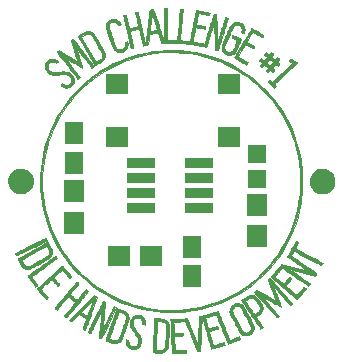
<source format=gbr>
G04 #@! TF.FileFunction,Soldermask,Top*
%FSLAX46Y46*%
G04 Gerber Fmt 4.6, Leading zero omitted, Abs format (unit mm)*
G04 Created by KiCad (PCBNEW 4.0.4-stable) date 10/20/17 11:10:49*
%MOMM*%
%LPD*%
G01*
G04 APERTURE LIST*
%ADD10C,0.100000*%
%ADD11C,0.010000*%
%ADD12R,1.650000X1.900000*%
%ADD13R,1.700000X1.900000*%
%ADD14R,1.900000X1.700000*%
%ADD15R,1.950000X1.700000*%
%ADD16R,1.598880X1.598880*%
%ADD17R,2.381200X0.958800*%
G04 APERTURE END LIST*
D10*
D11*
G36*
X134978712Y-104304840D02*
X134995653Y-104346958D01*
X135022576Y-104414288D01*
X135058617Y-104504657D01*
X135102913Y-104615893D01*
X135154598Y-104745826D01*
X135212809Y-104892282D01*
X135276683Y-105053092D01*
X135345355Y-105226082D01*
X135417960Y-105409082D01*
X135463542Y-105524017D01*
X135538147Y-105712106D01*
X135609370Y-105891555D01*
X135676346Y-106060188D01*
X135738207Y-106215827D01*
X135794085Y-106356294D01*
X135843114Y-106479410D01*
X135884426Y-106582998D01*
X135917155Y-106664879D01*
X135940433Y-106722877D01*
X135953393Y-106754813D01*
X135955858Y-106760561D01*
X135971014Y-106756145D01*
X136011812Y-106741316D01*
X136074412Y-106717551D01*
X136154975Y-106686326D01*
X136249658Y-106649116D01*
X136354623Y-106607397D01*
X136359155Y-106605586D01*
X136465121Y-106563429D01*
X136561558Y-106525445D01*
X136644492Y-106493169D01*
X136709953Y-106468134D01*
X136753966Y-106451874D01*
X136772561Y-106445923D01*
X136772662Y-106445920D01*
X136783647Y-106459159D01*
X136801727Y-106492933D01*
X136822999Y-106538325D01*
X136843562Y-106586421D01*
X136859514Y-106628304D01*
X136866952Y-106655058D01*
X136866322Y-106659933D01*
X136845092Y-106670550D01*
X136799183Y-106690122D01*
X136732713Y-106717088D01*
X136649801Y-106749889D01*
X136554564Y-106786967D01*
X136451119Y-106826761D01*
X136343586Y-106867713D01*
X136236081Y-106908262D01*
X136132723Y-106946850D01*
X136037630Y-106981918D01*
X135954919Y-107011905D01*
X135888708Y-107035253D01*
X135843115Y-107050402D01*
X135822259Y-107055793D01*
X135821448Y-107055605D01*
X135813927Y-107039111D01*
X135795587Y-106995192D01*
X135767287Y-106925989D01*
X135729885Y-106833642D01*
X135684242Y-106720294D01*
X135631215Y-106588086D01*
X135571663Y-106439160D01*
X135506447Y-106275655D01*
X135436425Y-106099715D01*
X135362456Y-105913481D01*
X135294994Y-105743318D01*
X135218477Y-105550298D01*
X135145317Y-105366032D01*
X135076356Y-105192623D01*
X135012436Y-105032176D01*
X134954398Y-104886792D01*
X134903084Y-104758576D01*
X134859336Y-104649631D01*
X134823995Y-104562060D01*
X134797904Y-104497967D01*
X134781902Y-104459454D01*
X134776828Y-104448399D01*
X134778086Y-104464539D01*
X134785636Y-104500849D01*
X134790249Y-104519751D01*
X134798843Y-104562701D01*
X134800295Y-104591313D01*
X134798539Y-104596233D01*
X134781559Y-104602749D01*
X134737918Y-104616812D01*
X134671522Y-104637241D01*
X134586278Y-104662852D01*
X134486092Y-104692462D01*
X134374871Y-104724889D01*
X134347430Y-104732826D01*
X134234476Y-104765526D01*
X134131874Y-104795380D01*
X134043477Y-104821255D01*
X133973135Y-104842019D01*
X133924700Y-104856537D01*
X133902022Y-104863679D01*
X133900834Y-104864174D01*
X133904019Y-104879550D01*
X133914830Y-104920851D01*
X133931954Y-104983493D01*
X133954077Y-105062895D01*
X133979888Y-105154474D01*
X134008074Y-105253646D01*
X134037320Y-105355830D01*
X134066316Y-105456443D01*
X134093748Y-105550902D01*
X134118303Y-105634625D01*
X134138668Y-105703028D01*
X134153531Y-105751529D01*
X134161579Y-105775547D01*
X134162391Y-105777213D01*
X134178536Y-105774928D01*
X134220783Y-105764776D01*
X134284758Y-105747924D01*
X134366083Y-105725541D01*
X134460383Y-105698796D01*
X134513375Y-105683472D01*
X134614494Y-105654337D01*
X134706567Y-105628369D01*
X134784807Y-105606875D01*
X134844428Y-105591158D01*
X134880644Y-105582523D01*
X134888301Y-105581277D01*
X134907260Y-105587784D01*
X134924527Y-105613249D01*
X134943431Y-105663118D01*
X134948970Y-105680578D01*
X134963858Y-105732631D01*
X134972638Y-105771399D01*
X134973442Y-105788288D01*
X134956888Y-105794386D01*
X134914051Y-105807863D01*
X134849235Y-105827431D01*
X134766741Y-105851802D01*
X134670873Y-105879687D01*
X134602868Y-105899246D01*
X134500653Y-105928680D01*
X134409063Y-105955366D01*
X134332382Y-105978031D01*
X134274896Y-105995400D01*
X134240890Y-106006200D01*
X134233393Y-106009105D01*
X134236462Y-106024912D01*
X134247362Y-106067180D01*
X134264930Y-106131880D01*
X134288007Y-106214982D01*
X134315432Y-106312455D01*
X134346044Y-106420269D01*
X134378684Y-106534395D01*
X134412192Y-106650802D01*
X134445405Y-106765459D01*
X134477165Y-106874337D01*
X134506310Y-106973406D01*
X134531681Y-107058636D01*
X134552116Y-107125995D01*
X134566456Y-107171455D01*
X134573540Y-107190984D01*
X134573803Y-107191354D01*
X134590247Y-107188906D01*
X134633254Y-107178571D01*
X134698880Y-107161404D01*
X134783184Y-107138464D01*
X134882221Y-107110809D01*
X134992050Y-107079494D01*
X135007666Y-107074993D01*
X135120059Y-107042753D01*
X135223437Y-107013477D01*
X135313584Y-106988330D01*
X135386283Y-106968474D01*
X135437319Y-106955075D01*
X135462474Y-106949296D01*
X135463405Y-106949182D01*
X135481827Y-106955031D01*
X135498479Y-106979841D01*
X135516602Y-107029033D01*
X135522276Y-107047558D01*
X135536590Y-107099719D01*
X135544908Y-107138565D01*
X135545476Y-107155428D01*
X135528484Y-107161942D01*
X135485267Y-107175692D01*
X135419954Y-107195500D01*
X135336676Y-107220189D01*
X135239561Y-107248581D01*
X135132739Y-107279498D01*
X135020339Y-107311763D01*
X134906492Y-107344198D01*
X134795326Y-107375626D01*
X134690971Y-107404868D01*
X134597556Y-107430748D01*
X134519211Y-107452087D01*
X134460066Y-107467708D01*
X134424249Y-107476434D01*
X134415195Y-107477761D01*
X134409905Y-107461847D01*
X134396464Y-107417586D01*
X134375516Y-107347178D01*
X134347704Y-107252827D01*
X134313670Y-107136734D01*
X134274059Y-107001100D01*
X134229513Y-106848128D01*
X134180675Y-106680018D01*
X134128189Y-106498974D01*
X134072698Y-106307197D01*
X134023238Y-106135970D01*
X133965624Y-105936608D01*
X133910401Y-105746000D01*
X133858219Y-105566357D01*
X133809726Y-105399894D01*
X133765571Y-105248821D01*
X133726404Y-105115352D01*
X133692874Y-105001699D01*
X133665628Y-104910074D01*
X133645318Y-104842691D01*
X133632591Y-104801760D01*
X133628217Y-104789417D01*
X133626056Y-104803226D01*
X133622536Y-104846577D01*
X133617779Y-104917257D01*
X133611907Y-105013053D01*
X133605044Y-105131751D01*
X133597313Y-105271138D01*
X133588834Y-105429002D01*
X133579733Y-105603128D01*
X133570130Y-105791305D01*
X133560149Y-105991318D01*
X133549912Y-106200954D01*
X133549379Y-106212008D01*
X133539158Y-106422645D01*
X133529270Y-106624177D01*
X133519830Y-106814345D01*
X133510957Y-106990892D01*
X133502766Y-107151561D01*
X133495376Y-107294095D01*
X133488902Y-107416237D01*
X133483463Y-107515730D01*
X133479175Y-107590316D01*
X133476156Y-107637739D01*
X133474522Y-107655741D01*
X133474492Y-107655808D01*
X133456807Y-107663282D01*
X133417677Y-107671761D01*
X133386738Y-107676520D01*
X133330026Y-107684597D01*
X133279707Y-107692677D01*
X133262383Y-107695865D01*
X133220088Y-107704324D01*
X132696370Y-106388016D01*
X132593863Y-106130969D01*
X132502254Y-105902496D01*
X132421597Y-105702728D01*
X132351946Y-105531794D01*
X132293354Y-105389822D01*
X132245875Y-105276943D01*
X132209562Y-105193284D01*
X132184469Y-105138977D01*
X132170649Y-105114148D01*
X132167755Y-105113708D01*
X132165447Y-105127804D01*
X132160047Y-105139310D01*
X132148403Y-105148670D01*
X132127361Y-105156333D01*
X132093770Y-105162744D01*
X132044478Y-105168349D01*
X131976332Y-105173594D01*
X131886179Y-105178926D01*
X131770868Y-105184792D01*
X131627247Y-105191637D01*
X131612359Y-105192338D01*
X131211013Y-105211238D01*
X131211114Y-105252390D01*
X131212101Y-105291153D01*
X131214735Y-105352832D01*
X131218719Y-105432544D01*
X131223753Y-105525409D01*
X131229541Y-105626544D01*
X131235782Y-105731067D01*
X131242180Y-105834098D01*
X131248434Y-105930754D01*
X131254248Y-106016154D01*
X131259322Y-106085416D01*
X131263358Y-106133658D01*
X131266059Y-106155999D01*
X131266407Y-106156924D01*
X131283683Y-106158195D01*
X131328211Y-106157794D01*
X131395505Y-106155868D01*
X131481081Y-106152561D01*
X131580453Y-106148018D01*
X131648758Y-106144553D01*
X131754680Y-106139363D01*
X131849765Y-106135437D01*
X131929503Y-106132901D01*
X131989382Y-106131880D01*
X132024892Y-106132502D01*
X132032730Y-106133802D01*
X132038282Y-106153076D01*
X132044278Y-106195088D01*
X132049440Y-106250833D01*
X132049535Y-106252146D01*
X132057360Y-106361510D01*
X131892478Y-106371599D01*
X131810996Y-106376333D01*
X131710429Y-106381801D01*
X131603451Y-106387331D01*
X131502737Y-106392252D01*
X131501095Y-106392329D01*
X131274593Y-106402970D01*
X131275303Y-106476103D01*
X131276541Y-106524908D01*
X131279377Y-106596038D01*
X131283553Y-106685160D01*
X131288812Y-106787938D01*
X131294894Y-106900038D01*
X131301542Y-107017125D01*
X131308497Y-107134864D01*
X131315500Y-107248921D01*
X131322293Y-107354960D01*
X131328618Y-107448648D01*
X131334217Y-107525649D01*
X131338830Y-107581628D01*
X131342201Y-107612251D01*
X131343290Y-107616661D01*
X131360822Y-107618290D01*
X131405116Y-107618331D01*
X131471198Y-107616995D01*
X131554090Y-107614491D01*
X131648817Y-107611028D01*
X131750402Y-107606815D01*
X131853871Y-107602062D01*
X131954246Y-107596977D01*
X132046551Y-107591771D01*
X132125812Y-107586651D01*
X132187050Y-107581828D01*
X132199110Y-107580678D01*
X132289146Y-107571649D01*
X132294856Y-107688290D01*
X132297148Y-107745610D01*
X132297918Y-107789072D01*
X132297035Y-107810288D01*
X132296788Y-107810981D01*
X132280825Y-107813065D01*
X132237467Y-107816542D01*
X132171067Y-107821162D01*
X132085976Y-107826673D01*
X131986547Y-107832826D01*
X131877132Y-107839371D01*
X131762083Y-107846055D01*
X131645752Y-107852631D01*
X131532493Y-107858846D01*
X131426656Y-107864450D01*
X131332595Y-107869193D01*
X131254661Y-107872825D01*
X131197208Y-107875095D01*
X131171276Y-107875743D01*
X131107697Y-107876448D01*
X131032323Y-106435192D01*
X131021332Y-106224199D01*
X131010906Y-106022419D01*
X131001155Y-105832089D01*
X130992191Y-105655448D01*
X130984124Y-105494732D01*
X130977064Y-105352181D01*
X130971123Y-105230033D01*
X130966412Y-105130524D01*
X130963040Y-105055894D01*
X130962367Y-105039224D01*
X132148811Y-105039224D01*
X132156758Y-105047171D01*
X132164705Y-105039224D01*
X132156758Y-105031276D01*
X132148811Y-105039224D01*
X130962367Y-105039224D01*
X130961120Y-105008381D01*
X130960761Y-104990221D01*
X130960796Y-104990108D01*
X130977070Y-104988256D01*
X131020807Y-104985073D01*
X131087718Y-104980791D01*
X131173513Y-104975644D01*
X131273905Y-104969866D01*
X131384603Y-104963691D01*
X131501321Y-104957351D01*
X131619768Y-104951080D01*
X131735657Y-104945113D01*
X131844698Y-104939681D01*
X131942602Y-104935020D01*
X132025081Y-104931363D01*
X132077284Y-104929309D01*
X132154999Y-104925784D01*
X132226560Y-104921216D01*
X132282528Y-104916278D01*
X132307759Y-104912891D01*
X132363391Y-104902732D01*
X132808326Y-106023339D01*
X132879495Y-106202137D01*
X132947388Y-106371838D01*
X133011086Y-106530198D01*
X133069670Y-106674973D01*
X133122221Y-106803920D01*
X133167822Y-106914794D01*
X133205552Y-107005353D01*
X133234493Y-107073352D01*
X133253727Y-107116548D01*
X133262334Y-107132696D01*
X133262618Y-107132699D01*
X133264915Y-107115323D01*
X133268496Y-107068792D01*
X133273221Y-106995709D01*
X133278945Y-106898676D01*
X133285526Y-106780297D01*
X133292822Y-106643174D01*
X133300690Y-106489909D01*
X133308987Y-106323107D01*
X133317572Y-106145368D01*
X133322890Y-106032653D01*
X133331664Y-105846385D01*
X133340232Y-105667077D01*
X133348448Y-105497639D01*
X133356165Y-105340984D01*
X133363236Y-105200023D01*
X133369514Y-105077668D01*
X133374853Y-104976831D01*
X133379105Y-104900422D01*
X133382124Y-104851354D01*
X133383152Y-104837672D01*
X133392500Y-104731490D01*
X133505793Y-104714583D01*
X133552767Y-104705327D01*
X133625611Y-104688120D01*
X133719773Y-104664246D01*
X133830703Y-104634985D01*
X133953851Y-104601621D01*
X134084665Y-104565436D01*
X134218596Y-104527712D01*
X134351093Y-104489732D01*
X134477605Y-104452777D01*
X134593582Y-104418131D01*
X134615527Y-104411376D01*
X134755569Y-104411376D01*
X134761385Y-104424460D01*
X134766166Y-104421973D01*
X134768068Y-104403109D01*
X134766166Y-104400780D01*
X134756716Y-104402962D01*
X134755569Y-104411376D01*
X134615527Y-104411376D01*
X134694474Y-104387075D01*
X134775729Y-104360891D01*
X134832798Y-104340863D01*
X134835043Y-104340005D01*
X134894543Y-104317428D01*
X134941251Y-104300286D01*
X134968441Y-104291020D01*
X134972617Y-104290104D01*
X134978712Y-104304840D01*
X134978712Y-104304840D01*
G37*
X134978712Y-104304840D02*
X134995653Y-104346958D01*
X135022576Y-104414288D01*
X135058617Y-104504657D01*
X135102913Y-104615893D01*
X135154598Y-104745826D01*
X135212809Y-104892282D01*
X135276683Y-105053092D01*
X135345355Y-105226082D01*
X135417960Y-105409082D01*
X135463542Y-105524017D01*
X135538147Y-105712106D01*
X135609370Y-105891555D01*
X135676346Y-106060188D01*
X135738207Y-106215827D01*
X135794085Y-106356294D01*
X135843114Y-106479410D01*
X135884426Y-106582998D01*
X135917155Y-106664879D01*
X135940433Y-106722877D01*
X135953393Y-106754813D01*
X135955858Y-106760561D01*
X135971014Y-106756145D01*
X136011812Y-106741316D01*
X136074412Y-106717551D01*
X136154975Y-106686326D01*
X136249658Y-106649116D01*
X136354623Y-106607397D01*
X136359155Y-106605586D01*
X136465121Y-106563429D01*
X136561558Y-106525445D01*
X136644492Y-106493169D01*
X136709953Y-106468134D01*
X136753966Y-106451874D01*
X136772561Y-106445923D01*
X136772662Y-106445920D01*
X136783647Y-106459159D01*
X136801727Y-106492933D01*
X136822999Y-106538325D01*
X136843562Y-106586421D01*
X136859514Y-106628304D01*
X136866952Y-106655058D01*
X136866322Y-106659933D01*
X136845092Y-106670550D01*
X136799183Y-106690122D01*
X136732713Y-106717088D01*
X136649801Y-106749889D01*
X136554564Y-106786967D01*
X136451119Y-106826761D01*
X136343586Y-106867713D01*
X136236081Y-106908262D01*
X136132723Y-106946850D01*
X136037630Y-106981918D01*
X135954919Y-107011905D01*
X135888708Y-107035253D01*
X135843115Y-107050402D01*
X135822259Y-107055793D01*
X135821448Y-107055605D01*
X135813927Y-107039111D01*
X135795587Y-106995192D01*
X135767287Y-106925989D01*
X135729885Y-106833642D01*
X135684242Y-106720294D01*
X135631215Y-106588086D01*
X135571663Y-106439160D01*
X135506447Y-106275655D01*
X135436425Y-106099715D01*
X135362456Y-105913481D01*
X135294994Y-105743318D01*
X135218477Y-105550298D01*
X135145317Y-105366032D01*
X135076356Y-105192623D01*
X135012436Y-105032176D01*
X134954398Y-104886792D01*
X134903084Y-104758576D01*
X134859336Y-104649631D01*
X134823995Y-104562060D01*
X134797904Y-104497967D01*
X134781902Y-104459454D01*
X134776828Y-104448399D01*
X134778086Y-104464539D01*
X134785636Y-104500849D01*
X134790249Y-104519751D01*
X134798843Y-104562701D01*
X134800295Y-104591313D01*
X134798539Y-104596233D01*
X134781559Y-104602749D01*
X134737918Y-104616812D01*
X134671522Y-104637241D01*
X134586278Y-104662852D01*
X134486092Y-104692462D01*
X134374871Y-104724889D01*
X134347430Y-104732826D01*
X134234476Y-104765526D01*
X134131874Y-104795380D01*
X134043477Y-104821255D01*
X133973135Y-104842019D01*
X133924700Y-104856537D01*
X133902022Y-104863679D01*
X133900834Y-104864174D01*
X133904019Y-104879550D01*
X133914830Y-104920851D01*
X133931954Y-104983493D01*
X133954077Y-105062895D01*
X133979888Y-105154474D01*
X134008074Y-105253646D01*
X134037320Y-105355830D01*
X134066316Y-105456443D01*
X134093748Y-105550902D01*
X134118303Y-105634625D01*
X134138668Y-105703028D01*
X134153531Y-105751529D01*
X134161579Y-105775547D01*
X134162391Y-105777213D01*
X134178536Y-105774928D01*
X134220783Y-105764776D01*
X134284758Y-105747924D01*
X134366083Y-105725541D01*
X134460383Y-105698796D01*
X134513375Y-105683472D01*
X134614494Y-105654337D01*
X134706567Y-105628369D01*
X134784807Y-105606875D01*
X134844428Y-105591158D01*
X134880644Y-105582523D01*
X134888301Y-105581277D01*
X134907260Y-105587784D01*
X134924527Y-105613249D01*
X134943431Y-105663118D01*
X134948970Y-105680578D01*
X134963858Y-105732631D01*
X134972638Y-105771399D01*
X134973442Y-105788288D01*
X134956888Y-105794386D01*
X134914051Y-105807863D01*
X134849235Y-105827431D01*
X134766741Y-105851802D01*
X134670873Y-105879687D01*
X134602868Y-105899246D01*
X134500653Y-105928680D01*
X134409063Y-105955366D01*
X134332382Y-105978031D01*
X134274896Y-105995400D01*
X134240890Y-106006200D01*
X134233393Y-106009105D01*
X134236462Y-106024912D01*
X134247362Y-106067180D01*
X134264930Y-106131880D01*
X134288007Y-106214982D01*
X134315432Y-106312455D01*
X134346044Y-106420269D01*
X134378684Y-106534395D01*
X134412192Y-106650802D01*
X134445405Y-106765459D01*
X134477165Y-106874337D01*
X134506310Y-106973406D01*
X134531681Y-107058636D01*
X134552116Y-107125995D01*
X134566456Y-107171455D01*
X134573540Y-107190984D01*
X134573803Y-107191354D01*
X134590247Y-107188906D01*
X134633254Y-107178571D01*
X134698880Y-107161404D01*
X134783184Y-107138464D01*
X134882221Y-107110809D01*
X134992050Y-107079494D01*
X135007666Y-107074993D01*
X135120059Y-107042753D01*
X135223437Y-107013477D01*
X135313584Y-106988330D01*
X135386283Y-106968474D01*
X135437319Y-106955075D01*
X135462474Y-106949296D01*
X135463405Y-106949182D01*
X135481827Y-106955031D01*
X135498479Y-106979841D01*
X135516602Y-107029033D01*
X135522276Y-107047558D01*
X135536590Y-107099719D01*
X135544908Y-107138565D01*
X135545476Y-107155428D01*
X135528484Y-107161942D01*
X135485267Y-107175692D01*
X135419954Y-107195500D01*
X135336676Y-107220189D01*
X135239561Y-107248581D01*
X135132739Y-107279498D01*
X135020339Y-107311763D01*
X134906492Y-107344198D01*
X134795326Y-107375626D01*
X134690971Y-107404868D01*
X134597556Y-107430748D01*
X134519211Y-107452087D01*
X134460066Y-107467708D01*
X134424249Y-107476434D01*
X134415195Y-107477761D01*
X134409905Y-107461847D01*
X134396464Y-107417586D01*
X134375516Y-107347178D01*
X134347704Y-107252827D01*
X134313670Y-107136734D01*
X134274059Y-107001100D01*
X134229513Y-106848128D01*
X134180675Y-106680018D01*
X134128189Y-106498974D01*
X134072698Y-106307197D01*
X134023238Y-106135970D01*
X133965624Y-105936608D01*
X133910401Y-105746000D01*
X133858219Y-105566357D01*
X133809726Y-105399894D01*
X133765571Y-105248821D01*
X133726404Y-105115352D01*
X133692874Y-105001699D01*
X133665628Y-104910074D01*
X133645318Y-104842691D01*
X133632591Y-104801760D01*
X133628217Y-104789417D01*
X133626056Y-104803226D01*
X133622536Y-104846577D01*
X133617779Y-104917257D01*
X133611907Y-105013053D01*
X133605044Y-105131751D01*
X133597313Y-105271138D01*
X133588834Y-105429002D01*
X133579733Y-105603128D01*
X133570130Y-105791305D01*
X133560149Y-105991318D01*
X133549912Y-106200954D01*
X133549379Y-106212008D01*
X133539158Y-106422645D01*
X133529270Y-106624177D01*
X133519830Y-106814345D01*
X133510957Y-106990892D01*
X133502766Y-107151561D01*
X133495376Y-107294095D01*
X133488902Y-107416237D01*
X133483463Y-107515730D01*
X133479175Y-107590316D01*
X133476156Y-107637739D01*
X133474522Y-107655741D01*
X133474492Y-107655808D01*
X133456807Y-107663282D01*
X133417677Y-107671761D01*
X133386738Y-107676520D01*
X133330026Y-107684597D01*
X133279707Y-107692677D01*
X133262383Y-107695865D01*
X133220088Y-107704324D01*
X132696370Y-106388016D01*
X132593863Y-106130969D01*
X132502254Y-105902496D01*
X132421597Y-105702728D01*
X132351946Y-105531794D01*
X132293354Y-105389822D01*
X132245875Y-105276943D01*
X132209562Y-105193284D01*
X132184469Y-105138977D01*
X132170649Y-105114148D01*
X132167755Y-105113708D01*
X132165447Y-105127804D01*
X132160047Y-105139310D01*
X132148403Y-105148670D01*
X132127361Y-105156333D01*
X132093770Y-105162744D01*
X132044478Y-105168349D01*
X131976332Y-105173594D01*
X131886179Y-105178926D01*
X131770868Y-105184792D01*
X131627247Y-105191637D01*
X131612359Y-105192338D01*
X131211013Y-105211238D01*
X131211114Y-105252390D01*
X131212101Y-105291153D01*
X131214735Y-105352832D01*
X131218719Y-105432544D01*
X131223753Y-105525409D01*
X131229541Y-105626544D01*
X131235782Y-105731067D01*
X131242180Y-105834098D01*
X131248434Y-105930754D01*
X131254248Y-106016154D01*
X131259322Y-106085416D01*
X131263358Y-106133658D01*
X131266059Y-106155999D01*
X131266407Y-106156924D01*
X131283683Y-106158195D01*
X131328211Y-106157794D01*
X131395505Y-106155868D01*
X131481081Y-106152561D01*
X131580453Y-106148018D01*
X131648758Y-106144553D01*
X131754680Y-106139363D01*
X131849765Y-106135437D01*
X131929503Y-106132901D01*
X131989382Y-106131880D01*
X132024892Y-106132502D01*
X132032730Y-106133802D01*
X132038282Y-106153076D01*
X132044278Y-106195088D01*
X132049440Y-106250833D01*
X132049535Y-106252146D01*
X132057360Y-106361510D01*
X131892478Y-106371599D01*
X131810996Y-106376333D01*
X131710429Y-106381801D01*
X131603451Y-106387331D01*
X131502737Y-106392252D01*
X131501095Y-106392329D01*
X131274593Y-106402970D01*
X131275303Y-106476103D01*
X131276541Y-106524908D01*
X131279377Y-106596038D01*
X131283553Y-106685160D01*
X131288812Y-106787938D01*
X131294894Y-106900038D01*
X131301542Y-107017125D01*
X131308497Y-107134864D01*
X131315500Y-107248921D01*
X131322293Y-107354960D01*
X131328618Y-107448648D01*
X131334217Y-107525649D01*
X131338830Y-107581628D01*
X131342201Y-107612251D01*
X131343290Y-107616661D01*
X131360822Y-107618290D01*
X131405116Y-107618331D01*
X131471198Y-107616995D01*
X131554090Y-107614491D01*
X131648817Y-107611028D01*
X131750402Y-107606815D01*
X131853871Y-107602062D01*
X131954246Y-107596977D01*
X132046551Y-107591771D01*
X132125812Y-107586651D01*
X132187050Y-107581828D01*
X132199110Y-107580678D01*
X132289146Y-107571649D01*
X132294856Y-107688290D01*
X132297148Y-107745610D01*
X132297918Y-107789072D01*
X132297035Y-107810288D01*
X132296788Y-107810981D01*
X132280825Y-107813065D01*
X132237467Y-107816542D01*
X132171067Y-107821162D01*
X132085976Y-107826673D01*
X131986547Y-107832826D01*
X131877132Y-107839371D01*
X131762083Y-107846055D01*
X131645752Y-107852631D01*
X131532493Y-107858846D01*
X131426656Y-107864450D01*
X131332595Y-107869193D01*
X131254661Y-107872825D01*
X131197208Y-107875095D01*
X131171276Y-107875743D01*
X131107697Y-107876448D01*
X131032323Y-106435192D01*
X131021332Y-106224199D01*
X131010906Y-106022419D01*
X131001155Y-105832089D01*
X130992191Y-105655448D01*
X130984124Y-105494732D01*
X130977064Y-105352181D01*
X130971123Y-105230033D01*
X130966412Y-105130524D01*
X130963040Y-105055894D01*
X130962367Y-105039224D01*
X132148811Y-105039224D01*
X132156758Y-105047171D01*
X132164705Y-105039224D01*
X132156758Y-105031276D01*
X132148811Y-105039224D01*
X130962367Y-105039224D01*
X130961120Y-105008381D01*
X130960761Y-104990221D01*
X130960796Y-104990108D01*
X130977070Y-104988256D01*
X131020807Y-104985073D01*
X131087718Y-104980791D01*
X131173513Y-104975644D01*
X131273905Y-104969866D01*
X131384603Y-104963691D01*
X131501321Y-104957351D01*
X131619768Y-104951080D01*
X131735657Y-104945113D01*
X131844698Y-104939681D01*
X131942602Y-104935020D01*
X132025081Y-104931363D01*
X132077284Y-104929309D01*
X132154999Y-104925784D01*
X132226560Y-104921216D01*
X132282528Y-104916278D01*
X132307759Y-104912891D01*
X132363391Y-104902732D01*
X132808326Y-106023339D01*
X132879495Y-106202137D01*
X132947388Y-106371838D01*
X133011086Y-106530198D01*
X133069670Y-106674973D01*
X133122221Y-106803920D01*
X133167822Y-106914794D01*
X133205552Y-107005353D01*
X133234493Y-107073352D01*
X133253727Y-107116548D01*
X133262334Y-107132696D01*
X133262618Y-107132699D01*
X133264915Y-107115323D01*
X133268496Y-107068792D01*
X133273221Y-106995709D01*
X133278945Y-106898676D01*
X133285526Y-106780297D01*
X133292822Y-106643174D01*
X133300690Y-106489909D01*
X133308987Y-106323107D01*
X133317572Y-106145368D01*
X133322890Y-106032653D01*
X133331664Y-105846385D01*
X133340232Y-105667077D01*
X133348448Y-105497639D01*
X133356165Y-105340984D01*
X133363236Y-105200023D01*
X133369514Y-105077668D01*
X133374853Y-104976831D01*
X133379105Y-104900422D01*
X133382124Y-104851354D01*
X133383152Y-104837672D01*
X133392500Y-104731490D01*
X133505793Y-104714583D01*
X133552767Y-104705327D01*
X133625611Y-104688120D01*
X133719773Y-104664246D01*
X133830703Y-104634985D01*
X133953851Y-104601621D01*
X134084665Y-104565436D01*
X134218596Y-104527712D01*
X134351093Y-104489732D01*
X134477605Y-104452777D01*
X134593582Y-104418131D01*
X134615527Y-104411376D01*
X134755569Y-104411376D01*
X134761385Y-104424460D01*
X134766166Y-104421973D01*
X134768068Y-104403109D01*
X134766166Y-104400780D01*
X134756716Y-104402962D01*
X134755569Y-104411376D01*
X134615527Y-104411376D01*
X134694474Y-104387075D01*
X134775729Y-104360891D01*
X134832798Y-104340863D01*
X134835043Y-104340005D01*
X134894543Y-104317428D01*
X134941251Y-104300286D01*
X134968441Y-104291020D01*
X134972617Y-104290104D01*
X134978712Y-104304840D01*
G36*
X129670260Y-104911282D02*
X129736987Y-104913971D01*
X129821866Y-104918094D01*
X129920375Y-104923457D01*
X129979984Y-104926939D01*
X130128712Y-104936853D01*
X130246793Y-104947006D01*
X130335369Y-104957522D01*
X130395582Y-104968527D01*
X130416270Y-104974558D01*
X130527823Y-105029221D01*
X130630704Y-105106837D01*
X130717641Y-105200631D01*
X130781356Y-105303826D01*
X130789501Y-105322167D01*
X130802031Y-105353200D01*
X130812489Y-105383169D01*
X130820895Y-105414826D01*
X130827270Y-105450922D01*
X130831635Y-105494211D01*
X130834009Y-105547445D01*
X130834413Y-105613376D01*
X130832868Y-105694757D01*
X130829395Y-105794340D01*
X130824013Y-105914878D01*
X130816742Y-106059123D01*
X130807605Y-106229827D01*
X130797596Y-106412063D01*
X130788158Y-106578710D01*
X130778717Y-106737373D01*
X130769491Y-106884926D01*
X130760695Y-107018243D01*
X130752546Y-107134198D01*
X130745261Y-107229667D01*
X130739057Y-107301523D01*
X130734151Y-107346641D01*
X130731911Y-107359608D01*
X130681232Y-107489941D01*
X130604108Y-107604583D01*
X130503434Y-107700079D01*
X130387670Y-107770369D01*
X130342897Y-107790844D01*
X130305090Y-107804957D01*
X130266538Y-107813976D01*
X130219533Y-107819171D01*
X130156364Y-107821808D01*
X130069322Y-107823156D01*
X130066583Y-107823186D01*
X129962478Y-107823001D01*
X129846337Y-107820675D01*
X129733743Y-107816620D01*
X129655717Y-107812342D01*
X129580199Y-107806769D01*
X129516988Y-107801174D01*
X129472410Y-107796182D01*
X129452792Y-107792422D01*
X129452515Y-107792219D01*
X129452373Y-107775778D01*
X129453903Y-107730330D01*
X129456957Y-107658607D01*
X129461386Y-107563339D01*
X129462473Y-107541016D01*
X129701001Y-107541016D01*
X129705191Y-107559462D01*
X129722622Y-107570202D01*
X129760589Y-107576235D01*
X129792396Y-107578604D01*
X129910311Y-107584487D01*
X130018038Y-107586956D01*
X130110149Y-107586060D01*
X130181215Y-107581845D01*
X130224253Y-107574822D01*
X130315440Y-107533036D01*
X130395884Y-107466053D01*
X130459357Y-107380143D01*
X130493008Y-107304242D01*
X130497834Y-107276179D01*
X130503811Y-107220119D01*
X130510733Y-107139728D01*
X130518398Y-107038670D01*
X130526604Y-106920611D01*
X130535147Y-106789214D01*
X130543824Y-106648145D01*
X130552433Y-106501068D01*
X130560769Y-106351647D01*
X130568631Y-106203548D01*
X130575815Y-106060436D01*
X130582117Y-105925974D01*
X130587336Y-105803828D01*
X130591269Y-105697662D01*
X130593711Y-105611141D01*
X130594460Y-105547930D01*
X130593313Y-105511693D01*
X130592586Y-105506704D01*
X130552812Y-105400054D01*
X130486671Y-105309367D01*
X130397310Y-105238798D01*
X130383729Y-105231087D01*
X130348259Y-105213327D01*
X130312813Y-105200267D01*
X130270588Y-105190608D01*
X130214785Y-105183049D01*
X130138602Y-105176287D01*
X130072421Y-105171532D01*
X129990350Y-105166320D01*
X129920303Y-105162647D01*
X129868027Y-105160754D01*
X129839274Y-105160881D01*
X129835590Y-105161601D01*
X129834017Y-105177709D01*
X129830885Y-105222558D01*
X129826364Y-105293147D01*
X129820624Y-105386472D01*
X129813835Y-105499532D01*
X129806166Y-105629326D01*
X129797787Y-105772852D01*
X129788869Y-105927107D01*
X129779580Y-106089090D01*
X129770090Y-106255799D01*
X129760571Y-106424232D01*
X129751190Y-106591388D01*
X129742118Y-106754264D01*
X129733525Y-106909858D01*
X129725581Y-107055170D01*
X129718455Y-107187196D01*
X129712318Y-107302935D01*
X129707338Y-107399385D01*
X129703686Y-107473545D01*
X129701532Y-107522412D01*
X129701001Y-107541016D01*
X129462473Y-107541016D01*
X129467042Y-107447259D01*
X129473774Y-107313096D01*
X129481436Y-107163582D01*
X129489878Y-107001448D01*
X129498952Y-106829424D01*
X129508508Y-106650243D01*
X129518399Y-106466635D01*
X129528476Y-106281332D01*
X129538589Y-106097063D01*
X129548590Y-105916561D01*
X129558331Y-105742556D01*
X129567663Y-105577779D01*
X129576437Y-105424962D01*
X129584505Y-105286836D01*
X129591718Y-105166131D01*
X129597926Y-105065579D01*
X129602983Y-104987911D01*
X129606738Y-104935858D01*
X129609043Y-104912150D01*
X129609362Y-104910984D01*
X129626210Y-104910221D01*
X129670260Y-104911282D01*
X129670260Y-104911282D01*
G37*
X129670260Y-104911282D02*
X129736987Y-104913971D01*
X129821866Y-104918094D01*
X129920375Y-104923457D01*
X129979984Y-104926939D01*
X130128712Y-104936853D01*
X130246793Y-104947006D01*
X130335369Y-104957522D01*
X130395582Y-104968527D01*
X130416270Y-104974558D01*
X130527823Y-105029221D01*
X130630704Y-105106837D01*
X130717641Y-105200631D01*
X130781356Y-105303826D01*
X130789501Y-105322167D01*
X130802031Y-105353200D01*
X130812489Y-105383169D01*
X130820895Y-105414826D01*
X130827270Y-105450922D01*
X130831635Y-105494211D01*
X130834009Y-105547445D01*
X130834413Y-105613376D01*
X130832868Y-105694757D01*
X130829395Y-105794340D01*
X130824013Y-105914878D01*
X130816742Y-106059123D01*
X130807605Y-106229827D01*
X130797596Y-106412063D01*
X130788158Y-106578710D01*
X130778717Y-106737373D01*
X130769491Y-106884926D01*
X130760695Y-107018243D01*
X130752546Y-107134198D01*
X130745261Y-107229667D01*
X130739057Y-107301523D01*
X130734151Y-107346641D01*
X130731911Y-107359608D01*
X130681232Y-107489941D01*
X130604108Y-107604583D01*
X130503434Y-107700079D01*
X130387670Y-107770369D01*
X130342897Y-107790844D01*
X130305090Y-107804957D01*
X130266538Y-107813976D01*
X130219533Y-107819171D01*
X130156364Y-107821808D01*
X130069322Y-107823156D01*
X130066583Y-107823186D01*
X129962478Y-107823001D01*
X129846337Y-107820675D01*
X129733743Y-107816620D01*
X129655717Y-107812342D01*
X129580199Y-107806769D01*
X129516988Y-107801174D01*
X129472410Y-107796182D01*
X129452792Y-107792422D01*
X129452515Y-107792219D01*
X129452373Y-107775778D01*
X129453903Y-107730330D01*
X129456957Y-107658607D01*
X129461386Y-107563339D01*
X129462473Y-107541016D01*
X129701001Y-107541016D01*
X129705191Y-107559462D01*
X129722622Y-107570202D01*
X129760589Y-107576235D01*
X129792396Y-107578604D01*
X129910311Y-107584487D01*
X130018038Y-107586956D01*
X130110149Y-107586060D01*
X130181215Y-107581845D01*
X130224253Y-107574822D01*
X130315440Y-107533036D01*
X130395884Y-107466053D01*
X130459357Y-107380143D01*
X130493008Y-107304242D01*
X130497834Y-107276179D01*
X130503811Y-107220119D01*
X130510733Y-107139728D01*
X130518398Y-107038670D01*
X130526604Y-106920611D01*
X130535147Y-106789214D01*
X130543824Y-106648145D01*
X130552433Y-106501068D01*
X130560769Y-106351647D01*
X130568631Y-106203548D01*
X130575815Y-106060436D01*
X130582117Y-105925974D01*
X130587336Y-105803828D01*
X130591269Y-105697662D01*
X130593711Y-105611141D01*
X130594460Y-105547930D01*
X130593313Y-105511693D01*
X130592586Y-105506704D01*
X130552812Y-105400054D01*
X130486671Y-105309367D01*
X130397310Y-105238798D01*
X130383729Y-105231087D01*
X130348259Y-105213327D01*
X130312813Y-105200267D01*
X130270588Y-105190608D01*
X130214785Y-105183049D01*
X130138602Y-105176287D01*
X130072421Y-105171532D01*
X129990350Y-105166320D01*
X129920303Y-105162647D01*
X129868027Y-105160754D01*
X129839274Y-105160881D01*
X129835590Y-105161601D01*
X129834017Y-105177709D01*
X129830885Y-105222558D01*
X129826364Y-105293147D01*
X129820624Y-105386472D01*
X129813835Y-105499532D01*
X129806166Y-105629326D01*
X129797787Y-105772852D01*
X129788869Y-105927107D01*
X129779580Y-106089090D01*
X129770090Y-106255799D01*
X129760571Y-106424232D01*
X129751190Y-106591388D01*
X129742118Y-106754264D01*
X129733525Y-106909858D01*
X129725581Y-107055170D01*
X129718455Y-107187196D01*
X129712318Y-107302935D01*
X129707338Y-107399385D01*
X129703686Y-107473545D01*
X129701532Y-107522412D01*
X129701001Y-107541016D01*
X129462473Y-107541016D01*
X129467042Y-107447259D01*
X129473774Y-107313096D01*
X129481436Y-107163582D01*
X129489878Y-107001448D01*
X129498952Y-106829424D01*
X129508508Y-106650243D01*
X129518399Y-106466635D01*
X129528476Y-106281332D01*
X129538589Y-106097063D01*
X129548590Y-105916561D01*
X129558331Y-105742556D01*
X129567663Y-105577779D01*
X129576437Y-105424962D01*
X129584505Y-105286836D01*
X129591718Y-105166131D01*
X129597926Y-105065579D01*
X129602983Y-104987911D01*
X129606738Y-104935858D01*
X129609043Y-104912150D01*
X129609362Y-104910984D01*
X129626210Y-104910221D01*
X129670260Y-104911282D01*
G36*
X128267358Y-104625240D02*
X128396505Y-104656062D01*
X128519651Y-104714036D01*
X128597116Y-104768823D01*
X128687796Y-104863179D01*
X128753989Y-104976419D01*
X128794669Y-105105979D01*
X128808813Y-105249292D01*
X128807662Y-105295852D01*
X128803481Y-105357610D01*
X128798422Y-105406318D01*
X128793384Y-105433942D01*
X128791882Y-105437058D01*
X128773178Y-105437901D01*
X128732555Y-105431662D01*
X128678744Y-105419690D01*
X128677843Y-105419464D01*
X128572637Y-105393037D01*
X128582201Y-105311499D01*
X128581130Y-105205609D01*
X128551178Y-105104416D01*
X128504696Y-105022165D01*
X128432071Y-104941736D01*
X128342957Y-104885017D01*
X128243211Y-104853506D01*
X128138694Y-104848697D01*
X128035263Y-104872088D01*
X127992302Y-104891334D01*
X127894137Y-104957505D01*
X127822692Y-105039874D01*
X127777182Y-105139799D01*
X127756821Y-105258644D01*
X127755487Y-105301489D01*
X127758781Y-105378373D01*
X127770271Y-105450557D01*
X127792042Y-105522310D01*
X127826176Y-105597901D01*
X127874757Y-105681601D01*
X127939867Y-105777680D01*
X128023589Y-105890407D01*
X128075490Y-105957429D01*
X128197389Y-106120465D01*
X128293947Y-106265664D01*
X128365621Y-106393766D01*
X128412864Y-106505516D01*
X128415003Y-106511937D01*
X128439433Y-106614192D01*
X128452515Y-106730391D01*
X128454246Y-106850384D01*
X128444623Y-106964022D01*
X128423644Y-107061157D01*
X128415153Y-107085517D01*
X128347268Y-107220900D01*
X128259201Y-107332630D01*
X128152549Y-107419496D01*
X128028909Y-107480284D01*
X127889878Y-107513783D01*
X127844876Y-107518368D01*
X127767228Y-107519217D01*
X127691792Y-107512261D01*
X127658510Y-107505685D01*
X127521509Y-107455412D01*
X127403264Y-107380671D01*
X127306038Y-107283871D01*
X127232093Y-107167417D01*
X127183691Y-107033719D01*
X127174504Y-106990687D01*
X127166335Y-106919019D01*
X127165626Y-106844258D01*
X127171808Y-106776742D01*
X127184309Y-106726808D01*
X127189667Y-106716043D01*
X127203175Y-106705941D01*
X127230737Y-106704195D01*
X127279426Y-106710744D01*
X127303127Y-106715052D01*
X127404192Y-106734117D01*
X127404192Y-106864205D01*
X127409960Y-106963909D01*
X127429654Y-107043061D01*
X127466860Y-107111172D01*
X127520791Y-107173411D01*
X127606915Y-107238479D01*
X127704773Y-107276952D01*
X127808700Y-107288841D01*
X127913035Y-107274157D01*
X128012113Y-107232914D01*
X128093038Y-107172211D01*
X128153501Y-107100065D01*
X128195430Y-107014157D01*
X128222214Y-106909980D01*
X128231694Y-106810905D01*
X128223042Y-106711077D01*
X128194927Y-106607123D01*
X128146017Y-106495665D01*
X128074981Y-106373332D01*
X127980487Y-106236746D01*
X127930286Y-106170162D01*
X127852223Y-106068334D01*
X127790800Y-105986833D01*
X127742883Y-105921096D01*
X127705337Y-105866559D01*
X127675027Y-105818659D01*
X127648819Y-105772832D01*
X127623577Y-105724516D01*
X127622022Y-105721432D01*
X127563224Y-105574489D01*
X127530548Y-105422447D01*
X127524126Y-105270637D01*
X127544095Y-105124389D01*
X127590588Y-104989034D01*
X127602906Y-104964075D01*
X127679390Y-104849395D01*
X127775207Y-104756893D01*
X127886134Y-104687397D01*
X128007950Y-104641737D01*
X128136432Y-104620741D01*
X128267358Y-104625240D01*
X128267358Y-104625240D01*
G37*
X128267358Y-104625240D02*
X128396505Y-104656062D01*
X128519651Y-104714036D01*
X128597116Y-104768823D01*
X128687796Y-104863179D01*
X128753989Y-104976419D01*
X128794669Y-105105979D01*
X128808813Y-105249292D01*
X128807662Y-105295852D01*
X128803481Y-105357610D01*
X128798422Y-105406318D01*
X128793384Y-105433942D01*
X128791882Y-105437058D01*
X128773178Y-105437901D01*
X128732555Y-105431662D01*
X128678744Y-105419690D01*
X128677843Y-105419464D01*
X128572637Y-105393037D01*
X128582201Y-105311499D01*
X128581130Y-105205609D01*
X128551178Y-105104416D01*
X128504696Y-105022165D01*
X128432071Y-104941736D01*
X128342957Y-104885017D01*
X128243211Y-104853506D01*
X128138694Y-104848697D01*
X128035263Y-104872088D01*
X127992302Y-104891334D01*
X127894137Y-104957505D01*
X127822692Y-105039874D01*
X127777182Y-105139799D01*
X127756821Y-105258644D01*
X127755487Y-105301489D01*
X127758781Y-105378373D01*
X127770271Y-105450557D01*
X127792042Y-105522310D01*
X127826176Y-105597901D01*
X127874757Y-105681601D01*
X127939867Y-105777680D01*
X128023589Y-105890407D01*
X128075490Y-105957429D01*
X128197389Y-106120465D01*
X128293947Y-106265664D01*
X128365621Y-106393766D01*
X128412864Y-106505516D01*
X128415003Y-106511937D01*
X128439433Y-106614192D01*
X128452515Y-106730391D01*
X128454246Y-106850384D01*
X128444623Y-106964022D01*
X128423644Y-107061157D01*
X128415153Y-107085517D01*
X128347268Y-107220900D01*
X128259201Y-107332630D01*
X128152549Y-107419496D01*
X128028909Y-107480284D01*
X127889878Y-107513783D01*
X127844876Y-107518368D01*
X127767228Y-107519217D01*
X127691792Y-107512261D01*
X127658510Y-107505685D01*
X127521509Y-107455412D01*
X127403264Y-107380671D01*
X127306038Y-107283871D01*
X127232093Y-107167417D01*
X127183691Y-107033719D01*
X127174504Y-106990687D01*
X127166335Y-106919019D01*
X127165626Y-106844258D01*
X127171808Y-106776742D01*
X127184309Y-106726808D01*
X127189667Y-106716043D01*
X127203175Y-106705941D01*
X127230737Y-106704195D01*
X127279426Y-106710744D01*
X127303127Y-106715052D01*
X127404192Y-106734117D01*
X127404192Y-106864205D01*
X127409960Y-106963909D01*
X127429654Y-107043061D01*
X127466860Y-107111172D01*
X127520791Y-107173411D01*
X127606915Y-107238479D01*
X127704773Y-107276952D01*
X127808700Y-107288841D01*
X127913035Y-107274157D01*
X128012113Y-107232914D01*
X128093038Y-107172211D01*
X128153501Y-107100065D01*
X128195430Y-107014157D01*
X128222214Y-106909980D01*
X128231694Y-106810905D01*
X128223042Y-106711077D01*
X128194927Y-106607123D01*
X128146017Y-106495665D01*
X128074981Y-106373332D01*
X127980487Y-106236746D01*
X127930286Y-106170162D01*
X127852223Y-106068334D01*
X127790800Y-105986833D01*
X127742883Y-105921096D01*
X127705337Y-105866559D01*
X127675027Y-105818659D01*
X127648819Y-105772832D01*
X127623577Y-105724516D01*
X127622022Y-105721432D01*
X127563224Y-105574489D01*
X127530548Y-105422447D01*
X127524126Y-105270637D01*
X127544095Y-105124389D01*
X127590588Y-104989034D01*
X127602906Y-104964075D01*
X127679390Y-104849395D01*
X127775207Y-104756893D01*
X127886134Y-104687397D01*
X128007950Y-104641737D01*
X128136432Y-104620741D01*
X128267358Y-104625240D01*
G36*
X126431154Y-104061122D02*
X126434730Y-104061689D01*
X126462801Y-104067392D01*
X126514771Y-104083119D01*
X126585142Y-104106797D01*
X126668414Y-104136354D01*
X126759090Y-104169717D01*
X126851670Y-104204813D01*
X126940655Y-104239571D01*
X127020546Y-104271917D01*
X127085845Y-104299779D01*
X127131053Y-104321085D01*
X127146272Y-104329876D01*
X127255275Y-104421642D01*
X127336380Y-104527027D01*
X127391571Y-104648806D01*
X127403597Y-104689815D01*
X127424514Y-104811938D01*
X127424344Y-104929957D01*
X127410678Y-105007434D01*
X127399388Y-105044427D01*
X127378863Y-105106756D01*
X127350351Y-105190908D01*
X127315102Y-105293367D01*
X127274362Y-105410619D01*
X127229382Y-105539149D01*
X127181409Y-105675442D01*
X127131692Y-105815983D01*
X127081479Y-105957257D01*
X127032020Y-106095749D01*
X126984562Y-106227945D01*
X126940354Y-106350331D01*
X126900645Y-106459390D01*
X126866684Y-106551608D01*
X126839718Y-106623470D01*
X126820996Y-106671463D01*
X126813101Y-106689707D01*
X126747164Y-106788604D01*
X126656915Y-106876644D01*
X126549562Y-106947080D01*
X126525217Y-106959145D01*
X126463936Y-106985358D01*
X126409093Y-107001427D01*
X126347508Y-107010275D01*
X126275657Y-107014469D01*
X126223608Y-107016057D01*
X126180611Y-107015432D01*
X126140335Y-107011226D01*
X126096448Y-107002070D01*
X126042619Y-106986594D01*
X125972515Y-106963429D01*
X125879806Y-106931206D01*
X125862390Y-106925096D01*
X125771121Y-106893068D01*
X125686485Y-106863370D01*
X125614603Y-106838149D01*
X125561593Y-106819553D01*
X125536545Y-106810769D01*
X125496724Y-106795190D01*
X125470915Y-106782158D01*
X125468876Y-106780605D01*
X125472238Y-106764366D01*
X125485491Y-106720334D01*
X125507898Y-106650677D01*
X125512257Y-106637507D01*
X125770279Y-106637507D01*
X125770337Y-106638385D01*
X125789286Y-106647840D01*
X125832625Y-106665101D01*
X125894563Y-106687988D01*
X125969310Y-106714320D01*
X125997569Y-106723994D01*
X126100439Y-106757352D01*
X126180861Y-106778644D01*
X126245617Y-106788301D01*
X126301489Y-106786753D01*
X126355260Y-106774431D01*
X126413712Y-106751766D01*
X126416356Y-106750601D01*
X126489599Y-106706469D01*
X126557095Y-106645297D01*
X126606650Y-106578305D01*
X126609593Y-106572800D01*
X126619201Y-106549518D01*
X126638233Y-106499208D01*
X126665616Y-106424847D01*
X126700274Y-106329412D01*
X126741133Y-106215882D01*
X126787119Y-106087234D01*
X126837159Y-105946446D01*
X126890177Y-105796495D01*
X126911132Y-105737019D01*
X126974287Y-105557140D01*
X127027439Y-105404609D01*
X127071393Y-105276880D01*
X127106956Y-105171406D01*
X127134931Y-105085639D01*
X127156125Y-105017033D01*
X127171343Y-104963040D01*
X127181390Y-104921113D01*
X127187073Y-104888706D01*
X127189195Y-104863270D01*
X127189263Y-104857420D01*
X127174179Y-104748451D01*
X127131979Y-104649776D01*
X127065904Y-104566835D01*
X126979198Y-104505066D01*
X126979133Y-104505032D01*
X126946010Y-104490111D01*
X126894412Y-104469259D01*
X126830867Y-104444850D01*
X126761904Y-104419255D01*
X126694050Y-104394847D01*
X126633836Y-104373998D01*
X126587789Y-104359081D01*
X126562438Y-104352467D01*
X126559619Y-104352592D01*
X126551947Y-104369816D01*
X126535110Y-104414078D01*
X126510082Y-104482556D01*
X126477838Y-104572427D01*
X126439353Y-104680866D01*
X126395601Y-104805051D01*
X126347558Y-104942158D01*
X126296199Y-105089365D01*
X126242498Y-105243848D01*
X126187430Y-105402783D01*
X126131969Y-105563348D01*
X126077092Y-105722719D01*
X126023773Y-105878073D01*
X125972986Y-106026587D01*
X125925706Y-106165438D01*
X125882909Y-106291802D01*
X125845569Y-106402856D01*
X125814661Y-106495776D01*
X125791160Y-106567741D01*
X125776041Y-106615925D01*
X125770279Y-106637507D01*
X125512257Y-106637507D01*
X125538722Y-106557562D01*
X125577224Y-106443158D01*
X125622669Y-106309631D01*
X125674319Y-106159150D01*
X125731437Y-105993882D01*
X125793285Y-105815995D01*
X125859126Y-105627656D01*
X125918188Y-105459527D01*
X126001472Y-105222933D01*
X126074828Y-105014534D01*
X126138913Y-104832549D01*
X126194385Y-104675198D01*
X126241903Y-104540699D01*
X126282124Y-104427273D01*
X126315707Y-104333139D01*
X126343308Y-104256516D01*
X126365587Y-104195623D01*
X126383201Y-104148681D01*
X126396808Y-104113909D01*
X126407066Y-104089525D01*
X126414634Y-104073750D01*
X126420168Y-104064803D01*
X126424328Y-104060903D01*
X126427770Y-104060269D01*
X126431154Y-104061122D01*
X126431154Y-104061122D01*
G37*
X126431154Y-104061122D02*
X126434730Y-104061689D01*
X126462801Y-104067392D01*
X126514771Y-104083119D01*
X126585142Y-104106797D01*
X126668414Y-104136354D01*
X126759090Y-104169717D01*
X126851670Y-104204813D01*
X126940655Y-104239571D01*
X127020546Y-104271917D01*
X127085845Y-104299779D01*
X127131053Y-104321085D01*
X127146272Y-104329876D01*
X127255275Y-104421642D01*
X127336380Y-104527027D01*
X127391571Y-104648806D01*
X127403597Y-104689815D01*
X127424514Y-104811938D01*
X127424344Y-104929957D01*
X127410678Y-105007434D01*
X127399388Y-105044427D01*
X127378863Y-105106756D01*
X127350351Y-105190908D01*
X127315102Y-105293367D01*
X127274362Y-105410619D01*
X127229382Y-105539149D01*
X127181409Y-105675442D01*
X127131692Y-105815983D01*
X127081479Y-105957257D01*
X127032020Y-106095749D01*
X126984562Y-106227945D01*
X126940354Y-106350331D01*
X126900645Y-106459390D01*
X126866684Y-106551608D01*
X126839718Y-106623470D01*
X126820996Y-106671463D01*
X126813101Y-106689707D01*
X126747164Y-106788604D01*
X126656915Y-106876644D01*
X126549562Y-106947080D01*
X126525217Y-106959145D01*
X126463936Y-106985358D01*
X126409093Y-107001427D01*
X126347508Y-107010275D01*
X126275657Y-107014469D01*
X126223608Y-107016057D01*
X126180611Y-107015432D01*
X126140335Y-107011226D01*
X126096448Y-107002070D01*
X126042619Y-106986594D01*
X125972515Y-106963429D01*
X125879806Y-106931206D01*
X125862390Y-106925096D01*
X125771121Y-106893068D01*
X125686485Y-106863370D01*
X125614603Y-106838149D01*
X125561593Y-106819553D01*
X125536545Y-106810769D01*
X125496724Y-106795190D01*
X125470915Y-106782158D01*
X125468876Y-106780605D01*
X125472238Y-106764366D01*
X125485491Y-106720334D01*
X125507898Y-106650677D01*
X125512257Y-106637507D01*
X125770279Y-106637507D01*
X125770337Y-106638385D01*
X125789286Y-106647840D01*
X125832625Y-106665101D01*
X125894563Y-106687988D01*
X125969310Y-106714320D01*
X125997569Y-106723994D01*
X126100439Y-106757352D01*
X126180861Y-106778644D01*
X126245617Y-106788301D01*
X126301489Y-106786753D01*
X126355260Y-106774431D01*
X126413712Y-106751766D01*
X126416356Y-106750601D01*
X126489599Y-106706469D01*
X126557095Y-106645297D01*
X126606650Y-106578305D01*
X126609593Y-106572800D01*
X126619201Y-106549518D01*
X126638233Y-106499208D01*
X126665616Y-106424847D01*
X126700274Y-106329412D01*
X126741133Y-106215882D01*
X126787119Y-106087234D01*
X126837159Y-105946446D01*
X126890177Y-105796495D01*
X126911132Y-105737019D01*
X126974287Y-105557140D01*
X127027439Y-105404609D01*
X127071393Y-105276880D01*
X127106956Y-105171406D01*
X127134931Y-105085639D01*
X127156125Y-105017033D01*
X127171343Y-104963040D01*
X127181390Y-104921113D01*
X127187073Y-104888706D01*
X127189195Y-104863270D01*
X127189263Y-104857420D01*
X127174179Y-104748451D01*
X127131979Y-104649776D01*
X127065904Y-104566835D01*
X126979198Y-104505066D01*
X126979133Y-104505032D01*
X126946010Y-104490111D01*
X126894412Y-104469259D01*
X126830867Y-104444850D01*
X126761904Y-104419255D01*
X126694050Y-104394847D01*
X126633836Y-104373998D01*
X126587789Y-104359081D01*
X126562438Y-104352467D01*
X126559619Y-104352592D01*
X126551947Y-104369816D01*
X126535110Y-104414078D01*
X126510082Y-104482556D01*
X126477838Y-104572427D01*
X126439353Y-104680866D01*
X126395601Y-104805051D01*
X126347558Y-104942158D01*
X126296199Y-105089365D01*
X126242498Y-105243848D01*
X126187430Y-105402783D01*
X126131969Y-105563348D01*
X126077092Y-105722719D01*
X126023773Y-105878073D01*
X125972986Y-106026587D01*
X125925706Y-106165438D01*
X125882909Y-106291802D01*
X125845569Y-106402856D01*
X125814661Y-106495776D01*
X125791160Y-106567741D01*
X125776041Y-106615925D01*
X125770279Y-106637507D01*
X125512257Y-106637507D01*
X125538722Y-106557562D01*
X125577224Y-106443158D01*
X125622669Y-106309631D01*
X125674319Y-106159150D01*
X125731437Y-105993882D01*
X125793285Y-105815995D01*
X125859126Y-105627656D01*
X125918188Y-105459527D01*
X126001472Y-105222933D01*
X126074828Y-105014534D01*
X126138913Y-104832549D01*
X126194385Y-104675198D01*
X126241903Y-104540699D01*
X126282124Y-104427273D01*
X126315707Y-104333139D01*
X126343308Y-104256516D01*
X126365587Y-104195623D01*
X126383201Y-104148681D01*
X126396808Y-104113909D01*
X126407066Y-104089525D01*
X126414634Y-104073750D01*
X126420168Y-104064803D01*
X126424328Y-104060903D01*
X126427770Y-104060269D01*
X126431154Y-104061122D01*
G36*
X125303386Y-103478814D02*
X125346908Y-103497948D01*
X125443726Y-103544223D01*
X125434726Y-103608244D01*
X125430270Y-103644073D01*
X125423171Y-103706423D01*
X125413748Y-103792194D01*
X125402318Y-103898284D01*
X125389201Y-104021593D01*
X125374716Y-104159018D01*
X125359181Y-104307460D01*
X125342915Y-104463816D01*
X125326237Y-104624986D01*
X125309465Y-104787868D01*
X125292918Y-104949362D01*
X125276915Y-105106366D01*
X125261775Y-105255779D01*
X125247817Y-105394501D01*
X125235358Y-105519429D01*
X125224718Y-105627463D01*
X125216216Y-105715502D01*
X125210170Y-105780444D01*
X125206899Y-105819189D01*
X125206457Y-105829184D01*
X125213954Y-105817543D01*
X125234163Y-105779581D01*
X125265942Y-105717590D01*
X125308149Y-105633860D01*
X125359644Y-105530684D01*
X125419285Y-105410352D01*
X125485931Y-105275157D01*
X125558440Y-105127391D01*
X125635672Y-104969343D01*
X125679680Y-104879007D01*
X125759288Y-104715650D01*
X125834965Y-104560810D01*
X125905545Y-104416842D01*
X125969865Y-104286101D01*
X126026758Y-104170944D01*
X126075060Y-104073725D01*
X126113604Y-103996800D01*
X126141226Y-103942525D01*
X126156760Y-103913255D01*
X126159691Y-103908688D01*
X126178640Y-103911385D01*
X126218049Y-103924972D01*
X126269717Y-103946589D01*
X126274467Y-103948731D01*
X126378050Y-103995698D01*
X126268016Y-104223406D01*
X126136638Y-104494919D01*
X126009917Y-104756090D01*
X125888520Y-105005573D01*
X125773114Y-105242025D01*
X125664362Y-105464102D01*
X125562933Y-105670462D01*
X125469492Y-105859759D01*
X125384704Y-106030651D01*
X125309236Y-106181793D01*
X125243754Y-106311843D01*
X125188924Y-106419456D01*
X125145411Y-106503288D01*
X125113883Y-106561996D01*
X125095004Y-106594237D01*
X125089879Y-106600359D01*
X125064230Y-106595348D01*
X125021784Y-106578805D01*
X124988172Y-106562657D01*
X124944045Y-106539553D01*
X124913241Y-106522932D01*
X124904099Y-106517532D01*
X124904966Y-106501477D01*
X124908937Y-106456311D01*
X124915759Y-106384539D01*
X124925180Y-106288661D01*
X124936949Y-106171179D01*
X124950812Y-106034598D01*
X124966518Y-105881417D01*
X124983815Y-105714141D01*
X125002450Y-105535271D01*
X125019512Y-105372566D01*
X125039096Y-105185619D01*
X125057539Y-105008062D01*
X125074593Y-104842399D01*
X125090005Y-104691139D01*
X125103526Y-104556786D01*
X125114905Y-104441847D01*
X125123891Y-104348829D01*
X125130234Y-104280237D01*
X125133683Y-104238579D01*
X125134137Y-104226198D01*
X125126462Y-104239180D01*
X125106074Y-104278447D01*
X125074120Y-104341675D01*
X125031751Y-104426541D01*
X124980118Y-104530724D01*
X124920368Y-104651898D01*
X124853652Y-104787743D01*
X124781120Y-104935934D01*
X124703920Y-105094149D01*
X124662908Y-105178390D01*
X124583514Y-105341431D01*
X124508044Y-105496106D01*
X124437670Y-105640030D01*
X124373564Y-105770824D01*
X124316898Y-105886103D01*
X124268844Y-105983487D01*
X124230573Y-106060592D01*
X124203258Y-106115037D01*
X124188071Y-106144440D01*
X124185404Y-106148991D01*
X124166329Y-106149251D01*
X124126836Y-106137858D01*
X124075022Y-106117215D01*
X124068396Y-106114247D01*
X123963049Y-106066480D01*
X124032573Y-105918434D01*
X124060960Y-105858609D01*
X124100060Y-105777136D01*
X124148639Y-105676533D01*
X124205460Y-105559322D01*
X124269289Y-105428019D01*
X124338890Y-105285145D01*
X124413026Y-105133220D01*
X124490463Y-104974761D01*
X124569965Y-104812288D01*
X124650295Y-104648321D01*
X124730219Y-104485378D01*
X124808501Y-104325980D01*
X124883905Y-104172644D01*
X124955196Y-104027891D01*
X125021138Y-103894239D01*
X125080494Y-103774208D01*
X125132031Y-103670316D01*
X125174511Y-103585084D01*
X125206700Y-103521029D01*
X125227362Y-103480673D01*
X125235165Y-103466600D01*
X125258092Y-103464712D01*
X125303386Y-103478814D01*
X125303386Y-103478814D01*
G37*
X125303386Y-103478814D02*
X125346908Y-103497948D01*
X125443726Y-103544223D01*
X125434726Y-103608244D01*
X125430270Y-103644073D01*
X125423171Y-103706423D01*
X125413748Y-103792194D01*
X125402318Y-103898284D01*
X125389201Y-104021593D01*
X125374716Y-104159018D01*
X125359181Y-104307460D01*
X125342915Y-104463816D01*
X125326237Y-104624986D01*
X125309465Y-104787868D01*
X125292918Y-104949362D01*
X125276915Y-105106366D01*
X125261775Y-105255779D01*
X125247817Y-105394501D01*
X125235358Y-105519429D01*
X125224718Y-105627463D01*
X125216216Y-105715502D01*
X125210170Y-105780444D01*
X125206899Y-105819189D01*
X125206457Y-105829184D01*
X125213954Y-105817543D01*
X125234163Y-105779581D01*
X125265942Y-105717590D01*
X125308149Y-105633860D01*
X125359644Y-105530684D01*
X125419285Y-105410352D01*
X125485931Y-105275157D01*
X125558440Y-105127391D01*
X125635672Y-104969343D01*
X125679680Y-104879007D01*
X125759288Y-104715650D01*
X125834965Y-104560810D01*
X125905545Y-104416842D01*
X125969865Y-104286101D01*
X126026758Y-104170944D01*
X126075060Y-104073725D01*
X126113604Y-103996800D01*
X126141226Y-103942525D01*
X126156760Y-103913255D01*
X126159691Y-103908688D01*
X126178640Y-103911385D01*
X126218049Y-103924972D01*
X126269717Y-103946589D01*
X126274467Y-103948731D01*
X126378050Y-103995698D01*
X126268016Y-104223406D01*
X126136638Y-104494919D01*
X126009917Y-104756090D01*
X125888520Y-105005573D01*
X125773114Y-105242025D01*
X125664362Y-105464102D01*
X125562933Y-105670462D01*
X125469492Y-105859759D01*
X125384704Y-106030651D01*
X125309236Y-106181793D01*
X125243754Y-106311843D01*
X125188924Y-106419456D01*
X125145411Y-106503288D01*
X125113883Y-106561996D01*
X125095004Y-106594237D01*
X125089879Y-106600359D01*
X125064230Y-106595348D01*
X125021784Y-106578805D01*
X124988172Y-106562657D01*
X124944045Y-106539553D01*
X124913241Y-106522932D01*
X124904099Y-106517532D01*
X124904966Y-106501477D01*
X124908937Y-106456311D01*
X124915759Y-106384539D01*
X124925180Y-106288661D01*
X124936949Y-106171179D01*
X124950812Y-106034598D01*
X124966518Y-105881417D01*
X124983815Y-105714141D01*
X125002450Y-105535271D01*
X125019512Y-105372566D01*
X125039096Y-105185619D01*
X125057539Y-105008062D01*
X125074593Y-104842399D01*
X125090005Y-104691139D01*
X125103526Y-104556786D01*
X125114905Y-104441847D01*
X125123891Y-104348829D01*
X125130234Y-104280237D01*
X125133683Y-104238579D01*
X125134137Y-104226198D01*
X125126462Y-104239180D01*
X125106074Y-104278447D01*
X125074120Y-104341675D01*
X125031751Y-104426541D01*
X124980118Y-104530724D01*
X124920368Y-104651898D01*
X124853652Y-104787743D01*
X124781120Y-104935934D01*
X124703920Y-105094149D01*
X124662908Y-105178390D01*
X124583514Y-105341431D01*
X124508044Y-105496106D01*
X124437670Y-105640030D01*
X124373564Y-105770824D01*
X124316898Y-105886103D01*
X124268844Y-105983487D01*
X124230573Y-106060592D01*
X124203258Y-106115037D01*
X124188071Y-106144440D01*
X124185404Y-106148991D01*
X124166329Y-106149251D01*
X124126836Y-106137858D01*
X124075022Y-106117215D01*
X124068396Y-106114247D01*
X123963049Y-106066480D01*
X124032573Y-105918434D01*
X124060960Y-105858609D01*
X124100060Y-105777136D01*
X124148639Y-105676533D01*
X124205460Y-105559322D01*
X124269289Y-105428019D01*
X124338890Y-105285145D01*
X124413026Y-105133220D01*
X124490463Y-104974761D01*
X124569965Y-104812288D01*
X124650295Y-104648321D01*
X124730219Y-104485378D01*
X124808501Y-104325980D01*
X124883905Y-104172644D01*
X124955196Y-104027891D01*
X125021138Y-103894239D01*
X125080494Y-103774208D01*
X125132031Y-103670316D01*
X125174511Y-103585084D01*
X125206700Y-103521029D01*
X125227362Y-103480673D01*
X125235165Y-103466600D01*
X125258092Y-103464712D01*
X125303386Y-103478814D01*
G36*
X136735441Y-103636675D02*
X136860358Y-103676139D01*
X136974342Y-103737161D01*
X137070735Y-103817263D01*
X137113609Y-103868239D01*
X137131141Y-103896234D01*
X137161744Y-103949571D01*
X137203863Y-104025368D01*
X137255936Y-104120743D01*
X137316407Y-104232815D01*
X137383716Y-104358703D01*
X137456305Y-104495525D01*
X137532615Y-104640401D01*
X137573847Y-104719105D01*
X137663289Y-104890419D01*
X137738997Y-105036142D01*
X137802162Y-105158756D01*
X137853970Y-105260741D01*
X137895610Y-105344576D01*
X137928269Y-105412743D01*
X137953136Y-105467723D01*
X137971399Y-105511995D01*
X137984245Y-105548040D01*
X137992862Y-105578338D01*
X137998439Y-105605371D01*
X137998514Y-105605814D01*
X138007463Y-105745876D01*
X137988067Y-105878294D01*
X137943310Y-106000346D01*
X137876178Y-106109312D01*
X137789654Y-106202471D01*
X137686723Y-106277102D01*
X137570370Y-106330485D01*
X137443579Y-106359900D01*
X137309335Y-106362625D01*
X137191142Y-106341802D01*
X137064347Y-106294346D01*
X136953870Y-106226128D01*
X136865321Y-106140880D01*
X136841463Y-106109058D01*
X136826402Y-106083797D01*
X136798375Y-106033604D01*
X136759107Y-105961739D01*
X136710326Y-105871462D01*
X136653759Y-105766031D01*
X136591130Y-105648706D01*
X136524167Y-105522746D01*
X136454596Y-105391410D01*
X136384143Y-105257958D01*
X136314535Y-105125650D01*
X136247498Y-104997743D01*
X136184759Y-104877498D01*
X136128043Y-104768174D01*
X136079077Y-104673031D01*
X136039588Y-104595326D01*
X136037745Y-104591662D01*
X135984315Y-104454180D01*
X135959983Y-104316530D01*
X135962022Y-104230926D01*
X136204038Y-104230926D01*
X136205223Y-104298916D01*
X136207109Y-104322686D01*
X136210476Y-104346109D01*
X136216511Y-104371724D01*
X136226400Y-104402071D01*
X136241329Y-104439689D01*
X136262485Y-104487116D01*
X136291054Y-104546892D01*
X136328222Y-104621556D01*
X136375175Y-104713647D01*
X136433099Y-104825704D01*
X136503181Y-104960266D01*
X136586608Y-105119873D01*
X136606784Y-105158435D01*
X136682843Y-105303408D01*
X136755490Y-105441144D01*
X136823211Y-105568824D01*
X136884493Y-105683628D01*
X136937823Y-105782737D01*
X136981688Y-105863332D01*
X137014574Y-105922594D01*
X137034969Y-105957704D01*
X137039574Y-105964745D01*
X137086695Y-106012616D01*
X137152403Y-106059319D01*
X137224232Y-106096876D01*
X137272235Y-106113646D01*
X137358798Y-106122070D01*
X137453671Y-106108729D01*
X137544013Y-106075593D01*
X137553706Y-106070508D01*
X137645292Y-106005088D01*
X137709695Y-105923250D01*
X137746994Y-105824844D01*
X137757268Y-105709720D01*
X137756519Y-105691633D01*
X137754890Y-105666641D01*
X137752211Y-105643105D01*
X137747295Y-105618464D01*
X137738953Y-105590158D01*
X137725997Y-105555626D01*
X137707239Y-105512308D01*
X137681489Y-105457644D01*
X137647561Y-105389072D01*
X137604266Y-105304032D01*
X137550414Y-105199964D01*
X137484819Y-105074307D01*
X137406292Y-104924501D01*
X137356285Y-104829221D01*
X137279970Y-104684274D01*
X137206830Y-104546201D01*
X137138422Y-104417883D01*
X137076302Y-104302201D01*
X137022028Y-104202035D01*
X136977154Y-104120268D01*
X136943239Y-104059780D01*
X136921838Y-104023453D01*
X136917139Y-104016344D01*
X136852203Y-103951855D01*
X136767352Y-103903865D01*
X136671118Y-103874683D01*
X136572031Y-103866617D01*
X136478623Y-103881978D01*
X136454102Y-103891023D01*
X136372384Y-103940114D01*
X136298716Y-104010778D01*
X136243195Y-104092862D01*
X136234055Y-104112284D01*
X136212663Y-104172434D01*
X136204038Y-104230926D01*
X135962022Y-104230926D01*
X135963186Y-104182110D01*
X135992357Y-104054318D01*
X136045934Y-103936550D01*
X136122352Y-103832204D01*
X136220046Y-103744679D01*
X136337452Y-103677370D01*
X136473006Y-103633677D01*
X136479453Y-103632332D01*
X136606253Y-103621247D01*
X136735441Y-103636675D01*
X136735441Y-103636675D01*
G37*
X136735441Y-103636675D02*
X136860358Y-103676139D01*
X136974342Y-103737161D01*
X137070735Y-103817263D01*
X137113609Y-103868239D01*
X137131141Y-103896234D01*
X137161744Y-103949571D01*
X137203863Y-104025368D01*
X137255936Y-104120743D01*
X137316407Y-104232815D01*
X137383716Y-104358703D01*
X137456305Y-104495525D01*
X137532615Y-104640401D01*
X137573847Y-104719105D01*
X137663289Y-104890419D01*
X137738997Y-105036142D01*
X137802162Y-105158756D01*
X137853970Y-105260741D01*
X137895610Y-105344576D01*
X137928269Y-105412743D01*
X137953136Y-105467723D01*
X137971399Y-105511995D01*
X137984245Y-105548040D01*
X137992862Y-105578338D01*
X137998439Y-105605371D01*
X137998514Y-105605814D01*
X138007463Y-105745876D01*
X137988067Y-105878294D01*
X137943310Y-106000346D01*
X137876178Y-106109312D01*
X137789654Y-106202471D01*
X137686723Y-106277102D01*
X137570370Y-106330485D01*
X137443579Y-106359900D01*
X137309335Y-106362625D01*
X137191142Y-106341802D01*
X137064347Y-106294346D01*
X136953870Y-106226128D01*
X136865321Y-106140880D01*
X136841463Y-106109058D01*
X136826402Y-106083797D01*
X136798375Y-106033604D01*
X136759107Y-105961739D01*
X136710326Y-105871462D01*
X136653759Y-105766031D01*
X136591130Y-105648706D01*
X136524167Y-105522746D01*
X136454596Y-105391410D01*
X136384143Y-105257958D01*
X136314535Y-105125650D01*
X136247498Y-104997743D01*
X136184759Y-104877498D01*
X136128043Y-104768174D01*
X136079077Y-104673031D01*
X136039588Y-104595326D01*
X136037745Y-104591662D01*
X135984315Y-104454180D01*
X135959983Y-104316530D01*
X135962022Y-104230926D01*
X136204038Y-104230926D01*
X136205223Y-104298916D01*
X136207109Y-104322686D01*
X136210476Y-104346109D01*
X136216511Y-104371724D01*
X136226400Y-104402071D01*
X136241329Y-104439689D01*
X136262485Y-104487116D01*
X136291054Y-104546892D01*
X136328222Y-104621556D01*
X136375175Y-104713647D01*
X136433099Y-104825704D01*
X136503181Y-104960266D01*
X136586608Y-105119873D01*
X136606784Y-105158435D01*
X136682843Y-105303408D01*
X136755490Y-105441144D01*
X136823211Y-105568824D01*
X136884493Y-105683628D01*
X136937823Y-105782737D01*
X136981688Y-105863332D01*
X137014574Y-105922594D01*
X137034969Y-105957704D01*
X137039574Y-105964745D01*
X137086695Y-106012616D01*
X137152403Y-106059319D01*
X137224232Y-106096876D01*
X137272235Y-106113646D01*
X137358798Y-106122070D01*
X137453671Y-106108729D01*
X137544013Y-106075593D01*
X137553706Y-106070508D01*
X137645292Y-106005088D01*
X137709695Y-105923250D01*
X137746994Y-105824844D01*
X137757268Y-105709720D01*
X137756519Y-105691633D01*
X137754890Y-105666641D01*
X137752211Y-105643105D01*
X137747295Y-105618464D01*
X137738953Y-105590158D01*
X137725997Y-105555626D01*
X137707239Y-105512308D01*
X137681489Y-105457644D01*
X137647561Y-105389072D01*
X137604266Y-105304032D01*
X137550414Y-105199964D01*
X137484819Y-105074307D01*
X137406292Y-104924501D01*
X137356285Y-104829221D01*
X137279970Y-104684274D01*
X137206830Y-104546201D01*
X137138422Y-104417883D01*
X137076302Y-104302201D01*
X137022028Y-104202035D01*
X136977154Y-104120268D01*
X136943239Y-104059780D01*
X136921838Y-104023453D01*
X136917139Y-104016344D01*
X136852203Y-103951855D01*
X136767352Y-103903865D01*
X136671118Y-103874683D01*
X136572031Y-103866617D01*
X136478623Y-103881978D01*
X136454102Y-103891023D01*
X136372384Y-103940114D01*
X136298716Y-104010778D01*
X136243195Y-104092862D01*
X136234055Y-104112284D01*
X136212663Y-104172434D01*
X136204038Y-104230926D01*
X135962022Y-104230926D01*
X135963186Y-104182110D01*
X135992357Y-104054318D01*
X136045934Y-103936550D01*
X136122352Y-103832204D01*
X136220046Y-103744679D01*
X136337452Y-103677370D01*
X136473006Y-103633677D01*
X136479453Y-103632332D01*
X136606253Y-103621247D01*
X136735441Y-103636675D01*
G36*
X124550005Y-103002093D02*
X124587081Y-103025141D01*
X124610463Y-103036814D01*
X124614643Y-103036696D01*
X124624069Y-103039918D01*
X124642804Y-103056339D01*
X124678665Y-103087086D01*
X124708717Y-103108847D01*
X124746468Y-103133539D01*
X124268170Y-104429145D01*
X124195721Y-104625378D01*
X124125834Y-104814647D01*
X124059374Y-104994606D01*
X123997209Y-105162911D01*
X123940206Y-105317214D01*
X123889229Y-105455172D01*
X123845148Y-105574438D01*
X123808827Y-105672667D01*
X123781134Y-105747514D01*
X123762935Y-105796633D01*
X123756059Y-105815122D01*
X123736627Y-105862649D01*
X123720148Y-105895230D01*
X123711467Y-105905087D01*
X123693409Y-105896936D01*
X123657030Y-105876092D01*
X123615594Y-105850459D01*
X123570264Y-105821178D01*
X123536646Y-105798723D01*
X123523054Y-105788790D01*
X123526375Y-105772534D01*
X123539463Y-105730347D01*
X123560993Y-105666088D01*
X123589644Y-105583620D01*
X123624090Y-105486804D01*
X123663008Y-105379500D01*
X123668457Y-105364627D01*
X123707941Y-105256418D01*
X123743309Y-105158408D01*
X123773215Y-105074414D01*
X123796313Y-105008255D01*
X123811256Y-104963750D01*
X123816698Y-104944717D01*
X123816629Y-104944305D01*
X123791699Y-104926974D01*
X123746592Y-104897398D01*
X123686066Y-104858547D01*
X123614879Y-104813395D01*
X123537787Y-104764911D01*
X123459549Y-104716068D01*
X123384923Y-104669837D01*
X123318665Y-104629189D01*
X123265534Y-104597096D01*
X123230286Y-104576530D01*
X123217856Y-104570325D01*
X123202752Y-104581018D01*
X123168131Y-104611179D01*
X123117088Y-104657930D01*
X123052719Y-104718395D01*
X122978119Y-104789698D01*
X122896384Y-104868960D01*
X122892936Y-104872328D01*
X122811262Y-104951774D01*
X122736948Y-105023397D01*
X122673026Y-105084330D01*
X122622526Y-105131704D01*
X122588480Y-105162652D01*
X122573919Y-105174305D01*
X122573764Y-105174330D01*
X122555108Y-105166077D01*
X122520382Y-105145147D01*
X122478024Y-105117283D01*
X122436471Y-105088227D01*
X122404161Y-105063723D01*
X122389529Y-105049513D01*
X122389361Y-105048814D01*
X122395179Y-105041299D01*
X122413144Y-105021904D01*
X122444019Y-104989867D01*
X122488571Y-104944423D01*
X122547564Y-104884808D01*
X122621764Y-104810259D01*
X122711935Y-104720011D01*
X122818843Y-104613300D01*
X122943252Y-104489363D01*
X123042991Y-104390148D01*
X123388311Y-104390148D01*
X123631921Y-104550421D01*
X123710342Y-104601505D01*
X123780138Y-104646009D01*
X123836796Y-104681133D01*
X123875802Y-104704075D01*
X123892387Y-104712036D01*
X123901220Y-104697883D01*
X123919695Y-104656857D01*
X123946621Y-104591972D01*
X123980808Y-104506243D01*
X124021065Y-104402685D01*
X124066203Y-104284311D01*
X124115030Y-104154137D01*
X124150359Y-104058720D01*
X124200560Y-103922059D01*
X124247028Y-103794872D01*
X124288671Y-103680196D01*
X124324396Y-103581070D01*
X124353114Y-103500531D01*
X124373732Y-103441617D01*
X124385160Y-103407367D01*
X124387111Y-103399698D01*
X124375345Y-103409656D01*
X124343429Y-103439898D01*
X124293646Y-103488182D01*
X124228277Y-103552264D01*
X124149603Y-103629902D01*
X124059907Y-103718854D01*
X123961469Y-103816876D01*
X123885530Y-103892742D01*
X123388311Y-104390148D01*
X123042991Y-104390148D01*
X123085929Y-104347436D01*
X123247637Y-104186754D01*
X123429141Y-104006554D01*
X123631208Y-103806072D01*
X123854602Y-103584544D01*
X124021500Y-103419096D01*
X124485367Y-102959318D01*
X124550005Y-103002093D01*
X124550005Y-103002093D01*
G37*
X124550005Y-103002093D02*
X124587081Y-103025141D01*
X124610463Y-103036814D01*
X124614643Y-103036696D01*
X124624069Y-103039918D01*
X124642804Y-103056339D01*
X124678665Y-103087086D01*
X124708717Y-103108847D01*
X124746468Y-103133539D01*
X124268170Y-104429145D01*
X124195721Y-104625378D01*
X124125834Y-104814647D01*
X124059374Y-104994606D01*
X123997209Y-105162911D01*
X123940206Y-105317214D01*
X123889229Y-105455172D01*
X123845148Y-105574438D01*
X123808827Y-105672667D01*
X123781134Y-105747514D01*
X123762935Y-105796633D01*
X123756059Y-105815122D01*
X123736627Y-105862649D01*
X123720148Y-105895230D01*
X123711467Y-105905087D01*
X123693409Y-105896936D01*
X123657030Y-105876092D01*
X123615594Y-105850459D01*
X123570264Y-105821178D01*
X123536646Y-105798723D01*
X123523054Y-105788790D01*
X123526375Y-105772534D01*
X123539463Y-105730347D01*
X123560993Y-105666088D01*
X123589644Y-105583620D01*
X123624090Y-105486804D01*
X123663008Y-105379500D01*
X123668457Y-105364627D01*
X123707941Y-105256418D01*
X123743309Y-105158408D01*
X123773215Y-105074414D01*
X123796313Y-105008255D01*
X123811256Y-104963750D01*
X123816698Y-104944717D01*
X123816629Y-104944305D01*
X123791699Y-104926974D01*
X123746592Y-104897398D01*
X123686066Y-104858547D01*
X123614879Y-104813395D01*
X123537787Y-104764911D01*
X123459549Y-104716068D01*
X123384923Y-104669837D01*
X123318665Y-104629189D01*
X123265534Y-104597096D01*
X123230286Y-104576530D01*
X123217856Y-104570325D01*
X123202752Y-104581018D01*
X123168131Y-104611179D01*
X123117088Y-104657930D01*
X123052719Y-104718395D01*
X122978119Y-104789698D01*
X122896384Y-104868960D01*
X122892936Y-104872328D01*
X122811262Y-104951774D01*
X122736948Y-105023397D01*
X122673026Y-105084330D01*
X122622526Y-105131704D01*
X122588480Y-105162652D01*
X122573919Y-105174305D01*
X122573764Y-105174330D01*
X122555108Y-105166077D01*
X122520382Y-105145147D01*
X122478024Y-105117283D01*
X122436471Y-105088227D01*
X122404161Y-105063723D01*
X122389529Y-105049513D01*
X122389361Y-105048814D01*
X122395179Y-105041299D01*
X122413144Y-105021904D01*
X122444019Y-104989867D01*
X122488571Y-104944423D01*
X122547564Y-104884808D01*
X122621764Y-104810259D01*
X122711935Y-104720011D01*
X122818843Y-104613300D01*
X122943252Y-104489363D01*
X123042991Y-104390148D01*
X123388311Y-104390148D01*
X123631921Y-104550421D01*
X123710342Y-104601505D01*
X123780138Y-104646009D01*
X123836796Y-104681133D01*
X123875802Y-104704075D01*
X123892387Y-104712036D01*
X123901220Y-104697883D01*
X123919695Y-104656857D01*
X123946621Y-104591972D01*
X123980808Y-104506243D01*
X124021065Y-104402685D01*
X124066203Y-104284311D01*
X124115030Y-104154137D01*
X124150359Y-104058720D01*
X124200560Y-103922059D01*
X124247028Y-103794872D01*
X124288671Y-103680196D01*
X124324396Y-103581070D01*
X124353114Y-103500531D01*
X124373732Y-103441617D01*
X124385160Y-103407367D01*
X124387111Y-103399698D01*
X124375345Y-103409656D01*
X124343429Y-103439898D01*
X124293646Y-103488182D01*
X124228277Y-103552264D01*
X124149603Y-103629902D01*
X124059907Y-103718854D01*
X123961469Y-103816876D01*
X123885530Y-103892742D01*
X123388311Y-104390148D01*
X123042991Y-104390148D01*
X123085929Y-104347436D01*
X123247637Y-104186754D01*
X123429141Y-104006554D01*
X123631208Y-103806072D01*
X123854602Y-103584544D01*
X124021500Y-103419096D01*
X124485367Y-102959318D01*
X124550005Y-103002093D01*
G36*
X137867689Y-102942706D02*
X137995627Y-102969909D01*
X138115331Y-103020893D01*
X138220605Y-103094817D01*
X138240004Y-103112888D01*
X138276147Y-103153521D01*
X138324352Y-103215271D01*
X138381187Y-103292983D01*
X138443216Y-103381503D01*
X138507007Y-103475678D01*
X138569126Y-103570353D01*
X138626138Y-103660375D01*
X138674611Y-103740591D01*
X138711110Y-103805845D01*
X138732201Y-103850985D01*
X138732718Y-103852419D01*
X138749229Y-103907277D01*
X138757721Y-103961467D01*
X138759446Y-104026886D01*
X138757300Y-104085734D01*
X138744115Y-104204952D01*
X138715612Y-104308398D01*
X138668707Y-104400848D01*
X138600318Y-104487078D01*
X138507363Y-104571865D01*
X138386757Y-104659986D01*
X138386588Y-104660099D01*
X138320560Y-104705563D01*
X138265237Y-104745426D01*
X138225425Y-104776090D01*
X138205926Y-104793957D01*
X138204756Y-104796282D01*
X138213328Y-104811697D01*
X138237434Y-104849748D01*
X138274660Y-104906832D01*
X138322590Y-104979347D01*
X138378808Y-105063691D01*
X138440899Y-105156262D01*
X138506449Y-105253457D01*
X138573042Y-105351675D01*
X138638263Y-105447312D01*
X138699697Y-105536768D01*
X138748049Y-105606571D01*
X138777861Y-105649387D01*
X138682919Y-105713861D01*
X138635978Y-105745310D01*
X138600540Y-105768246D01*
X138583571Y-105778173D01*
X138583131Y-105778277D01*
X138573691Y-105765426D01*
X138547666Y-105728124D01*
X138506320Y-105668224D01*
X138450921Y-105587579D01*
X138382736Y-105488041D01*
X138303031Y-105371463D01*
X138213073Y-105239698D01*
X138114128Y-105094598D01*
X138007463Y-104938016D01*
X137894345Y-104771804D01*
X137776040Y-104597816D01*
X137770820Y-104590136D01*
X137652230Y-104415528D01*
X137538817Y-104248313D01*
X137431849Y-104090373D01*
X137332593Y-103943591D01*
X137242316Y-103809847D01*
X137162286Y-103691024D01*
X137093771Y-103589005D01*
X137038039Y-103505670D01*
X137003614Y-103453832D01*
X137290407Y-103453832D01*
X137301510Y-103473069D01*
X137328076Y-103514496D01*
X137367858Y-103574828D01*
X137418610Y-103650783D01*
X137478084Y-103739077D01*
X137544034Y-103836425D01*
X137614212Y-103939545D01*
X137686371Y-104045153D01*
X137758265Y-104149966D01*
X137827646Y-104250699D01*
X137892267Y-104344069D01*
X137949882Y-104426793D01*
X137998244Y-104495587D01*
X138035104Y-104547168D01*
X138058218Y-104578251D01*
X138065272Y-104586156D01*
X138081937Y-104577648D01*
X138119503Y-104554301D01*
X138172791Y-104519448D01*
X138236621Y-104476428D01*
X138252574Y-104465506D01*
X138330497Y-104410575D01*
X138386710Y-104366887D01*
X138426789Y-104329375D01*
X138456309Y-104292970D01*
X138474774Y-104263519D01*
X138517775Y-104160853D01*
X138533008Y-104055515D01*
X138519528Y-103954341D01*
X138518124Y-103949648D01*
X138500549Y-103909865D01*
X138467553Y-103850669D01*
X138422499Y-103776945D01*
X138368746Y-103693575D01*
X138309655Y-103605440D01*
X138248587Y-103517424D01*
X138188903Y-103434409D01*
X138133962Y-103361277D01*
X138087127Y-103302910D01*
X138051756Y-103264192D01*
X138038840Y-103253329D01*
X137936393Y-103200307D01*
X137829954Y-103174696D01*
X137725394Y-103177546D01*
X137678623Y-103188999D01*
X137640657Y-103205696D01*
X137588540Y-103234523D01*
X137527858Y-103271670D01*
X137464200Y-103313325D01*
X137403151Y-103355677D01*
X137350298Y-103394915D01*
X137311229Y-103427228D01*
X137291530Y-103448804D01*
X137290407Y-103453832D01*
X137003614Y-103453832D01*
X136996355Y-103442902D01*
X136969989Y-103402584D01*
X136960207Y-103386596D01*
X136960181Y-103386504D01*
X136971721Y-103373402D01*
X137005317Y-103346101D01*
X137056407Y-103307787D01*
X137120430Y-103261643D01*
X137192826Y-103210854D01*
X137269033Y-103158602D01*
X137344489Y-103108072D01*
X137414634Y-103062449D01*
X137474906Y-103024914D01*
X137496449Y-103012172D01*
X137611903Y-102962998D01*
X137737715Y-102940122D01*
X137867689Y-102942706D01*
X137867689Y-102942706D01*
G37*
X137867689Y-102942706D02*
X137995627Y-102969909D01*
X138115331Y-103020893D01*
X138220605Y-103094817D01*
X138240004Y-103112888D01*
X138276147Y-103153521D01*
X138324352Y-103215271D01*
X138381187Y-103292983D01*
X138443216Y-103381503D01*
X138507007Y-103475678D01*
X138569126Y-103570353D01*
X138626138Y-103660375D01*
X138674611Y-103740591D01*
X138711110Y-103805845D01*
X138732201Y-103850985D01*
X138732718Y-103852419D01*
X138749229Y-103907277D01*
X138757721Y-103961467D01*
X138759446Y-104026886D01*
X138757300Y-104085734D01*
X138744115Y-104204952D01*
X138715612Y-104308398D01*
X138668707Y-104400848D01*
X138600318Y-104487078D01*
X138507363Y-104571865D01*
X138386757Y-104659986D01*
X138386588Y-104660099D01*
X138320560Y-104705563D01*
X138265237Y-104745426D01*
X138225425Y-104776090D01*
X138205926Y-104793957D01*
X138204756Y-104796282D01*
X138213328Y-104811697D01*
X138237434Y-104849748D01*
X138274660Y-104906832D01*
X138322590Y-104979347D01*
X138378808Y-105063691D01*
X138440899Y-105156262D01*
X138506449Y-105253457D01*
X138573042Y-105351675D01*
X138638263Y-105447312D01*
X138699697Y-105536768D01*
X138748049Y-105606571D01*
X138777861Y-105649387D01*
X138682919Y-105713861D01*
X138635978Y-105745310D01*
X138600540Y-105768246D01*
X138583571Y-105778173D01*
X138583131Y-105778277D01*
X138573691Y-105765426D01*
X138547666Y-105728124D01*
X138506320Y-105668224D01*
X138450921Y-105587579D01*
X138382736Y-105488041D01*
X138303031Y-105371463D01*
X138213073Y-105239698D01*
X138114128Y-105094598D01*
X138007463Y-104938016D01*
X137894345Y-104771804D01*
X137776040Y-104597816D01*
X137770820Y-104590136D01*
X137652230Y-104415528D01*
X137538817Y-104248313D01*
X137431849Y-104090373D01*
X137332593Y-103943591D01*
X137242316Y-103809847D01*
X137162286Y-103691024D01*
X137093771Y-103589005D01*
X137038039Y-103505670D01*
X137003614Y-103453832D01*
X137290407Y-103453832D01*
X137301510Y-103473069D01*
X137328076Y-103514496D01*
X137367858Y-103574828D01*
X137418610Y-103650783D01*
X137478084Y-103739077D01*
X137544034Y-103836425D01*
X137614212Y-103939545D01*
X137686371Y-104045153D01*
X137758265Y-104149966D01*
X137827646Y-104250699D01*
X137892267Y-104344069D01*
X137949882Y-104426793D01*
X137998244Y-104495587D01*
X138035104Y-104547168D01*
X138058218Y-104578251D01*
X138065272Y-104586156D01*
X138081937Y-104577648D01*
X138119503Y-104554301D01*
X138172791Y-104519448D01*
X138236621Y-104476428D01*
X138252574Y-104465506D01*
X138330497Y-104410575D01*
X138386710Y-104366887D01*
X138426789Y-104329375D01*
X138456309Y-104292970D01*
X138474774Y-104263519D01*
X138517775Y-104160853D01*
X138533008Y-104055515D01*
X138519528Y-103954341D01*
X138518124Y-103949648D01*
X138500549Y-103909865D01*
X138467553Y-103850669D01*
X138422499Y-103776945D01*
X138368746Y-103693575D01*
X138309655Y-103605440D01*
X138248587Y-103517424D01*
X138188903Y-103434409D01*
X138133962Y-103361277D01*
X138087127Y-103302910D01*
X138051756Y-103264192D01*
X138038840Y-103253329D01*
X137936393Y-103200307D01*
X137829954Y-103174696D01*
X137725394Y-103177546D01*
X137678623Y-103188999D01*
X137640657Y-103205696D01*
X137588540Y-103234523D01*
X137527858Y-103271670D01*
X137464200Y-103313325D01*
X137403151Y-103355677D01*
X137350298Y-103394915D01*
X137311229Y-103427228D01*
X137291530Y-103448804D01*
X137290407Y-103453832D01*
X137003614Y-103453832D01*
X136996355Y-103442902D01*
X136969989Y-103402584D01*
X136960207Y-103386596D01*
X136960181Y-103386504D01*
X136971721Y-103373402D01*
X137005317Y-103346101D01*
X137056407Y-103307787D01*
X137120430Y-103261643D01*
X137192826Y-103210854D01*
X137269033Y-103158602D01*
X137344489Y-103108072D01*
X137414634Y-103062449D01*
X137474906Y-103024914D01*
X137496449Y-103012172D01*
X137611903Y-102962998D01*
X137737715Y-102940122D01*
X137867689Y-102942706D01*
G36*
X123027285Y-101814720D02*
X123061460Y-101840326D01*
X123101033Y-101874391D01*
X123138199Y-101909866D01*
X123165155Y-101939704D01*
X123174218Y-101956245D01*
X123163960Y-101972726D01*
X123135642Y-102010734D01*
X123091557Y-102067379D01*
X123034004Y-102139770D01*
X122965278Y-102225019D01*
X122887675Y-102320236D01*
X122808636Y-102416309D01*
X122724942Y-102517930D01*
X122648039Y-102611955D01*
X122580203Y-102695553D01*
X122523709Y-102765892D01*
X122480830Y-102820142D01*
X122453842Y-102855471D01*
X122444993Y-102868930D01*
X122456682Y-102882180D01*
X122488993Y-102911937D01*
X122537796Y-102954765D01*
X122598958Y-103007226D01*
X122668350Y-103065881D01*
X122741838Y-103127294D01*
X122815293Y-103188026D01*
X122884582Y-103244639D01*
X122945575Y-103293697D01*
X122994139Y-103331762D01*
X123026144Y-103355395D01*
X123037078Y-103361600D01*
X123049541Y-103349576D01*
X123079806Y-103315656D01*
X123125563Y-103262566D01*
X123184504Y-103193029D01*
X123254318Y-103109771D01*
X123332699Y-103015516D01*
X123417336Y-102912989D01*
X123420948Y-102908596D01*
X123505698Y-102805849D01*
X123584177Y-102711297D01*
X123654094Y-102627655D01*
X123713157Y-102557638D01*
X123759074Y-102503964D01*
X123789555Y-102469348D01*
X123802306Y-102456505D01*
X123802425Y-102456483D01*
X123818130Y-102466363D01*
X123850696Y-102492253D01*
X123893436Y-102528807D01*
X123898734Y-102533482D01*
X123985517Y-102610306D01*
X123730512Y-102918757D01*
X123674047Y-102987059D01*
X123599978Y-103076655D01*
X123510957Y-103184340D01*
X123409635Y-103306906D01*
X123298662Y-103441147D01*
X123180689Y-103583856D01*
X123058368Y-103731827D01*
X122934349Y-103881852D01*
X122811966Y-104029900D01*
X122697812Y-104167853D01*
X122589549Y-104298417D01*
X122488885Y-104419551D01*
X122397526Y-104529214D01*
X122317180Y-104625363D01*
X122249553Y-104705957D01*
X122196354Y-104768955D01*
X122159288Y-104812315D01*
X122140063Y-104833997D01*
X122137760Y-104836139D01*
X122120962Y-104828664D01*
X122087240Y-104805657D01*
X122044475Y-104772560D01*
X122002414Y-104736234D01*
X121972375Y-104706193D01*
X121961027Y-104689320D01*
X121970689Y-104674125D01*
X121998677Y-104637023D01*
X122042970Y-104580529D01*
X122101549Y-104507163D01*
X122172392Y-104419441D01*
X122253479Y-104319882D01*
X122342790Y-104211002D01*
X122420269Y-104117105D01*
X122514410Y-104002821D01*
X122601595Y-103896027D01*
X122679861Y-103799199D01*
X122747240Y-103714815D01*
X122801769Y-103645350D01*
X122841483Y-103593281D01*
X122864415Y-103561084D01*
X122869299Y-103551230D01*
X122839795Y-103525941D01*
X122793173Y-103486963D01*
X122733484Y-103437594D01*
X122664779Y-103381132D01*
X122591111Y-103320875D01*
X122516528Y-103260121D01*
X122445084Y-103202168D01*
X122380829Y-103150315D01*
X122327814Y-103107860D01*
X122290091Y-103078101D01*
X122271711Y-103064336D01*
X122270582Y-103063798D01*
X122260138Y-103076596D01*
X122231509Y-103111464D01*
X122186721Y-103165938D01*
X122127804Y-103237551D01*
X122056786Y-103323838D01*
X121975696Y-103422336D01*
X121886561Y-103530579D01*
X121809137Y-103624580D01*
X121714877Y-103739020D01*
X121626954Y-103845781D01*
X121547406Y-103942388D01*
X121478267Y-104026370D01*
X121421574Y-104095251D01*
X121379363Y-104146560D01*
X121353669Y-104177822D01*
X121346359Y-104186758D01*
X121331816Y-104182523D01*
X121302760Y-104161008D01*
X121265882Y-104128615D01*
X121227873Y-104091747D01*
X121195426Y-104056807D01*
X121175232Y-104030199D01*
X121171987Y-104019912D01*
X121183317Y-104004198D01*
X121213103Y-103966378D01*
X121259598Y-103908563D01*
X121321053Y-103832865D01*
X121395719Y-103741394D01*
X121481850Y-103636263D01*
X121577696Y-103519581D01*
X121681510Y-103393462D01*
X121791543Y-103260016D01*
X121906047Y-103121353D01*
X122023273Y-102979587D01*
X122141475Y-102836827D01*
X122258902Y-102695185D01*
X122373808Y-102556773D01*
X122484444Y-102423701D01*
X122589061Y-102298081D01*
X122685912Y-102182025D01*
X122773249Y-102077643D01*
X122849322Y-101987047D01*
X122912384Y-101912349D01*
X122960688Y-101855658D01*
X122992483Y-101819088D01*
X123006023Y-101804748D01*
X123006311Y-101804618D01*
X123027285Y-101814720D01*
X123027285Y-101814720D01*
G37*
X123027285Y-101814720D02*
X123061460Y-101840326D01*
X123101033Y-101874391D01*
X123138199Y-101909866D01*
X123165155Y-101939704D01*
X123174218Y-101956245D01*
X123163960Y-101972726D01*
X123135642Y-102010734D01*
X123091557Y-102067379D01*
X123034004Y-102139770D01*
X122965278Y-102225019D01*
X122887675Y-102320236D01*
X122808636Y-102416309D01*
X122724942Y-102517930D01*
X122648039Y-102611955D01*
X122580203Y-102695553D01*
X122523709Y-102765892D01*
X122480830Y-102820142D01*
X122453842Y-102855471D01*
X122444993Y-102868930D01*
X122456682Y-102882180D01*
X122488993Y-102911937D01*
X122537796Y-102954765D01*
X122598958Y-103007226D01*
X122668350Y-103065881D01*
X122741838Y-103127294D01*
X122815293Y-103188026D01*
X122884582Y-103244639D01*
X122945575Y-103293697D01*
X122994139Y-103331762D01*
X123026144Y-103355395D01*
X123037078Y-103361600D01*
X123049541Y-103349576D01*
X123079806Y-103315656D01*
X123125563Y-103262566D01*
X123184504Y-103193029D01*
X123254318Y-103109771D01*
X123332699Y-103015516D01*
X123417336Y-102912989D01*
X123420948Y-102908596D01*
X123505698Y-102805849D01*
X123584177Y-102711297D01*
X123654094Y-102627655D01*
X123713157Y-102557638D01*
X123759074Y-102503964D01*
X123789555Y-102469348D01*
X123802306Y-102456505D01*
X123802425Y-102456483D01*
X123818130Y-102466363D01*
X123850696Y-102492253D01*
X123893436Y-102528807D01*
X123898734Y-102533482D01*
X123985517Y-102610306D01*
X123730512Y-102918757D01*
X123674047Y-102987059D01*
X123599978Y-103076655D01*
X123510957Y-103184340D01*
X123409635Y-103306906D01*
X123298662Y-103441147D01*
X123180689Y-103583856D01*
X123058368Y-103731827D01*
X122934349Y-103881852D01*
X122811966Y-104029900D01*
X122697812Y-104167853D01*
X122589549Y-104298417D01*
X122488885Y-104419551D01*
X122397526Y-104529214D01*
X122317180Y-104625363D01*
X122249553Y-104705957D01*
X122196354Y-104768955D01*
X122159288Y-104812315D01*
X122140063Y-104833997D01*
X122137760Y-104836139D01*
X122120962Y-104828664D01*
X122087240Y-104805657D01*
X122044475Y-104772560D01*
X122002414Y-104736234D01*
X121972375Y-104706193D01*
X121961027Y-104689320D01*
X121970689Y-104674125D01*
X121998677Y-104637023D01*
X122042970Y-104580529D01*
X122101549Y-104507163D01*
X122172392Y-104419441D01*
X122253479Y-104319882D01*
X122342790Y-104211002D01*
X122420269Y-104117105D01*
X122514410Y-104002821D01*
X122601595Y-103896027D01*
X122679861Y-103799199D01*
X122747240Y-103714815D01*
X122801769Y-103645350D01*
X122841483Y-103593281D01*
X122864415Y-103561084D01*
X122869299Y-103551230D01*
X122839795Y-103525941D01*
X122793173Y-103486963D01*
X122733484Y-103437594D01*
X122664779Y-103381132D01*
X122591111Y-103320875D01*
X122516528Y-103260121D01*
X122445084Y-103202168D01*
X122380829Y-103150315D01*
X122327814Y-103107860D01*
X122290091Y-103078101D01*
X122271711Y-103064336D01*
X122270582Y-103063798D01*
X122260138Y-103076596D01*
X122231509Y-103111464D01*
X122186721Y-103165938D01*
X122127804Y-103237551D01*
X122056786Y-103323838D01*
X121975696Y-103422336D01*
X121886561Y-103530579D01*
X121809137Y-103624580D01*
X121714877Y-103739020D01*
X121626954Y-103845781D01*
X121547406Y-103942388D01*
X121478267Y-104026370D01*
X121421574Y-104095251D01*
X121379363Y-104146560D01*
X121353669Y-104177822D01*
X121346359Y-104186758D01*
X121331816Y-104182523D01*
X121302760Y-104161008D01*
X121265882Y-104128615D01*
X121227873Y-104091747D01*
X121195426Y-104056807D01*
X121175232Y-104030199D01*
X121171987Y-104019912D01*
X121183317Y-104004198D01*
X121213103Y-103966378D01*
X121259598Y-103908563D01*
X121321053Y-103832865D01*
X121395719Y-103741394D01*
X121481850Y-103636263D01*
X121577696Y-103519581D01*
X121681510Y-103393462D01*
X121791543Y-103260016D01*
X121906047Y-103121353D01*
X122023273Y-102979587D01*
X122141475Y-102836827D01*
X122258902Y-102695185D01*
X122373808Y-102556773D01*
X122484444Y-102423701D01*
X122589061Y-102298081D01*
X122685912Y-102182025D01*
X122773249Y-102077643D01*
X122849322Y-101987047D01*
X122912384Y-101912349D01*
X122960688Y-101855658D01*
X122992483Y-101819088D01*
X123006023Y-101804748D01*
X123006311Y-101804618D01*
X123027285Y-101814720D01*
G36*
X140309996Y-102577015D02*
X140450974Y-102734725D01*
X140585737Y-102885857D01*
X140712790Y-103028716D01*
X140830641Y-103161603D01*
X140937795Y-103282822D01*
X141032757Y-103390677D01*
X141114035Y-103483469D01*
X141180135Y-103559502D01*
X141229561Y-103617079D01*
X141260820Y-103654503D01*
X141272419Y-103670076D01*
X141272457Y-103670279D01*
X141261198Y-103689174D01*
X141231805Y-103720939D01*
X141194052Y-103755674D01*
X141115655Y-103823188D01*
X140398212Y-103020536D01*
X140276906Y-102884929D01*
X140161859Y-102756525D01*
X140054811Y-102637253D01*
X139957504Y-102529045D01*
X139871679Y-102433830D01*
X139799079Y-102353540D01*
X139741444Y-102290105D01*
X139700516Y-102245454D01*
X139678037Y-102221520D01*
X139674158Y-102217885D01*
X139675684Y-102231114D01*
X139686751Y-102265031D01*
X139697521Y-102293385D01*
X139709156Y-102322680D01*
X139731290Y-102378403D01*
X139762686Y-102457437D01*
X139802106Y-102556668D01*
X139848313Y-102672979D01*
X139900068Y-102803254D01*
X139956134Y-102944378D01*
X140015273Y-103093234D01*
X140032307Y-103136110D01*
X140090878Y-103284060D01*
X140145555Y-103423189D01*
X140195260Y-103550685D01*
X140238917Y-103663738D01*
X140275450Y-103759536D01*
X140303781Y-103835270D01*
X140322834Y-103888127D01*
X140331531Y-103915296D01*
X140331920Y-103918248D01*
X140321606Y-103916336D01*
X140292325Y-103903942D01*
X140243241Y-103880632D01*
X140173518Y-103845974D01*
X140082318Y-103799531D01*
X139968806Y-103740871D01*
X139832143Y-103669558D01*
X139671495Y-103585160D01*
X139486023Y-103487242D01*
X139274892Y-103375370D01*
X139037264Y-103249109D01*
X138844132Y-103146298D01*
X138680818Y-103059300D01*
X139400453Y-103863214D01*
X139522148Y-103999391D01*
X139637511Y-104128923D01*
X139744796Y-104249826D01*
X139842258Y-104360111D01*
X139928154Y-104457791D01*
X140000739Y-104540881D01*
X140058269Y-104607392D01*
X140099000Y-104655339D01*
X140121187Y-104682734D01*
X140124857Y-104688336D01*
X140115913Y-104706534D01*
X140089933Y-104737396D01*
X140054537Y-104773519D01*
X140017345Y-104807501D01*
X139985978Y-104831938D01*
X139969086Y-104839659D01*
X139957557Y-104827977D01*
X139926397Y-104794266D01*
X139877135Y-104740223D01*
X139811299Y-104667545D01*
X139730417Y-104577929D01*
X139636017Y-104473073D01*
X139529626Y-104354672D01*
X139412774Y-104224424D01*
X139286986Y-104084027D01*
X139153793Y-103935177D01*
X139031289Y-103798118D01*
X138891956Y-103642099D01*
X138758142Y-103492163D01*
X138631440Y-103350099D01*
X138513443Y-103217697D01*
X138405743Y-103096750D01*
X138309934Y-102989046D01*
X138227608Y-102896377D01*
X138160359Y-102820533D01*
X138109779Y-102763304D01*
X138077462Y-102726482D01*
X138065604Y-102712644D01*
X138029769Y-102668038D01*
X138109870Y-102600495D01*
X138189971Y-102532953D01*
X139027870Y-102973750D01*
X139178950Y-103053234D01*
X139321677Y-103128336D01*
X139453564Y-103197745D01*
X139572124Y-103260152D01*
X139674869Y-103314247D01*
X139759311Y-103358721D01*
X139822963Y-103392262D01*
X139863338Y-103413563D01*
X139877873Y-103421271D01*
X139879481Y-103412026D01*
X139870723Y-103381083D01*
X139859818Y-103351445D01*
X139848359Y-103322366D01*
X139826431Y-103266722D01*
X139795218Y-103187520D01*
X139755906Y-103087773D01*
X139709683Y-102970487D01*
X139657733Y-102838674D01*
X139601244Y-102695343D01*
X139541400Y-102543503D01*
X139508180Y-102459214D01*
X139403670Y-102194042D01*
X139651189Y-102194042D01*
X139659136Y-102201990D01*
X139667083Y-102194042D01*
X139659136Y-102186095D01*
X139651189Y-102194042D01*
X139403670Y-102194042D01*
X139186701Y-101643535D01*
X139224233Y-101603311D01*
X139265066Y-101564355D01*
X139304646Y-101532359D01*
X139347527Y-101501632D01*
X140309996Y-102577015D01*
X140309996Y-102577015D01*
G37*
X140309996Y-102577015D02*
X140450974Y-102734725D01*
X140585737Y-102885857D01*
X140712790Y-103028716D01*
X140830641Y-103161603D01*
X140937795Y-103282822D01*
X141032757Y-103390677D01*
X141114035Y-103483469D01*
X141180135Y-103559502D01*
X141229561Y-103617079D01*
X141260820Y-103654503D01*
X141272419Y-103670076D01*
X141272457Y-103670279D01*
X141261198Y-103689174D01*
X141231805Y-103720939D01*
X141194052Y-103755674D01*
X141115655Y-103823188D01*
X140398212Y-103020536D01*
X140276906Y-102884929D01*
X140161859Y-102756525D01*
X140054811Y-102637253D01*
X139957504Y-102529045D01*
X139871679Y-102433830D01*
X139799079Y-102353540D01*
X139741444Y-102290105D01*
X139700516Y-102245454D01*
X139678037Y-102221520D01*
X139674158Y-102217885D01*
X139675684Y-102231114D01*
X139686751Y-102265031D01*
X139697521Y-102293385D01*
X139709156Y-102322680D01*
X139731290Y-102378403D01*
X139762686Y-102457437D01*
X139802106Y-102556668D01*
X139848313Y-102672979D01*
X139900068Y-102803254D01*
X139956134Y-102944378D01*
X140015273Y-103093234D01*
X140032307Y-103136110D01*
X140090878Y-103284060D01*
X140145555Y-103423189D01*
X140195260Y-103550685D01*
X140238917Y-103663738D01*
X140275450Y-103759536D01*
X140303781Y-103835270D01*
X140322834Y-103888127D01*
X140331531Y-103915296D01*
X140331920Y-103918248D01*
X140321606Y-103916336D01*
X140292325Y-103903942D01*
X140243241Y-103880632D01*
X140173518Y-103845974D01*
X140082318Y-103799531D01*
X139968806Y-103740871D01*
X139832143Y-103669558D01*
X139671495Y-103585160D01*
X139486023Y-103487242D01*
X139274892Y-103375370D01*
X139037264Y-103249109D01*
X138844132Y-103146298D01*
X138680818Y-103059300D01*
X139400453Y-103863214D01*
X139522148Y-103999391D01*
X139637511Y-104128923D01*
X139744796Y-104249826D01*
X139842258Y-104360111D01*
X139928154Y-104457791D01*
X140000739Y-104540881D01*
X140058269Y-104607392D01*
X140099000Y-104655339D01*
X140121187Y-104682734D01*
X140124857Y-104688336D01*
X140115913Y-104706534D01*
X140089933Y-104737396D01*
X140054537Y-104773519D01*
X140017345Y-104807501D01*
X139985978Y-104831938D01*
X139969086Y-104839659D01*
X139957557Y-104827977D01*
X139926397Y-104794266D01*
X139877135Y-104740223D01*
X139811299Y-104667545D01*
X139730417Y-104577929D01*
X139636017Y-104473073D01*
X139529626Y-104354672D01*
X139412774Y-104224424D01*
X139286986Y-104084027D01*
X139153793Y-103935177D01*
X139031289Y-103798118D01*
X138891956Y-103642099D01*
X138758142Y-103492163D01*
X138631440Y-103350099D01*
X138513443Y-103217697D01*
X138405743Y-103096750D01*
X138309934Y-102989046D01*
X138227608Y-102896377D01*
X138160359Y-102820533D01*
X138109779Y-102763304D01*
X138077462Y-102726482D01*
X138065604Y-102712644D01*
X138029769Y-102668038D01*
X138109870Y-102600495D01*
X138189971Y-102532953D01*
X139027870Y-102973750D01*
X139178950Y-103053234D01*
X139321677Y-103128336D01*
X139453564Y-103197745D01*
X139572124Y-103260152D01*
X139674869Y-103314247D01*
X139759311Y-103358721D01*
X139822963Y-103392262D01*
X139863338Y-103413563D01*
X139877873Y-103421271D01*
X139879481Y-103412026D01*
X139870723Y-103381083D01*
X139859818Y-103351445D01*
X139848359Y-103322366D01*
X139826431Y-103266722D01*
X139795218Y-103187520D01*
X139755906Y-103087773D01*
X139709683Y-102970487D01*
X139657733Y-102838674D01*
X139601244Y-102695343D01*
X139541400Y-102543503D01*
X139508180Y-102459214D01*
X139403670Y-102194042D01*
X139651189Y-102194042D01*
X139659136Y-102201990D01*
X139667083Y-102194042D01*
X139659136Y-102186095D01*
X139651189Y-102194042D01*
X139403670Y-102194042D01*
X139186701Y-101643535D01*
X139224233Y-101603311D01*
X139265066Y-101564355D01*
X139304646Y-101532359D01*
X139347527Y-101501632D01*
X140309996Y-102577015D01*
G36*
X131774287Y-82222138D02*
X132363594Y-82277034D01*
X132919712Y-82357562D01*
X133498775Y-82472109D01*
X134069339Y-82617115D01*
X134630377Y-82792139D01*
X135180863Y-82996742D01*
X135719770Y-83230484D01*
X136246072Y-83492924D01*
X136758742Y-83783623D01*
X137256755Y-84102140D01*
X137664330Y-84391856D01*
X138019794Y-84669479D01*
X138374538Y-84971302D01*
X138721065Y-85290462D01*
X139051883Y-85620099D01*
X139313481Y-85901564D01*
X139696510Y-86353169D01*
X140053597Y-86822694D01*
X140384236Y-87309078D01*
X140687918Y-87811258D01*
X140964136Y-88328172D01*
X141212381Y-88858757D01*
X141432145Y-89401952D01*
X141622921Y-89956694D01*
X141784201Y-90521921D01*
X141915477Y-91096570D01*
X141987714Y-91494427D01*
X142039674Y-91845107D01*
X142079111Y-92184991D01*
X142106621Y-92522745D01*
X142122795Y-92867030D01*
X142128229Y-93226511D01*
X142125683Y-93507497D01*
X142112740Y-93911311D01*
X142088440Y-94293394D01*
X142051816Y-94662058D01*
X142001902Y-95025614D01*
X141937731Y-95392375D01*
X141867151Y-95731347D01*
X141724505Y-96299766D01*
X141552574Y-96856988D01*
X141352165Y-97402061D01*
X141124086Y-97934035D01*
X140869145Y-98451959D01*
X140588150Y-98954882D01*
X140281908Y-99441854D01*
X139951228Y-99911923D01*
X139596916Y-100364140D01*
X139219781Y-100797553D01*
X138820630Y-101211211D01*
X138400271Y-101604164D01*
X137959512Y-101975462D01*
X137499160Y-102324153D01*
X137020023Y-102649286D01*
X136522910Y-102949912D01*
X136008626Y-103225079D01*
X135477981Y-103473836D01*
X135184731Y-103596923D01*
X134642477Y-103799318D01*
X134093528Y-103972051D01*
X133535840Y-104115612D01*
X132967372Y-104230492D01*
X132386079Y-104317181D01*
X132021652Y-104356678D01*
X131922569Y-104364142D01*
X131797149Y-104370782D01*
X131650835Y-104376528D01*
X131489071Y-104381310D01*
X131317299Y-104385057D01*
X131140963Y-104387699D01*
X130965506Y-104389166D01*
X130796372Y-104389389D01*
X130639004Y-104388296D01*
X130498846Y-104385818D01*
X130381340Y-104381885D01*
X130320901Y-104378596D01*
X129725285Y-104323405D01*
X129137043Y-104237584D01*
X128557076Y-104121483D01*
X127986288Y-103975451D01*
X127425583Y-103799840D01*
X126875863Y-103595000D01*
X126338033Y-103361280D01*
X125812996Y-103099032D01*
X125301654Y-102808605D01*
X124804912Y-102490350D01*
X124323672Y-102144617D01*
X124089875Y-101962139D01*
X123686053Y-101621056D01*
X123292056Y-101254179D01*
X122912961Y-100866768D01*
X122553846Y-100464084D01*
X122219789Y-100051387D01*
X122127162Y-99929023D01*
X121786100Y-99444912D01*
X121472806Y-98945871D01*
X121187580Y-98432967D01*
X120930718Y-97907266D01*
X120702517Y-97369833D01*
X120503275Y-96821735D01*
X120333289Y-96264037D01*
X120192855Y-95697806D01*
X120082272Y-95124108D01*
X120001836Y-94544008D01*
X119951845Y-93958573D01*
X119932595Y-93368868D01*
X119933142Y-93341319D01*
X120108016Y-93341319D01*
X120125335Y-93914564D01*
X120172853Y-94487662D01*
X120250757Y-95059415D01*
X120359230Y-95628623D01*
X120498460Y-96194088D01*
X120664473Y-96742102D01*
X120862791Y-97289791D01*
X121090077Y-97825142D01*
X121345564Y-98347065D01*
X121628484Y-98854467D01*
X121938071Y-99346258D01*
X122273558Y-99821344D01*
X122634178Y-100278636D01*
X123019164Y-100717040D01*
X123427749Y-101135465D01*
X123859166Y-101532819D01*
X124269627Y-101874132D01*
X124739493Y-102225954D01*
X125225326Y-102550481D01*
X125726268Y-102847387D01*
X126241463Y-103116352D01*
X126770051Y-103357050D01*
X127311176Y-103569159D01*
X127863980Y-103752355D01*
X128427606Y-103906315D01*
X129001195Y-104030716D01*
X129583890Y-104125233D01*
X130174834Y-104189545D01*
X130463955Y-104209750D01*
X130543629Y-104213007D01*
X130648884Y-104215371D01*
X130773524Y-104216867D01*
X130911353Y-104217523D01*
X131056176Y-104217365D01*
X131201796Y-104216418D01*
X131342018Y-104214710D01*
X131470646Y-104212267D01*
X131581484Y-104209116D01*
X131668337Y-104205281D01*
X131680183Y-104204569D01*
X132275614Y-104151339D01*
X132862520Y-104067645D01*
X133440265Y-103953724D01*
X134008214Y-103809814D01*
X134565732Y-103636155D01*
X135112183Y-103432984D01*
X135646932Y-103200539D01*
X136169342Y-102939059D01*
X136678780Y-102648782D01*
X137174608Y-102329946D01*
X137656192Y-101982789D01*
X137704067Y-101946121D01*
X138086197Y-101636264D01*
X138462870Y-101300358D01*
X138828347Y-100944142D01*
X139176888Y-100573355D01*
X139502754Y-100193738D01*
X139681428Y-99968761D01*
X140030405Y-99489972D01*
X140351590Y-98996244D01*
X140644632Y-98488447D01*
X140909178Y-97967449D01*
X141144879Y-97434119D01*
X141351383Y-96889325D01*
X141528338Y-96333938D01*
X141675394Y-95768825D01*
X141792199Y-95194856D01*
X141878402Y-94612900D01*
X141891356Y-94500926D01*
X141915761Y-94259094D01*
X141933813Y-94029120D01*
X141945896Y-93801993D01*
X141952397Y-93568702D01*
X141953701Y-93320236D01*
X141951222Y-93102177D01*
X141945402Y-92859303D01*
X141936518Y-92639470D01*
X141923918Y-92434025D01*
X141906950Y-92234312D01*
X141884965Y-92031675D01*
X141857310Y-91817459D01*
X141851392Y-91774956D01*
X141753667Y-91192900D01*
X141625710Y-90620398D01*
X141467788Y-90058036D01*
X141280170Y-89506403D01*
X141063122Y-88966088D01*
X140816912Y-88437677D01*
X140541808Y-87921759D01*
X140238077Y-87418922D01*
X139905986Y-86929754D01*
X139545803Y-86454843D01*
X139291687Y-86148172D01*
X139206296Y-86051572D01*
X139102458Y-85938855D01*
X138985297Y-85815232D01*
X138859940Y-85685917D01*
X138731513Y-85556119D01*
X138605141Y-85431051D01*
X138485949Y-85315923D01*
X138379065Y-85215947D01*
X138339862Y-85180433D01*
X137887992Y-84796376D01*
X137420049Y-84438725D01*
X136937131Y-84108181D01*
X136440337Y-83805446D01*
X135930766Y-83531223D01*
X135409516Y-83286215D01*
X135308481Y-83242698D01*
X134763298Y-83028335D01*
X134209616Y-82844131D01*
X133648728Y-82690140D01*
X133081924Y-82566416D01*
X132510498Y-82473014D01*
X131935741Y-82409987D01*
X131358944Y-82377389D01*
X130781401Y-82375275D01*
X130204402Y-82403698D01*
X129629240Y-82462712D01*
X129057207Y-82552372D01*
X128489595Y-82672732D01*
X127927695Y-82823846D01*
X127618773Y-82921006D01*
X127061984Y-83121929D01*
X126519524Y-83350996D01*
X125992244Y-83607586D01*
X125480993Y-83891079D01*
X124986624Y-84200852D01*
X124509986Y-84536283D01*
X124051932Y-84896752D01*
X123613311Y-85281638D01*
X123194975Y-85690318D01*
X122797775Y-86122170D01*
X122422561Y-86576575D01*
X122188286Y-86887284D01*
X121857668Y-87368786D01*
X121555025Y-87864526D01*
X121280543Y-88373306D01*
X121034407Y-88893928D01*
X120816802Y-89425191D01*
X120627914Y-89965898D01*
X120467928Y-90514849D01*
X120337030Y-91070846D01*
X120235404Y-91632691D01*
X120163236Y-92199184D01*
X120120712Y-92769126D01*
X120108016Y-93341319D01*
X119933142Y-93341319D01*
X119944385Y-92775960D01*
X119982209Y-92235907D01*
X120052888Y-91652000D01*
X120154197Y-91075183D01*
X120285546Y-90506536D01*
X120446349Y-89947137D01*
X120636018Y-89398066D01*
X120853966Y-88860402D01*
X121099604Y-88335225D01*
X121372346Y-87823613D01*
X121671603Y-87326646D01*
X121996788Y-86845404D01*
X122347314Y-86380966D01*
X122722593Y-85934410D01*
X123122037Y-85506817D01*
X123545059Y-85099265D01*
X123991072Y-84712834D01*
X124145744Y-84588116D01*
X124618876Y-84233535D01*
X125107435Y-83906389D01*
X125610327Y-83606958D01*
X126126453Y-83335520D01*
X126654717Y-83092355D01*
X127194021Y-82877741D01*
X127743269Y-82691957D01*
X128301364Y-82535282D01*
X128867209Y-82407995D01*
X129439707Y-82310374D01*
X130017760Y-82242700D01*
X130600273Y-82205249D01*
X131186147Y-82198302D01*
X131774287Y-82222138D01*
X131774287Y-82222138D01*
G37*
X131774287Y-82222138D02*
X132363594Y-82277034D01*
X132919712Y-82357562D01*
X133498775Y-82472109D01*
X134069339Y-82617115D01*
X134630377Y-82792139D01*
X135180863Y-82996742D01*
X135719770Y-83230484D01*
X136246072Y-83492924D01*
X136758742Y-83783623D01*
X137256755Y-84102140D01*
X137664330Y-84391856D01*
X138019794Y-84669479D01*
X138374538Y-84971302D01*
X138721065Y-85290462D01*
X139051883Y-85620099D01*
X139313481Y-85901564D01*
X139696510Y-86353169D01*
X140053597Y-86822694D01*
X140384236Y-87309078D01*
X140687918Y-87811258D01*
X140964136Y-88328172D01*
X141212381Y-88858757D01*
X141432145Y-89401952D01*
X141622921Y-89956694D01*
X141784201Y-90521921D01*
X141915477Y-91096570D01*
X141987714Y-91494427D01*
X142039674Y-91845107D01*
X142079111Y-92184991D01*
X142106621Y-92522745D01*
X142122795Y-92867030D01*
X142128229Y-93226511D01*
X142125683Y-93507497D01*
X142112740Y-93911311D01*
X142088440Y-94293394D01*
X142051816Y-94662058D01*
X142001902Y-95025614D01*
X141937731Y-95392375D01*
X141867151Y-95731347D01*
X141724505Y-96299766D01*
X141552574Y-96856988D01*
X141352165Y-97402061D01*
X141124086Y-97934035D01*
X140869145Y-98451959D01*
X140588150Y-98954882D01*
X140281908Y-99441854D01*
X139951228Y-99911923D01*
X139596916Y-100364140D01*
X139219781Y-100797553D01*
X138820630Y-101211211D01*
X138400271Y-101604164D01*
X137959512Y-101975462D01*
X137499160Y-102324153D01*
X137020023Y-102649286D01*
X136522910Y-102949912D01*
X136008626Y-103225079D01*
X135477981Y-103473836D01*
X135184731Y-103596923D01*
X134642477Y-103799318D01*
X134093528Y-103972051D01*
X133535840Y-104115612D01*
X132967372Y-104230492D01*
X132386079Y-104317181D01*
X132021652Y-104356678D01*
X131922569Y-104364142D01*
X131797149Y-104370782D01*
X131650835Y-104376528D01*
X131489071Y-104381310D01*
X131317299Y-104385057D01*
X131140963Y-104387699D01*
X130965506Y-104389166D01*
X130796372Y-104389389D01*
X130639004Y-104388296D01*
X130498846Y-104385818D01*
X130381340Y-104381885D01*
X130320901Y-104378596D01*
X129725285Y-104323405D01*
X129137043Y-104237584D01*
X128557076Y-104121483D01*
X127986288Y-103975451D01*
X127425583Y-103799840D01*
X126875863Y-103595000D01*
X126338033Y-103361280D01*
X125812996Y-103099032D01*
X125301654Y-102808605D01*
X124804912Y-102490350D01*
X124323672Y-102144617D01*
X124089875Y-101962139D01*
X123686053Y-101621056D01*
X123292056Y-101254179D01*
X122912961Y-100866768D01*
X122553846Y-100464084D01*
X122219789Y-100051387D01*
X122127162Y-99929023D01*
X121786100Y-99444912D01*
X121472806Y-98945871D01*
X121187580Y-98432967D01*
X120930718Y-97907266D01*
X120702517Y-97369833D01*
X120503275Y-96821735D01*
X120333289Y-96264037D01*
X120192855Y-95697806D01*
X120082272Y-95124108D01*
X120001836Y-94544008D01*
X119951845Y-93958573D01*
X119932595Y-93368868D01*
X119933142Y-93341319D01*
X120108016Y-93341319D01*
X120125335Y-93914564D01*
X120172853Y-94487662D01*
X120250757Y-95059415D01*
X120359230Y-95628623D01*
X120498460Y-96194088D01*
X120664473Y-96742102D01*
X120862791Y-97289791D01*
X121090077Y-97825142D01*
X121345564Y-98347065D01*
X121628484Y-98854467D01*
X121938071Y-99346258D01*
X122273558Y-99821344D01*
X122634178Y-100278636D01*
X123019164Y-100717040D01*
X123427749Y-101135465D01*
X123859166Y-101532819D01*
X124269627Y-101874132D01*
X124739493Y-102225954D01*
X125225326Y-102550481D01*
X125726268Y-102847387D01*
X126241463Y-103116352D01*
X126770051Y-103357050D01*
X127311176Y-103569159D01*
X127863980Y-103752355D01*
X128427606Y-103906315D01*
X129001195Y-104030716D01*
X129583890Y-104125233D01*
X130174834Y-104189545D01*
X130463955Y-104209750D01*
X130543629Y-104213007D01*
X130648884Y-104215371D01*
X130773524Y-104216867D01*
X130911353Y-104217523D01*
X131056176Y-104217365D01*
X131201796Y-104216418D01*
X131342018Y-104214710D01*
X131470646Y-104212267D01*
X131581484Y-104209116D01*
X131668337Y-104205281D01*
X131680183Y-104204569D01*
X132275614Y-104151339D01*
X132862520Y-104067645D01*
X133440265Y-103953724D01*
X134008214Y-103809814D01*
X134565732Y-103636155D01*
X135112183Y-103432984D01*
X135646932Y-103200539D01*
X136169342Y-102939059D01*
X136678780Y-102648782D01*
X137174608Y-102329946D01*
X137656192Y-101982789D01*
X137704067Y-101946121D01*
X138086197Y-101636264D01*
X138462870Y-101300358D01*
X138828347Y-100944142D01*
X139176888Y-100573355D01*
X139502754Y-100193738D01*
X139681428Y-99968761D01*
X140030405Y-99489972D01*
X140351590Y-98996244D01*
X140644632Y-98488447D01*
X140909178Y-97967449D01*
X141144879Y-97434119D01*
X141351383Y-96889325D01*
X141528338Y-96333938D01*
X141675394Y-95768825D01*
X141792199Y-95194856D01*
X141878402Y-94612900D01*
X141891356Y-94500926D01*
X141915761Y-94259094D01*
X141933813Y-94029120D01*
X141945896Y-93801993D01*
X141952397Y-93568702D01*
X141953701Y-93320236D01*
X141951222Y-93102177D01*
X141945402Y-92859303D01*
X141936518Y-92639470D01*
X141923918Y-92434025D01*
X141906950Y-92234312D01*
X141884965Y-92031675D01*
X141857310Y-91817459D01*
X141851392Y-91774956D01*
X141753667Y-91192900D01*
X141625710Y-90620398D01*
X141467788Y-90058036D01*
X141280170Y-89506403D01*
X141063122Y-88966088D01*
X140816912Y-88437677D01*
X140541808Y-87921759D01*
X140238077Y-87418922D01*
X139905986Y-86929754D01*
X139545803Y-86454843D01*
X139291687Y-86148172D01*
X139206296Y-86051572D01*
X139102458Y-85938855D01*
X138985297Y-85815232D01*
X138859940Y-85685917D01*
X138731513Y-85556119D01*
X138605141Y-85431051D01*
X138485949Y-85315923D01*
X138379065Y-85215947D01*
X138339862Y-85180433D01*
X137887992Y-84796376D01*
X137420049Y-84438725D01*
X136937131Y-84108181D01*
X136440337Y-83805446D01*
X135930766Y-83531223D01*
X135409516Y-83286215D01*
X135308481Y-83242698D01*
X134763298Y-83028335D01*
X134209616Y-82844131D01*
X133648728Y-82690140D01*
X133081924Y-82566416D01*
X132510498Y-82473014D01*
X131935741Y-82409987D01*
X131358944Y-82377389D01*
X130781401Y-82375275D01*
X130204402Y-82403698D01*
X129629240Y-82462712D01*
X129057207Y-82552372D01*
X128489595Y-82672732D01*
X127927695Y-82823846D01*
X127618773Y-82921006D01*
X127061984Y-83121929D01*
X126519524Y-83350996D01*
X125992244Y-83607586D01*
X125480993Y-83891079D01*
X124986624Y-84200852D01*
X124509986Y-84536283D01*
X124051932Y-84896752D01*
X123613311Y-85281638D01*
X123194975Y-85690318D01*
X122797775Y-86122170D01*
X122422561Y-86576575D01*
X122188286Y-86887284D01*
X121857668Y-87368786D01*
X121555025Y-87864526D01*
X121280543Y-88373306D01*
X121034407Y-88893928D01*
X120816802Y-89425191D01*
X120627914Y-89965898D01*
X120467928Y-90514849D01*
X120337030Y-91070846D01*
X120235404Y-91632691D01*
X120163236Y-92199184D01*
X120120712Y-92769126D01*
X120108016Y-93341319D01*
X119933142Y-93341319D01*
X119944385Y-92775960D01*
X119982209Y-92235907D01*
X120052888Y-91652000D01*
X120154197Y-91075183D01*
X120285546Y-90506536D01*
X120446349Y-89947137D01*
X120636018Y-89398066D01*
X120853966Y-88860402D01*
X121099604Y-88335225D01*
X121372346Y-87823613D01*
X121671603Y-87326646D01*
X121996788Y-86845404D01*
X122347314Y-86380966D01*
X122722593Y-85934410D01*
X123122037Y-85506817D01*
X123545059Y-85099265D01*
X123991072Y-84712834D01*
X124145744Y-84588116D01*
X124618876Y-84233535D01*
X125107435Y-83906389D01*
X125610327Y-83606958D01*
X126126453Y-83335520D01*
X126654717Y-83092355D01*
X127194021Y-82877741D01*
X127743269Y-82691957D01*
X128301364Y-82535282D01*
X128867209Y-82407995D01*
X129439707Y-82310374D01*
X130017760Y-82242700D01*
X130600273Y-82205249D01*
X131186147Y-82198302D01*
X131774287Y-82222138D01*
G36*
X121840414Y-100519318D02*
X121875708Y-100557593D01*
X121925032Y-100612433D01*
X121985534Y-100680553D01*
X122054362Y-100758664D01*
X122128667Y-100843480D01*
X122205596Y-100931715D01*
X122282298Y-101020081D01*
X122355923Y-101105291D01*
X122423619Y-101184060D01*
X122482535Y-101253099D01*
X122529820Y-101309123D01*
X122562623Y-101348844D01*
X122578093Y-101368975D01*
X122578929Y-101370691D01*
X122567104Y-101386774D01*
X122537288Y-101416537D01*
X122497373Y-101452281D01*
X122452288Y-101488914D01*
X122423691Y-101505918D01*
X122405604Y-101506155D01*
X122397777Y-101499966D01*
X122382538Y-101482815D01*
X122349218Y-101445100D01*
X122300730Y-101390126D01*
X122239988Y-101321199D01*
X122169907Y-101241623D01*
X122093399Y-101154704D01*
X122088340Y-101148955D01*
X122012010Y-101062814D01*
X121942099Y-100985067D01*
X121881443Y-100918773D01*
X121832878Y-100866996D01*
X121799240Y-100832798D01*
X121783363Y-100819239D01*
X121782890Y-100819136D01*
X121768532Y-100829141D01*
X121733843Y-100857134D01*
X121682341Y-100900084D01*
X121617543Y-100954957D01*
X121542968Y-101018721D01*
X121462131Y-101088344D01*
X121378551Y-101160794D01*
X121295744Y-101233038D01*
X121217229Y-101302044D01*
X121146523Y-101364780D01*
X121087143Y-101418213D01*
X121072690Y-101431401D01*
X121069319Y-101441532D01*
X121075855Y-101459666D01*
X121094312Y-101488454D01*
X121126706Y-101530546D01*
X121175050Y-101588592D01*
X121241358Y-101665241D01*
X121307865Y-101740800D01*
X121378750Y-101821583D01*
X121441738Y-101894580D01*
X121494014Y-101956425D01*
X121532760Y-102003756D01*
X121555161Y-102033207D01*
X121559580Y-102041470D01*
X121546078Y-102057374D01*
X121517044Y-102085983D01*
X121480233Y-102120227D01*
X121443402Y-102153034D01*
X121414307Y-102177332D01*
X121400958Y-102186095D01*
X121388880Y-102174663D01*
X121358871Y-102142554D01*
X121313896Y-102093051D01*
X121256920Y-102029434D01*
X121190908Y-101954986D01*
X121142492Y-101899987D01*
X121071784Y-101819990D01*
X121007773Y-101748616D01*
X120953485Y-101689158D01*
X120911948Y-101644906D01*
X120886190Y-101619150D01*
X120879256Y-101613880D01*
X120865722Y-101623913D01*
X120831548Y-101652145D01*
X120779961Y-101695772D01*
X120714185Y-101751992D01*
X120637446Y-101818002D01*
X120552971Y-101890999D01*
X120463984Y-101968181D01*
X120373712Y-102046745D01*
X120285380Y-102123888D01*
X120202213Y-102196807D01*
X120127438Y-102262701D01*
X120064280Y-102318765D01*
X120015965Y-102362197D01*
X119985718Y-102390195D01*
X119985010Y-102390877D01*
X119977922Y-102399719D01*
X119975921Y-102410769D01*
X119981031Y-102426746D01*
X119995272Y-102450367D01*
X120020666Y-102484352D01*
X120059233Y-102531418D01*
X120112997Y-102594284D01*
X120183977Y-102675669D01*
X120267144Y-102770281D01*
X120345554Y-102859620D01*
X120416682Y-102941201D01*
X120477929Y-103012001D01*
X120526694Y-103068994D01*
X120560378Y-103109155D01*
X120576381Y-103129460D01*
X120577346Y-103131237D01*
X120566526Y-103145612D01*
X120539286Y-103173277D01*
X120503460Y-103206965D01*
X120466878Y-103239413D01*
X120437373Y-103263356D01*
X120428162Y-103269614D01*
X120413161Y-103260692D01*
X120379239Y-103229233D01*
X120328022Y-103176956D01*
X120261134Y-103105583D01*
X120180201Y-103016834D01*
X120086847Y-102912431D01*
X120028744Y-102846626D01*
X119941449Y-102746935D01*
X119861186Y-102654491D01*
X119790302Y-102572057D01*
X119731144Y-102502396D01*
X119686060Y-102448273D01*
X119657395Y-102412449D01*
X119647496Y-102397733D01*
X119659161Y-102385213D01*
X119693033Y-102353227D01*
X119747430Y-102303282D01*
X119820669Y-102236884D01*
X119911066Y-102155540D01*
X120016939Y-102060756D01*
X120136605Y-101954039D01*
X120268382Y-101836895D01*
X120410585Y-101710830D01*
X120561533Y-101577352D01*
X120719542Y-101437967D01*
X120726197Y-101432104D01*
X121804897Y-100481765D01*
X121840414Y-100519318D01*
X121840414Y-100519318D01*
G37*
X121840414Y-100519318D02*
X121875708Y-100557593D01*
X121925032Y-100612433D01*
X121985534Y-100680553D01*
X122054362Y-100758664D01*
X122128667Y-100843480D01*
X122205596Y-100931715D01*
X122282298Y-101020081D01*
X122355923Y-101105291D01*
X122423619Y-101184060D01*
X122482535Y-101253099D01*
X122529820Y-101309123D01*
X122562623Y-101348844D01*
X122578093Y-101368975D01*
X122578929Y-101370691D01*
X122567104Y-101386774D01*
X122537288Y-101416537D01*
X122497373Y-101452281D01*
X122452288Y-101488914D01*
X122423691Y-101505918D01*
X122405604Y-101506155D01*
X122397777Y-101499966D01*
X122382538Y-101482815D01*
X122349218Y-101445100D01*
X122300730Y-101390126D01*
X122239988Y-101321199D01*
X122169907Y-101241623D01*
X122093399Y-101154704D01*
X122088340Y-101148955D01*
X122012010Y-101062814D01*
X121942099Y-100985067D01*
X121881443Y-100918773D01*
X121832878Y-100866996D01*
X121799240Y-100832798D01*
X121783363Y-100819239D01*
X121782890Y-100819136D01*
X121768532Y-100829141D01*
X121733843Y-100857134D01*
X121682341Y-100900084D01*
X121617543Y-100954957D01*
X121542968Y-101018721D01*
X121462131Y-101088344D01*
X121378551Y-101160794D01*
X121295744Y-101233038D01*
X121217229Y-101302044D01*
X121146523Y-101364780D01*
X121087143Y-101418213D01*
X121072690Y-101431401D01*
X121069319Y-101441532D01*
X121075855Y-101459666D01*
X121094312Y-101488454D01*
X121126706Y-101530546D01*
X121175050Y-101588592D01*
X121241358Y-101665241D01*
X121307865Y-101740800D01*
X121378750Y-101821583D01*
X121441738Y-101894580D01*
X121494014Y-101956425D01*
X121532760Y-102003756D01*
X121555161Y-102033207D01*
X121559580Y-102041470D01*
X121546078Y-102057374D01*
X121517044Y-102085983D01*
X121480233Y-102120227D01*
X121443402Y-102153034D01*
X121414307Y-102177332D01*
X121400958Y-102186095D01*
X121388880Y-102174663D01*
X121358871Y-102142554D01*
X121313896Y-102093051D01*
X121256920Y-102029434D01*
X121190908Y-101954986D01*
X121142492Y-101899987D01*
X121071784Y-101819990D01*
X121007773Y-101748616D01*
X120953485Y-101689158D01*
X120911948Y-101644906D01*
X120886190Y-101619150D01*
X120879256Y-101613880D01*
X120865722Y-101623913D01*
X120831548Y-101652145D01*
X120779961Y-101695772D01*
X120714185Y-101751992D01*
X120637446Y-101818002D01*
X120552971Y-101890999D01*
X120463984Y-101968181D01*
X120373712Y-102046745D01*
X120285380Y-102123888D01*
X120202213Y-102196807D01*
X120127438Y-102262701D01*
X120064280Y-102318765D01*
X120015965Y-102362197D01*
X119985718Y-102390195D01*
X119985010Y-102390877D01*
X119977922Y-102399719D01*
X119975921Y-102410769D01*
X119981031Y-102426746D01*
X119995272Y-102450367D01*
X120020666Y-102484352D01*
X120059233Y-102531418D01*
X120112997Y-102594284D01*
X120183977Y-102675669D01*
X120267144Y-102770281D01*
X120345554Y-102859620D01*
X120416682Y-102941201D01*
X120477929Y-103012001D01*
X120526694Y-103068994D01*
X120560378Y-103109155D01*
X120576381Y-103129460D01*
X120577346Y-103131237D01*
X120566526Y-103145612D01*
X120539286Y-103173277D01*
X120503460Y-103206965D01*
X120466878Y-103239413D01*
X120437373Y-103263356D01*
X120428162Y-103269614D01*
X120413161Y-103260692D01*
X120379239Y-103229233D01*
X120328022Y-103176956D01*
X120261134Y-103105583D01*
X120180201Y-103016834D01*
X120086847Y-102912431D01*
X120028744Y-102846626D01*
X119941449Y-102746935D01*
X119861186Y-102654491D01*
X119790302Y-102572057D01*
X119731144Y-102502396D01*
X119686060Y-102448273D01*
X119657395Y-102412449D01*
X119647496Y-102397733D01*
X119659161Y-102385213D01*
X119693033Y-102353227D01*
X119747430Y-102303282D01*
X119820669Y-102236884D01*
X119911066Y-102155540D01*
X120016939Y-102060756D01*
X120136605Y-101954039D01*
X120268382Y-101836895D01*
X120410585Y-101710830D01*
X120561533Y-101577352D01*
X120719542Y-101437967D01*
X120726197Y-101432104D01*
X121804897Y-100481765D01*
X121840414Y-100519318D01*
G36*
X141600231Y-98380721D02*
X141642640Y-98398772D01*
X141689046Y-98423194D01*
X141779782Y-98475104D01*
X141513690Y-98967384D01*
X141556000Y-98989739D01*
X141598098Y-99012125D01*
X141662891Y-99046770D01*
X141747851Y-99092313D01*
X141850451Y-99147391D01*
X141968165Y-99210643D01*
X142098464Y-99280707D01*
X142238822Y-99356221D01*
X142386711Y-99435824D01*
X142539604Y-99518152D01*
X142694974Y-99601846D01*
X142850294Y-99685542D01*
X143003036Y-99767879D01*
X143150673Y-99847495D01*
X143290678Y-99923028D01*
X143420524Y-99993117D01*
X143537684Y-100056399D01*
X143639630Y-100111513D01*
X143723835Y-100157096D01*
X143787772Y-100191788D01*
X143828913Y-100214226D01*
X143844732Y-100223048D01*
X143844819Y-100223113D01*
X143840667Y-100238912D01*
X143823963Y-100274967D01*
X143798114Y-100324040D01*
X143792907Y-100333422D01*
X143734724Y-100437462D01*
X143659946Y-100399334D01*
X143634172Y-100385788D01*
X143582751Y-100358399D01*
X143508016Y-100318420D01*
X143412299Y-100267104D01*
X143297931Y-100205703D01*
X143167243Y-100135469D01*
X143022567Y-100057655D01*
X142866235Y-99973514D01*
X142700577Y-99884297D01*
X142527927Y-99791259D01*
X142504318Y-99778532D01*
X142332783Y-99686112D01*
X142169304Y-99598134D01*
X142016044Y-99515757D01*
X141875170Y-99440139D01*
X141748846Y-99372440D01*
X141639236Y-99313818D01*
X141548507Y-99265432D01*
X141478821Y-99228442D01*
X141432345Y-99204005D01*
X141411244Y-99193282D01*
X141410259Y-99192884D01*
X141398499Y-99205059D01*
X141374741Y-99240591D01*
X141341892Y-99294764D01*
X141302862Y-99362856D01*
X141279835Y-99404493D01*
X141233297Y-99491306D01*
X141201742Y-99554464D01*
X141183682Y-99597500D01*
X141177627Y-99623947D01*
X141181778Y-99637059D01*
X141197638Y-99648653D01*
X141237742Y-99676761D01*
X141300068Y-99719990D01*
X141382591Y-99776950D01*
X141483287Y-99846250D01*
X141600133Y-99926500D01*
X141731105Y-100016308D01*
X141874179Y-100114284D01*
X142027331Y-100219037D01*
X142188537Y-100329175D01*
X142242052Y-100365711D01*
X142405549Y-100477393D01*
X142561724Y-100584226D01*
X142708542Y-100684808D01*
X142843972Y-100777741D01*
X142965978Y-100861624D01*
X143072528Y-100935056D01*
X143161587Y-100996637D01*
X143231123Y-101044967D01*
X143279101Y-101078646D01*
X143303488Y-101096273D01*
X143305972Y-101098290D01*
X143317818Y-101124195D01*
X143307685Y-101161027D01*
X143274256Y-101212012D01*
X143244949Y-101247855D01*
X143203692Y-101295966D01*
X142234105Y-101048920D01*
X142059139Y-101004341D01*
X141889518Y-100961128D01*
X141728400Y-100920083D01*
X141578945Y-100882013D01*
X141444312Y-100847721D01*
X141327660Y-100818013D01*
X141232147Y-100793693D01*
X141160932Y-100775565D01*
X141117176Y-100764435D01*
X141115499Y-100764008D01*
X141053972Y-100749186D01*
X141007744Y-100739626D01*
X140982618Y-100736432D01*
X140980393Y-100738328D01*
X140995576Y-100749156D01*
X141034821Y-100776399D01*
X141095935Y-100818550D01*
X141176722Y-100874103D01*
X141274988Y-100941552D01*
X141388538Y-101019391D01*
X141515176Y-101106115D01*
X141652710Y-101200217D01*
X141798942Y-101300192D01*
X141872496Y-101350450D01*
X142021774Y-101452586D01*
X142163059Y-101549557D01*
X142294199Y-101639868D01*
X142413041Y-101722022D01*
X142517435Y-101794521D01*
X142605226Y-101855869D01*
X142674264Y-101904569D01*
X142722396Y-101939126D01*
X142747470Y-101958041D01*
X142750688Y-101961163D01*
X142741916Y-101982604D01*
X142719736Y-102018647D01*
X142690348Y-102060758D01*
X142659953Y-102100407D01*
X142634754Y-102129062D01*
X142621852Y-102138410D01*
X142606461Y-102129633D01*
X142566833Y-102104188D01*
X142504937Y-102063400D01*
X142422743Y-102008598D01*
X142322218Y-101941108D01*
X142205332Y-101862256D01*
X142074054Y-101773371D01*
X141930353Y-101675778D01*
X141776198Y-101570806D01*
X141613557Y-101459780D01*
X141521555Y-101396859D01*
X141354121Y-101282277D01*
X141193456Y-101172334D01*
X141041607Y-101068430D01*
X140900620Y-100971966D01*
X140772543Y-100884341D01*
X140659424Y-100806956D01*
X140563308Y-100741212D01*
X140486243Y-100688509D01*
X140430277Y-100650248D01*
X140397457Y-100627828D01*
X140390300Y-100622953D01*
X140359607Y-100602514D01*
X140351897Y-100599908D01*
X140363869Y-100615086D01*
X140370431Y-100622670D01*
X140391154Y-100649743D01*
X140398247Y-100664242D01*
X140388291Y-100678259D01*
X140360139Y-100713261D01*
X140316366Y-100766166D01*
X140259545Y-100833892D01*
X140192251Y-100913359D01*
X140117058Y-101001484D01*
X140095318Y-101026850D01*
X140018945Y-101116742D01*
X139950504Y-101198975D01*
X139892448Y-101270467D01*
X139847229Y-101328134D01*
X139817301Y-101368892D01*
X139805116Y-101389658D01*
X139805236Y-101391487D01*
X139852712Y-101433371D01*
X139914376Y-101486714D01*
X139986568Y-101548452D01*
X140065628Y-101615524D01*
X140147897Y-101684868D01*
X140229712Y-101753420D01*
X140307415Y-101818118D01*
X140377345Y-101875900D01*
X140435841Y-101923703D01*
X140479244Y-101958466D01*
X140503892Y-101977125D01*
X140507992Y-101979462D01*
X140522140Y-101967890D01*
X140553756Y-101935422D01*
X140599773Y-101885425D01*
X140657122Y-101821268D01*
X140722735Y-101746320D01*
X140765002Y-101697328D01*
X140834078Y-101617510D01*
X140896693Y-101546450D01*
X140949789Y-101487516D01*
X140990305Y-101444073D01*
X141015183Y-101419490D01*
X141021346Y-101415194D01*
X141042866Y-101425127D01*
X141078060Y-101450261D01*
X141118741Y-101483598D01*
X141156726Y-101518141D01*
X141183831Y-101546891D01*
X141192200Y-101561280D01*
X141182452Y-101578177D01*
X141154655Y-101615459D01*
X141111673Y-101669567D01*
X141056367Y-101736942D01*
X140991602Y-101814025D01*
X140945130Y-101868414D01*
X140876156Y-101949032D01*
X140815019Y-102021295D01*
X140764491Y-102081856D01*
X140727345Y-102127373D01*
X140706357Y-102154498D01*
X140702733Y-102160735D01*
X140715629Y-102171653D01*
X140749972Y-102200949D01*
X140803068Y-102246320D01*
X140872222Y-102305461D01*
X140954739Y-102376069D01*
X141047927Y-102455839D01*
X141149090Y-102542466D01*
X141156720Y-102549001D01*
X141258670Y-102635998D01*
X141353259Y-102716095D01*
X141437732Y-102787007D01*
X141509337Y-102846450D01*
X141565318Y-102892137D01*
X141602923Y-102921784D01*
X141619396Y-102933106D01*
X141619678Y-102933154D01*
X141633312Y-102921524D01*
X141664765Y-102888651D01*
X141711325Y-102837562D01*
X141770278Y-102771283D01*
X141838913Y-102692840D01*
X141914515Y-102605260D01*
X141933181Y-102583467D01*
X142009924Y-102494196D01*
X142080194Y-102413338D01*
X142141303Y-102343913D01*
X142190565Y-102288945D01*
X142225291Y-102251456D01*
X142242793Y-102234470D01*
X142244131Y-102233779D01*
X142264934Y-102244204D01*
X142298904Y-102270579D01*
X142338149Y-102305560D01*
X142374778Y-102341800D01*
X142400900Y-102371954D01*
X142408948Y-102387205D01*
X142398987Y-102404085D01*
X142370983Y-102441403D01*
X142327753Y-102495848D01*
X142272114Y-102564109D01*
X142206883Y-102642878D01*
X142134879Y-102728843D01*
X142058917Y-102818694D01*
X141981817Y-102909122D01*
X141906395Y-102996815D01*
X141835468Y-103078465D01*
X141771854Y-103150760D01*
X141718370Y-103210391D01*
X141677833Y-103254048D01*
X141653062Y-103278419D01*
X141647013Y-103282414D01*
X141632693Y-103272224D01*
X141596043Y-103242776D01*
X141538821Y-103195555D01*
X141462785Y-103132047D01*
X141369694Y-103053738D01*
X141261305Y-102962113D01*
X141139376Y-102858659D01*
X141005666Y-102744861D01*
X140861933Y-102622205D01*
X140709936Y-102492177D01*
X140573091Y-102374854D01*
X140414714Y-102238958D01*
X140262697Y-102108568D01*
X140118844Y-101985229D01*
X139984962Y-101870486D01*
X139862856Y-101765886D01*
X139754331Y-101672975D01*
X139661194Y-101593297D01*
X139585249Y-101528401D01*
X139528302Y-101479830D01*
X139492159Y-101449131D01*
X139479221Y-101438306D01*
X139442359Y-101408891D01*
X139826753Y-100959039D01*
X139914334Y-100857031D01*
X139995976Y-100762876D01*
X140069271Y-100679277D01*
X140131814Y-100608940D01*
X140181198Y-100554570D01*
X140215016Y-100518872D01*
X140230862Y-100504551D01*
X140231222Y-100504422D01*
X140250403Y-100489520D01*
X140279491Y-100455801D01*
X140304904Y-100421005D01*
X140335515Y-100379152D01*
X140360381Y-100350612D01*
X140372051Y-100342321D01*
X140389322Y-100346131D01*
X140434918Y-100357159D01*
X140506355Y-100374780D01*
X140601148Y-100398373D01*
X140716815Y-100427316D01*
X140850872Y-100460985D01*
X141000835Y-100498758D01*
X141164221Y-100540014D01*
X141338545Y-100584128D01*
X141483051Y-100620766D01*
X141663999Y-100666601D01*
X141835768Y-100709957D01*
X141995902Y-100750223D01*
X142141945Y-100786788D01*
X142271439Y-100819043D01*
X142381929Y-100846377D01*
X142470957Y-100868179D01*
X142536068Y-100883840D01*
X142574803Y-100892748D01*
X142585153Y-100894600D01*
X142573181Y-100885086D01*
X142537077Y-100859136D01*
X142478973Y-100818227D01*
X142400999Y-100763835D01*
X142305286Y-100697438D01*
X142193966Y-100620512D01*
X142069169Y-100534533D01*
X141933027Y-100440979D01*
X141787671Y-100341325D01*
X141708602Y-100287210D01*
X141559058Y-100184705D01*
X141417505Y-100087261D01*
X141286090Y-99996383D01*
X141166962Y-99913577D01*
X141062270Y-99840349D01*
X140974162Y-99778204D01*
X140904788Y-99728648D01*
X140856296Y-99693187D01*
X140830834Y-99673327D01*
X140827409Y-99669680D01*
X140836120Y-99650665D01*
X140859266Y-99613226D01*
X140892365Y-99564489D01*
X140902909Y-99549645D01*
X140927795Y-99511434D01*
X140965361Y-99449053D01*
X141013383Y-99366412D01*
X141069641Y-99267422D01*
X141131911Y-99155992D01*
X141197970Y-99036034D01*
X141265367Y-98911886D01*
X141330226Y-98792511D01*
X141391148Y-98682259D01*
X141446354Y-98584213D01*
X141494059Y-98501458D01*
X141532484Y-98437079D01*
X141559846Y-98394158D01*
X141574364Y-98375781D01*
X141575317Y-98375333D01*
X141600231Y-98380721D01*
X141600231Y-98380721D01*
G37*
X141600231Y-98380721D02*
X141642640Y-98398772D01*
X141689046Y-98423194D01*
X141779782Y-98475104D01*
X141513690Y-98967384D01*
X141556000Y-98989739D01*
X141598098Y-99012125D01*
X141662891Y-99046770D01*
X141747851Y-99092313D01*
X141850451Y-99147391D01*
X141968165Y-99210643D01*
X142098464Y-99280707D01*
X142238822Y-99356221D01*
X142386711Y-99435824D01*
X142539604Y-99518152D01*
X142694974Y-99601846D01*
X142850294Y-99685542D01*
X143003036Y-99767879D01*
X143150673Y-99847495D01*
X143290678Y-99923028D01*
X143420524Y-99993117D01*
X143537684Y-100056399D01*
X143639630Y-100111513D01*
X143723835Y-100157096D01*
X143787772Y-100191788D01*
X143828913Y-100214226D01*
X143844732Y-100223048D01*
X143844819Y-100223113D01*
X143840667Y-100238912D01*
X143823963Y-100274967D01*
X143798114Y-100324040D01*
X143792907Y-100333422D01*
X143734724Y-100437462D01*
X143659946Y-100399334D01*
X143634172Y-100385788D01*
X143582751Y-100358399D01*
X143508016Y-100318420D01*
X143412299Y-100267104D01*
X143297931Y-100205703D01*
X143167243Y-100135469D01*
X143022567Y-100057655D01*
X142866235Y-99973514D01*
X142700577Y-99884297D01*
X142527927Y-99791259D01*
X142504318Y-99778532D01*
X142332783Y-99686112D01*
X142169304Y-99598134D01*
X142016044Y-99515757D01*
X141875170Y-99440139D01*
X141748846Y-99372440D01*
X141639236Y-99313818D01*
X141548507Y-99265432D01*
X141478821Y-99228442D01*
X141432345Y-99204005D01*
X141411244Y-99193282D01*
X141410259Y-99192884D01*
X141398499Y-99205059D01*
X141374741Y-99240591D01*
X141341892Y-99294764D01*
X141302862Y-99362856D01*
X141279835Y-99404493D01*
X141233297Y-99491306D01*
X141201742Y-99554464D01*
X141183682Y-99597500D01*
X141177627Y-99623947D01*
X141181778Y-99637059D01*
X141197638Y-99648653D01*
X141237742Y-99676761D01*
X141300068Y-99719990D01*
X141382591Y-99776950D01*
X141483287Y-99846250D01*
X141600133Y-99926500D01*
X141731105Y-100016308D01*
X141874179Y-100114284D01*
X142027331Y-100219037D01*
X142188537Y-100329175D01*
X142242052Y-100365711D01*
X142405549Y-100477393D01*
X142561724Y-100584226D01*
X142708542Y-100684808D01*
X142843972Y-100777741D01*
X142965978Y-100861624D01*
X143072528Y-100935056D01*
X143161587Y-100996637D01*
X143231123Y-101044967D01*
X143279101Y-101078646D01*
X143303488Y-101096273D01*
X143305972Y-101098290D01*
X143317818Y-101124195D01*
X143307685Y-101161027D01*
X143274256Y-101212012D01*
X143244949Y-101247855D01*
X143203692Y-101295966D01*
X142234105Y-101048920D01*
X142059139Y-101004341D01*
X141889518Y-100961128D01*
X141728400Y-100920083D01*
X141578945Y-100882013D01*
X141444312Y-100847721D01*
X141327660Y-100818013D01*
X141232147Y-100793693D01*
X141160932Y-100775565D01*
X141117176Y-100764435D01*
X141115499Y-100764008D01*
X141053972Y-100749186D01*
X141007744Y-100739626D01*
X140982618Y-100736432D01*
X140980393Y-100738328D01*
X140995576Y-100749156D01*
X141034821Y-100776399D01*
X141095935Y-100818550D01*
X141176722Y-100874103D01*
X141274988Y-100941552D01*
X141388538Y-101019391D01*
X141515176Y-101106115D01*
X141652710Y-101200217D01*
X141798942Y-101300192D01*
X141872496Y-101350450D01*
X142021774Y-101452586D01*
X142163059Y-101549557D01*
X142294199Y-101639868D01*
X142413041Y-101722022D01*
X142517435Y-101794521D01*
X142605226Y-101855869D01*
X142674264Y-101904569D01*
X142722396Y-101939126D01*
X142747470Y-101958041D01*
X142750688Y-101961163D01*
X142741916Y-101982604D01*
X142719736Y-102018647D01*
X142690348Y-102060758D01*
X142659953Y-102100407D01*
X142634754Y-102129062D01*
X142621852Y-102138410D01*
X142606461Y-102129633D01*
X142566833Y-102104188D01*
X142504937Y-102063400D01*
X142422743Y-102008598D01*
X142322218Y-101941108D01*
X142205332Y-101862256D01*
X142074054Y-101773371D01*
X141930353Y-101675778D01*
X141776198Y-101570806D01*
X141613557Y-101459780D01*
X141521555Y-101396859D01*
X141354121Y-101282277D01*
X141193456Y-101172334D01*
X141041607Y-101068430D01*
X140900620Y-100971966D01*
X140772543Y-100884341D01*
X140659424Y-100806956D01*
X140563308Y-100741212D01*
X140486243Y-100688509D01*
X140430277Y-100650248D01*
X140397457Y-100627828D01*
X140390300Y-100622953D01*
X140359607Y-100602514D01*
X140351897Y-100599908D01*
X140363869Y-100615086D01*
X140370431Y-100622670D01*
X140391154Y-100649743D01*
X140398247Y-100664242D01*
X140388291Y-100678259D01*
X140360139Y-100713261D01*
X140316366Y-100766166D01*
X140259545Y-100833892D01*
X140192251Y-100913359D01*
X140117058Y-101001484D01*
X140095318Y-101026850D01*
X140018945Y-101116742D01*
X139950504Y-101198975D01*
X139892448Y-101270467D01*
X139847229Y-101328134D01*
X139817301Y-101368892D01*
X139805116Y-101389658D01*
X139805236Y-101391487D01*
X139852712Y-101433371D01*
X139914376Y-101486714D01*
X139986568Y-101548452D01*
X140065628Y-101615524D01*
X140147897Y-101684868D01*
X140229712Y-101753420D01*
X140307415Y-101818118D01*
X140377345Y-101875900D01*
X140435841Y-101923703D01*
X140479244Y-101958466D01*
X140503892Y-101977125D01*
X140507992Y-101979462D01*
X140522140Y-101967890D01*
X140553756Y-101935422D01*
X140599773Y-101885425D01*
X140657122Y-101821268D01*
X140722735Y-101746320D01*
X140765002Y-101697328D01*
X140834078Y-101617510D01*
X140896693Y-101546450D01*
X140949789Y-101487516D01*
X140990305Y-101444073D01*
X141015183Y-101419490D01*
X141021346Y-101415194D01*
X141042866Y-101425127D01*
X141078060Y-101450261D01*
X141118741Y-101483598D01*
X141156726Y-101518141D01*
X141183831Y-101546891D01*
X141192200Y-101561280D01*
X141182452Y-101578177D01*
X141154655Y-101615459D01*
X141111673Y-101669567D01*
X141056367Y-101736942D01*
X140991602Y-101814025D01*
X140945130Y-101868414D01*
X140876156Y-101949032D01*
X140815019Y-102021295D01*
X140764491Y-102081856D01*
X140727345Y-102127373D01*
X140706357Y-102154498D01*
X140702733Y-102160735D01*
X140715629Y-102171653D01*
X140749972Y-102200949D01*
X140803068Y-102246320D01*
X140872222Y-102305461D01*
X140954739Y-102376069D01*
X141047927Y-102455839D01*
X141149090Y-102542466D01*
X141156720Y-102549001D01*
X141258670Y-102635998D01*
X141353259Y-102716095D01*
X141437732Y-102787007D01*
X141509337Y-102846450D01*
X141565318Y-102892137D01*
X141602923Y-102921784D01*
X141619396Y-102933106D01*
X141619678Y-102933154D01*
X141633312Y-102921524D01*
X141664765Y-102888651D01*
X141711325Y-102837562D01*
X141770278Y-102771283D01*
X141838913Y-102692840D01*
X141914515Y-102605260D01*
X141933181Y-102583467D01*
X142009924Y-102494196D01*
X142080194Y-102413338D01*
X142141303Y-102343913D01*
X142190565Y-102288945D01*
X142225291Y-102251456D01*
X142242793Y-102234470D01*
X142244131Y-102233779D01*
X142264934Y-102244204D01*
X142298904Y-102270579D01*
X142338149Y-102305560D01*
X142374778Y-102341800D01*
X142400900Y-102371954D01*
X142408948Y-102387205D01*
X142398987Y-102404085D01*
X142370983Y-102441403D01*
X142327753Y-102495848D01*
X142272114Y-102564109D01*
X142206883Y-102642878D01*
X142134879Y-102728843D01*
X142058917Y-102818694D01*
X141981817Y-102909122D01*
X141906395Y-102996815D01*
X141835468Y-103078465D01*
X141771854Y-103150760D01*
X141718370Y-103210391D01*
X141677833Y-103254048D01*
X141653062Y-103278419D01*
X141647013Y-103282414D01*
X141632693Y-103272224D01*
X141596043Y-103242776D01*
X141538821Y-103195555D01*
X141462785Y-103132047D01*
X141369694Y-103053738D01*
X141261305Y-102962113D01*
X141139376Y-102858659D01*
X141005666Y-102744861D01*
X140861933Y-102622205D01*
X140709936Y-102492177D01*
X140573091Y-102374854D01*
X140414714Y-102238958D01*
X140262697Y-102108568D01*
X140118844Y-101985229D01*
X139984962Y-101870486D01*
X139862856Y-101765886D01*
X139754331Y-101672975D01*
X139661194Y-101593297D01*
X139585249Y-101528401D01*
X139528302Y-101479830D01*
X139492159Y-101449131D01*
X139479221Y-101438306D01*
X139442359Y-101408891D01*
X139826753Y-100959039D01*
X139914334Y-100857031D01*
X139995976Y-100762876D01*
X140069271Y-100679277D01*
X140131814Y-100608940D01*
X140181198Y-100554570D01*
X140215016Y-100518872D01*
X140230862Y-100504551D01*
X140231222Y-100504422D01*
X140250403Y-100489520D01*
X140279491Y-100455801D01*
X140304904Y-100421005D01*
X140335515Y-100379152D01*
X140360381Y-100350612D01*
X140372051Y-100342321D01*
X140389322Y-100346131D01*
X140434918Y-100357159D01*
X140506355Y-100374780D01*
X140601148Y-100398373D01*
X140716815Y-100427316D01*
X140850872Y-100460985D01*
X141000835Y-100498758D01*
X141164221Y-100540014D01*
X141338545Y-100584128D01*
X141483051Y-100620766D01*
X141663999Y-100666601D01*
X141835768Y-100709957D01*
X141995902Y-100750223D01*
X142141945Y-100786788D01*
X142271439Y-100819043D01*
X142381929Y-100846377D01*
X142470957Y-100868179D01*
X142536068Y-100883840D01*
X142574803Y-100892748D01*
X142585153Y-100894600D01*
X142573181Y-100885086D01*
X142537077Y-100859136D01*
X142478973Y-100818227D01*
X142400999Y-100763835D01*
X142305286Y-100697438D01*
X142193966Y-100620512D01*
X142069169Y-100534533D01*
X141933027Y-100440979D01*
X141787671Y-100341325D01*
X141708602Y-100287210D01*
X141559058Y-100184705D01*
X141417505Y-100087261D01*
X141286090Y-99996383D01*
X141166962Y-99913577D01*
X141062270Y-99840349D01*
X140974162Y-99778204D01*
X140904788Y-99728648D01*
X140856296Y-99693187D01*
X140830834Y-99673327D01*
X140827409Y-99669680D01*
X140836120Y-99650665D01*
X140859266Y-99613226D01*
X140892365Y-99564489D01*
X140902909Y-99549645D01*
X140927795Y-99511434D01*
X140965361Y-99449053D01*
X141013383Y-99366412D01*
X141069641Y-99267422D01*
X141131911Y-99155992D01*
X141197970Y-99036034D01*
X141265367Y-98911886D01*
X141330226Y-98792511D01*
X141391148Y-98682259D01*
X141446354Y-98584213D01*
X141494059Y-98501458D01*
X141532484Y-98437079D01*
X141559846Y-98394158D01*
X141574364Y-98375781D01*
X141575317Y-98375333D01*
X141600231Y-98380721D01*
G36*
X121223217Y-99639418D02*
X121249805Y-99671284D01*
X121282590Y-99715974D01*
X121283382Y-99717113D01*
X121345676Y-99806829D01*
X121306103Y-99840110D01*
X121287246Y-99854453D01*
X121244622Y-99885909D01*
X121180258Y-99933005D01*
X121096180Y-99994271D01*
X120994414Y-100068237D01*
X120876987Y-100153431D01*
X120745925Y-100248382D01*
X120603255Y-100351621D01*
X120451001Y-100461675D01*
X120291192Y-100577074D01*
X120231082Y-100620450D01*
X120070204Y-100736791D01*
X119917129Y-100848014D01*
X119773773Y-100952696D01*
X119642055Y-101049410D01*
X119523891Y-101136735D01*
X119421197Y-101213244D01*
X119335890Y-101277513D01*
X119269889Y-101328119D01*
X119225108Y-101363636D01*
X119203466Y-101382641D01*
X119201724Y-101385325D01*
X119212349Y-101402489D01*
X119239194Y-101441789D01*
X119279754Y-101499675D01*
X119331521Y-101572595D01*
X119391990Y-101656998D01*
X119457645Y-101747939D01*
X119523237Y-101839592D01*
X119581349Y-101922971D01*
X119629703Y-101994626D01*
X119666019Y-102051109D01*
X119688019Y-102088970D01*
X119693423Y-102104759D01*
X119693380Y-102104798D01*
X119666930Y-102125909D01*
X119627460Y-102155883D01*
X119585045Y-102187248D01*
X119549761Y-102212535D01*
X119533565Y-102223296D01*
X119519086Y-102213633D01*
X119487552Y-102178837D01*
X119439838Y-102120026D01*
X119376821Y-102038317D01*
X119299376Y-101934827D01*
X119208378Y-101810673D01*
X119185894Y-101779685D01*
X119109678Y-101673583D01*
X119040550Y-101575644D01*
X118980510Y-101488829D01*
X118931553Y-101416101D01*
X118895678Y-101360421D01*
X118874883Y-101324753D01*
X118870664Y-101312249D01*
X118887760Y-101298923D01*
X118928094Y-101268938D01*
X118989442Y-101223898D01*
X119069585Y-101165403D01*
X119166300Y-101095055D01*
X119277365Y-101014454D01*
X119400560Y-100925202D01*
X119533662Y-100828900D01*
X119674450Y-100727149D01*
X119820702Y-100621551D01*
X119970197Y-100513707D01*
X120120713Y-100405218D01*
X120270029Y-100297685D01*
X120415923Y-100192710D01*
X120556173Y-100091894D01*
X120688558Y-99996838D01*
X120810856Y-99909143D01*
X120920846Y-99830411D01*
X121016306Y-99762242D01*
X121095015Y-99706238D01*
X121154750Y-99664001D01*
X121193291Y-99637131D01*
X121208415Y-99627230D01*
X121208515Y-99627209D01*
X121223217Y-99639418D01*
X121223217Y-99639418D01*
G37*
X121223217Y-99639418D02*
X121249805Y-99671284D01*
X121282590Y-99715974D01*
X121283382Y-99717113D01*
X121345676Y-99806829D01*
X121306103Y-99840110D01*
X121287246Y-99854453D01*
X121244622Y-99885909D01*
X121180258Y-99933005D01*
X121096180Y-99994271D01*
X120994414Y-100068237D01*
X120876987Y-100153431D01*
X120745925Y-100248382D01*
X120603255Y-100351621D01*
X120451001Y-100461675D01*
X120291192Y-100577074D01*
X120231082Y-100620450D01*
X120070204Y-100736791D01*
X119917129Y-100848014D01*
X119773773Y-100952696D01*
X119642055Y-101049410D01*
X119523891Y-101136735D01*
X119421197Y-101213244D01*
X119335890Y-101277513D01*
X119269889Y-101328119D01*
X119225108Y-101363636D01*
X119203466Y-101382641D01*
X119201724Y-101385325D01*
X119212349Y-101402489D01*
X119239194Y-101441789D01*
X119279754Y-101499675D01*
X119331521Y-101572595D01*
X119391990Y-101656998D01*
X119457645Y-101747939D01*
X119523237Y-101839592D01*
X119581349Y-101922971D01*
X119629703Y-101994626D01*
X119666019Y-102051109D01*
X119688019Y-102088970D01*
X119693423Y-102104759D01*
X119693380Y-102104798D01*
X119666930Y-102125909D01*
X119627460Y-102155883D01*
X119585045Y-102187248D01*
X119549761Y-102212535D01*
X119533565Y-102223296D01*
X119519086Y-102213633D01*
X119487552Y-102178837D01*
X119439838Y-102120026D01*
X119376821Y-102038317D01*
X119299376Y-101934827D01*
X119208378Y-101810673D01*
X119185894Y-101779685D01*
X119109678Y-101673583D01*
X119040550Y-101575644D01*
X118980510Y-101488829D01*
X118931553Y-101416101D01*
X118895678Y-101360421D01*
X118874883Y-101324753D01*
X118870664Y-101312249D01*
X118887760Y-101298923D01*
X118928094Y-101268938D01*
X118989442Y-101223898D01*
X119069585Y-101165403D01*
X119166300Y-101095055D01*
X119277365Y-101014454D01*
X119400560Y-100925202D01*
X119533662Y-100828900D01*
X119674450Y-100727149D01*
X119820702Y-100621551D01*
X119970197Y-100513707D01*
X120120713Y-100405218D01*
X120270029Y-100297685D01*
X120415923Y-100192710D01*
X120556173Y-100091894D01*
X120688558Y-99996838D01*
X120810856Y-99909143D01*
X120920846Y-99830411D01*
X121016306Y-99762242D01*
X121095015Y-99706238D01*
X121154750Y-99664001D01*
X121193291Y-99637131D01*
X121208415Y-99627230D01*
X121208515Y-99627209D01*
X121223217Y-99639418D01*
G36*
X120537123Y-98458275D02*
X120561813Y-98493974D01*
X120596143Y-98548214D01*
X120637391Y-98616272D01*
X120682834Y-98693427D01*
X120729750Y-98774957D01*
X120775416Y-98856142D01*
X120817110Y-98932261D01*
X120852110Y-98998590D01*
X120877692Y-99050410D01*
X120889692Y-99078648D01*
X120911223Y-99171411D01*
X120918478Y-99279528D01*
X120911714Y-99390080D01*
X120891183Y-99490145D01*
X120881002Y-99519764D01*
X120824253Y-99629996D01*
X120746877Y-99729999D01*
X120656632Y-99810141D01*
X120635889Y-99824108D01*
X120589089Y-99852917D01*
X120520937Y-99893634D01*
X120434601Y-99944452D01*
X120333248Y-100003565D01*
X120220042Y-100069165D01*
X120098152Y-100139447D01*
X119970743Y-100212604D01*
X119840981Y-100286830D01*
X119712035Y-100360317D01*
X119587069Y-100431260D01*
X119469250Y-100497851D01*
X119361745Y-100558285D01*
X119267721Y-100610755D01*
X119190344Y-100653453D01*
X119132780Y-100684575D01*
X119098196Y-100702313D01*
X119091226Y-100705358D01*
X119007921Y-100725279D01*
X118908212Y-100734214D01*
X118805587Y-100732008D01*
X118713530Y-100718504D01*
X118683256Y-100710093D01*
X118584242Y-100670569D01*
X118503327Y-100620522D01*
X118426870Y-100551201D01*
X118413562Y-100537116D01*
X118385691Y-100502316D01*
X118348362Y-100448870D01*
X118304256Y-100381342D01*
X118256053Y-100304298D01*
X118206437Y-100222302D01*
X118158086Y-100139918D01*
X118113684Y-100061711D01*
X118075912Y-99992245D01*
X118069463Y-99979520D01*
X118336170Y-99979520D01*
X118344732Y-100004641D01*
X118367875Y-100049664D01*
X118401784Y-100108565D01*
X118442645Y-100175319D01*
X118486643Y-100243901D01*
X118529964Y-100308287D01*
X118568792Y-100362453D01*
X118599314Y-100400373D01*
X118608748Y-100410015D01*
X118695672Y-100469749D01*
X118794412Y-100505096D01*
X118897162Y-100514348D01*
X118996119Y-100495794D01*
X118997782Y-100495208D01*
X119027718Y-100481417D01*
X119081380Y-100453386D01*
X119155591Y-100412964D01*
X119247174Y-100361996D01*
X119352950Y-100302330D01*
X119469744Y-100235813D01*
X119594378Y-100164291D01*
X119723675Y-100089613D01*
X119854458Y-100013624D01*
X119983549Y-99938172D01*
X120107771Y-99865103D01*
X120223948Y-99796266D01*
X120328901Y-99733506D01*
X120419454Y-99678671D01*
X120492430Y-99633608D01*
X120544652Y-99600164D01*
X120572941Y-99580186D01*
X120575228Y-99578180D01*
X120640399Y-99494806D01*
X120680764Y-99394183D01*
X120694353Y-99284152D01*
X120692579Y-99233898D01*
X120684916Y-99190794D01*
X120668245Y-99144892D01*
X120639442Y-99086244D01*
X120622034Y-99053677D01*
X120565213Y-98950140D01*
X120520654Y-98872465D01*
X120486597Y-98817984D01*
X120461284Y-98784025D01*
X120442956Y-98767922D01*
X120432462Y-98766018D01*
X120414202Y-98774935D01*
X120371428Y-98798206D01*
X120306722Y-98834338D01*
X120222668Y-98881833D01*
X120121850Y-98939197D01*
X120006849Y-99004935D01*
X119880250Y-99077551D01*
X119744636Y-99155550D01*
X119602589Y-99237436D01*
X119456692Y-99321715D01*
X119309530Y-99406891D01*
X119163685Y-99491468D01*
X119021739Y-99573951D01*
X118886277Y-99652846D01*
X118759882Y-99726656D01*
X118645136Y-99793886D01*
X118544622Y-99853041D01*
X118460925Y-99902626D01*
X118396626Y-99941145D01*
X118354310Y-99967103D01*
X118336559Y-99979005D01*
X118336170Y-99979520D01*
X118069463Y-99979520D01*
X118047449Y-99936086D01*
X118030979Y-99897797D01*
X118028838Y-99882169D01*
X118044932Y-99872154D01*
X118086088Y-99847785D01*
X118149927Y-99810431D01*
X118234068Y-99761462D01*
X118336131Y-99702247D01*
X118453736Y-99634158D01*
X118584502Y-99558562D01*
X118726050Y-99476830D01*
X118875999Y-99390332D01*
X119031969Y-99300437D01*
X119191580Y-99208516D01*
X119352451Y-99115937D01*
X119512203Y-99024070D01*
X119668456Y-98934286D01*
X119818828Y-98847954D01*
X119960940Y-98766443D01*
X120092412Y-98691124D01*
X120210864Y-98623366D01*
X120313914Y-98564538D01*
X120399184Y-98516011D01*
X120464293Y-98479154D01*
X120506860Y-98455338D01*
X120524506Y-98445930D01*
X120524796Y-98445836D01*
X120537123Y-98458275D01*
X120537123Y-98458275D01*
G37*
X120537123Y-98458275D02*
X120561813Y-98493974D01*
X120596143Y-98548214D01*
X120637391Y-98616272D01*
X120682834Y-98693427D01*
X120729750Y-98774957D01*
X120775416Y-98856142D01*
X120817110Y-98932261D01*
X120852110Y-98998590D01*
X120877692Y-99050410D01*
X120889692Y-99078648D01*
X120911223Y-99171411D01*
X120918478Y-99279528D01*
X120911714Y-99390080D01*
X120891183Y-99490145D01*
X120881002Y-99519764D01*
X120824253Y-99629996D01*
X120746877Y-99729999D01*
X120656632Y-99810141D01*
X120635889Y-99824108D01*
X120589089Y-99852917D01*
X120520937Y-99893634D01*
X120434601Y-99944452D01*
X120333248Y-100003565D01*
X120220042Y-100069165D01*
X120098152Y-100139447D01*
X119970743Y-100212604D01*
X119840981Y-100286830D01*
X119712035Y-100360317D01*
X119587069Y-100431260D01*
X119469250Y-100497851D01*
X119361745Y-100558285D01*
X119267721Y-100610755D01*
X119190344Y-100653453D01*
X119132780Y-100684575D01*
X119098196Y-100702313D01*
X119091226Y-100705358D01*
X119007921Y-100725279D01*
X118908212Y-100734214D01*
X118805587Y-100732008D01*
X118713530Y-100718504D01*
X118683256Y-100710093D01*
X118584242Y-100670569D01*
X118503327Y-100620522D01*
X118426870Y-100551201D01*
X118413562Y-100537116D01*
X118385691Y-100502316D01*
X118348362Y-100448870D01*
X118304256Y-100381342D01*
X118256053Y-100304298D01*
X118206437Y-100222302D01*
X118158086Y-100139918D01*
X118113684Y-100061711D01*
X118075912Y-99992245D01*
X118069463Y-99979520D01*
X118336170Y-99979520D01*
X118344732Y-100004641D01*
X118367875Y-100049664D01*
X118401784Y-100108565D01*
X118442645Y-100175319D01*
X118486643Y-100243901D01*
X118529964Y-100308287D01*
X118568792Y-100362453D01*
X118599314Y-100400373D01*
X118608748Y-100410015D01*
X118695672Y-100469749D01*
X118794412Y-100505096D01*
X118897162Y-100514348D01*
X118996119Y-100495794D01*
X118997782Y-100495208D01*
X119027718Y-100481417D01*
X119081380Y-100453386D01*
X119155591Y-100412964D01*
X119247174Y-100361996D01*
X119352950Y-100302330D01*
X119469744Y-100235813D01*
X119594378Y-100164291D01*
X119723675Y-100089613D01*
X119854458Y-100013624D01*
X119983549Y-99938172D01*
X120107771Y-99865103D01*
X120223948Y-99796266D01*
X120328901Y-99733506D01*
X120419454Y-99678671D01*
X120492430Y-99633608D01*
X120544652Y-99600164D01*
X120572941Y-99580186D01*
X120575228Y-99578180D01*
X120640399Y-99494806D01*
X120680764Y-99394183D01*
X120694353Y-99284152D01*
X120692579Y-99233898D01*
X120684916Y-99190794D01*
X120668245Y-99144892D01*
X120639442Y-99086244D01*
X120622034Y-99053677D01*
X120565213Y-98950140D01*
X120520654Y-98872465D01*
X120486597Y-98817984D01*
X120461284Y-98784025D01*
X120442956Y-98767922D01*
X120432462Y-98766018D01*
X120414202Y-98774935D01*
X120371428Y-98798206D01*
X120306722Y-98834338D01*
X120222668Y-98881833D01*
X120121850Y-98939197D01*
X120006849Y-99004935D01*
X119880250Y-99077551D01*
X119744636Y-99155550D01*
X119602589Y-99237436D01*
X119456692Y-99321715D01*
X119309530Y-99406891D01*
X119163685Y-99491468D01*
X119021739Y-99573951D01*
X118886277Y-99652846D01*
X118759882Y-99726656D01*
X118645136Y-99793886D01*
X118544622Y-99853041D01*
X118460925Y-99902626D01*
X118396626Y-99941145D01*
X118354310Y-99967103D01*
X118336559Y-99979005D01*
X118336170Y-99979520D01*
X118069463Y-99979520D01*
X118047449Y-99936086D01*
X118030979Y-99897797D01*
X118028838Y-99882169D01*
X118044932Y-99872154D01*
X118086088Y-99847785D01*
X118149927Y-99810431D01*
X118234068Y-99761462D01*
X118336131Y-99702247D01*
X118453736Y-99634158D01*
X118584502Y-99558562D01*
X118726050Y-99476830D01*
X118875999Y-99390332D01*
X119031969Y-99300437D01*
X119191580Y-99208516D01*
X119352451Y-99115937D01*
X119512203Y-99024070D01*
X119668456Y-98934286D01*
X119818828Y-98847954D01*
X119960940Y-98766443D01*
X120092412Y-98691124D01*
X120210864Y-98623366D01*
X120313914Y-98564538D01*
X120399184Y-98516011D01*
X120464293Y-98479154D01*
X120506860Y-98455338D01*
X120524506Y-98445930D01*
X120524796Y-98445836D01*
X120537123Y-98458275D01*
G36*
X120450972Y-98213932D02*
X120474852Y-98264594D01*
X120490581Y-98304546D01*
X120494749Y-98325063D01*
X120480078Y-98333937D01*
X120439191Y-98355319D01*
X120374561Y-98388016D01*
X120288656Y-98430833D01*
X120183949Y-98482576D01*
X120062908Y-98542051D01*
X119928005Y-98608065D01*
X119781709Y-98679423D01*
X119626492Y-98754932D01*
X119464824Y-98833398D01*
X119299175Y-98913626D01*
X119132015Y-98994422D01*
X118965816Y-99074594D01*
X118803047Y-99152946D01*
X118646179Y-99228285D01*
X118497683Y-99299417D01*
X118360028Y-99365148D01*
X118235686Y-99424283D01*
X118127126Y-99475630D01*
X118036820Y-99517993D01*
X117967237Y-99550180D01*
X117920848Y-99570996D01*
X117900123Y-99579247D01*
X117899502Y-99579336D01*
X117883356Y-99565877D01*
X117860363Y-99530629D01*
X117836052Y-99482388D01*
X117815354Y-99430044D01*
X117804902Y-99390265D01*
X117806312Y-99371673D01*
X117821915Y-99363282D01*
X117863652Y-99342319D01*
X117929015Y-99309997D01*
X118015493Y-99267534D01*
X118120577Y-99216142D01*
X118241757Y-99157038D01*
X118376523Y-99091436D01*
X118522367Y-99020551D01*
X118676778Y-98945598D01*
X118837247Y-98867793D01*
X119001264Y-98788350D01*
X119166320Y-98708484D01*
X119329905Y-98629410D01*
X119489509Y-98552344D01*
X119642624Y-98478500D01*
X119786739Y-98409093D01*
X119919344Y-98345338D01*
X120037931Y-98288450D01*
X120139989Y-98239645D01*
X120223010Y-98200137D01*
X120284482Y-98171141D01*
X120318950Y-98155199D01*
X120402294Y-98117502D01*
X120450972Y-98213932D01*
X120450972Y-98213932D01*
G37*
X120450972Y-98213932D02*
X120474852Y-98264594D01*
X120490581Y-98304546D01*
X120494749Y-98325063D01*
X120480078Y-98333937D01*
X120439191Y-98355319D01*
X120374561Y-98388016D01*
X120288656Y-98430833D01*
X120183949Y-98482576D01*
X120062908Y-98542051D01*
X119928005Y-98608065D01*
X119781709Y-98679423D01*
X119626492Y-98754932D01*
X119464824Y-98833398D01*
X119299175Y-98913626D01*
X119132015Y-98994422D01*
X118965816Y-99074594D01*
X118803047Y-99152946D01*
X118646179Y-99228285D01*
X118497683Y-99299417D01*
X118360028Y-99365148D01*
X118235686Y-99424283D01*
X118127126Y-99475630D01*
X118036820Y-99517993D01*
X117967237Y-99550180D01*
X117920848Y-99570996D01*
X117900123Y-99579247D01*
X117899502Y-99579336D01*
X117883356Y-99565877D01*
X117860363Y-99530629D01*
X117836052Y-99482388D01*
X117815354Y-99430044D01*
X117804902Y-99390265D01*
X117806312Y-99371673D01*
X117821915Y-99363282D01*
X117863652Y-99342319D01*
X117929015Y-99309997D01*
X118015493Y-99267534D01*
X118120577Y-99216142D01*
X118241757Y-99157038D01*
X118376523Y-99091436D01*
X118522367Y-99020551D01*
X118676778Y-98945598D01*
X118837247Y-98867793D01*
X119001264Y-98788350D01*
X119166320Y-98708484D01*
X119329905Y-98629410D01*
X119489509Y-98552344D01*
X119642624Y-98478500D01*
X119786739Y-98409093D01*
X119919344Y-98345338D01*
X120037931Y-98288450D01*
X120139989Y-98239645D01*
X120223010Y-98200137D01*
X120284482Y-98171141D01*
X120318950Y-98155199D01*
X120402294Y-98117502D01*
X120450972Y-98213932D01*
G36*
X118369460Y-92256756D02*
X118511510Y-92277521D01*
X118648112Y-92319804D01*
X118753927Y-92367222D01*
X118892176Y-92453425D01*
X119017414Y-92565149D01*
X119125691Y-92697442D01*
X119213057Y-92845353D01*
X119275562Y-93003933D01*
X119283178Y-93030651D01*
X119305140Y-93151788D01*
X119312335Y-93288247D01*
X119305080Y-93427366D01*
X119283693Y-93556483D01*
X119268623Y-93610813D01*
X119198264Y-93778940D01*
X119102851Y-93930246D01*
X118985060Y-94062147D01*
X118847570Y-94172062D01*
X118693058Y-94257409D01*
X118542803Y-94310772D01*
X118467382Y-94325768D01*
X118374431Y-94336456D01*
X118275516Y-94342224D01*
X118182204Y-94342457D01*
X118106062Y-94336542D01*
X118093986Y-94334581D01*
X117922254Y-94288285D01*
X117761955Y-94215595D01*
X117616839Y-94119272D01*
X117490657Y-94002074D01*
X117387156Y-93866761D01*
X117337348Y-93777709D01*
X117285518Y-93662278D01*
X117251230Y-93559745D01*
X117232013Y-93458379D01*
X117225397Y-93346449D01*
X117227018Y-93253589D01*
X117245138Y-93077381D01*
X117286250Y-92920284D01*
X117352427Y-92777469D01*
X117445740Y-92644112D01*
X117526922Y-92555195D01*
X117661121Y-92439041D01*
X117803187Y-92352526D01*
X117956897Y-92293995D01*
X118126028Y-92261792D01*
X118211293Y-92255309D01*
X118369460Y-92256756D01*
X118369460Y-92256756D01*
G37*
X118369460Y-92256756D02*
X118511510Y-92277521D01*
X118648112Y-92319804D01*
X118753927Y-92367222D01*
X118892176Y-92453425D01*
X119017414Y-92565149D01*
X119125691Y-92697442D01*
X119213057Y-92845353D01*
X119275562Y-93003933D01*
X119283178Y-93030651D01*
X119305140Y-93151788D01*
X119312335Y-93288247D01*
X119305080Y-93427366D01*
X119283693Y-93556483D01*
X119268623Y-93610813D01*
X119198264Y-93778940D01*
X119102851Y-93930246D01*
X118985060Y-94062147D01*
X118847570Y-94172062D01*
X118693058Y-94257409D01*
X118542803Y-94310772D01*
X118467382Y-94325768D01*
X118374431Y-94336456D01*
X118275516Y-94342224D01*
X118182204Y-94342457D01*
X118106062Y-94336542D01*
X118093986Y-94334581D01*
X117922254Y-94288285D01*
X117761955Y-94215595D01*
X117616839Y-94119272D01*
X117490657Y-94002074D01*
X117387156Y-93866761D01*
X117337348Y-93777709D01*
X117285518Y-93662278D01*
X117251230Y-93559745D01*
X117232013Y-93458379D01*
X117225397Y-93346449D01*
X117227018Y-93253589D01*
X117245138Y-93077381D01*
X117286250Y-92920284D01*
X117352427Y-92777469D01*
X117445740Y-92644112D01*
X117526922Y-92555195D01*
X117661121Y-92439041D01*
X117803187Y-92352526D01*
X117956897Y-92293995D01*
X118126028Y-92261792D01*
X118211293Y-92255309D01*
X118369460Y-92256756D01*
G36*
X143927248Y-92259398D02*
X144028383Y-92274723D01*
X144193234Y-92326830D01*
X144347807Y-92405885D01*
X144487731Y-92508471D01*
X144608634Y-92631172D01*
X144706142Y-92770571D01*
X144736570Y-92828072D01*
X144802053Y-92997184D01*
X144837968Y-93169257D01*
X144845374Y-93341090D01*
X144825333Y-93509482D01*
X144778906Y-93671232D01*
X144707152Y-93823138D01*
X144611134Y-93962000D01*
X144491912Y-94084617D01*
X144350547Y-94187787D01*
X144271549Y-94231250D01*
X144103061Y-94299941D01*
X143934945Y-94337745D01*
X143763086Y-94345246D01*
X143601063Y-94326432D01*
X143429112Y-94279307D01*
X143272347Y-94206131D01*
X143132614Y-94109709D01*
X143011758Y-93992847D01*
X142911625Y-93858347D01*
X142834061Y-93709017D01*
X142780911Y-93547658D01*
X142754021Y-93377078D01*
X142755236Y-93200080D01*
X142774520Y-93070388D01*
X142824643Y-92906687D01*
X142902830Y-92753793D01*
X143006320Y-92614742D01*
X143132353Y-92492570D01*
X143278167Y-92390313D01*
X143441000Y-92311007D01*
X143477476Y-92297420D01*
X143571921Y-92273348D01*
X143685767Y-92258682D01*
X143807910Y-92253880D01*
X143927248Y-92259398D01*
X143927248Y-92259398D01*
G37*
X143927248Y-92259398D02*
X144028383Y-92274723D01*
X144193234Y-92326830D01*
X144347807Y-92405885D01*
X144487731Y-92508471D01*
X144608634Y-92631172D01*
X144706142Y-92770571D01*
X144736570Y-92828072D01*
X144802053Y-92997184D01*
X144837968Y-93169257D01*
X144845374Y-93341090D01*
X144825333Y-93509482D01*
X144778906Y-93671232D01*
X144707152Y-93823138D01*
X144611134Y-93962000D01*
X144491912Y-94084617D01*
X144350547Y-94187787D01*
X144271549Y-94231250D01*
X144103061Y-94299941D01*
X143934945Y-94337745D01*
X143763086Y-94345246D01*
X143601063Y-94326432D01*
X143429112Y-94279307D01*
X143272347Y-94206131D01*
X143132614Y-94109709D01*
X143011758Y-93992847D01*
X142911625Y-93858347D01*
X142834061Y-93709017D01*
X142780911Y-93547658D01*
X142754021Y-93377078D01*
X142755236Y-93200080D01*
X142774520Y-93070388D01*
X142824643Y-92906687D01*
X142902830Y-92753793D01*
X143006320Y-92614742D01*
X143132353Y-92492570D01*
X143278167Y-92390313D01*
X143441000Y-92311007D01*
X143477476Y-92297420D01*
X143571921Y-92273348D01*
X143685767Y-92258682D01*
X143807910Y-92253880D01*
X143927248Y-92259398D01*
G36*
X141161567Y-82957058D02*
X141216330Y-82979743D01*
X141292808Y-83015011D01*
X141343621Y-83038809D01*
X141447005Y-83089997D01*
X141525182Y-83135604D01*
X141583483Y-83178894D01*
X141605120Y-83198955D01*
X141640703Y-83236368D01*
X141663686Y-83264130D01*
X141669070Y-83275648D01*
X141651786Y-83291058D01*
X141614104Y-83326065D01*
X141558081Y-83378702D01*
X141485777Y-83447003D01*
X141399250Y-83528999D01*
X141300558Y-83622725D01*
X141191759Y-83726214D01*
X141074912Y-83837497D01*
X140952075Y-83954609D01*
X140825307Y-84075583D01*
X140696666Y-84198452D01*
X140568209Y-84321248D01*
X140441997Y-84442005D01*
X140320086Y-84558756D01*
X140204536Y-84669535D01*
X140097404Y-84772373D01*
X140000750Y-84865305D01*
X139916631Y-84946362D01*
X139847105Y-85013580D01*
X139794232Y-85064989D01*
X139760069Y-85098625D01*
X139746676Y-85112518D01*
X139746558Y-85112748D01*
X139757059Y-85129415D01*
X139784144Y-85160113D01*
X139810325Y-85186717D01*
X139844407Y-85222093D01*
X139865819Y-85248414D01*
X139869931Y-85257803D01*
X139856998Y-85272262D01*
X139826982Y-85301861D01*
X139786274Y-85340306D01*
X139784609Y-85341851D01*
X139703448Y-85417080D01*
X139454790Y-85156390D01*
X139383375Y-85080972D01*
X139319976Y-85012973D01*
X139267705Y-84955816D01*
X139229674Y-84912926D01*
X139208995Y-84887728D01*
X139206132Y-84882769D01*
X139216924Y-84863818D01*
X139244042Y-84832111D01*
X139279605Y-84795497D01*
X139315727Y-84761822D01*
X139344525Y-84738932D01*
X139356070Y-84733529D01*
X139373864Y-84744030D01*
X139407972Y-84772156D01*
X139452445Y-84812843D01*
X139475946Y-84835564D01*
X139579662Y-84937598D01*
X140406195Y-84151553D01*
X140543140Y-84021292D01*
X140674072Y-83896705D01*
X140797053Y-83779639D01*
X140910145Y-83671939D01*
X141011412Y-83575452D01*
X141098916Y-83492024D01*
X141170720Y-83423501D01*
X141224887Y-83371729D01*
X141259480Y-83338556D01*
X141271693Y-83326713D01*
X141310658Y-83287918D01*
X141156455Y-83215859D01*
X141093477Y-83185076D01*
X141042918Y-83157789D01*
X141010746Y-83137383D01*
X141002252Y-83128378D01*
X141008819Y-83106875D01*
X141025895Y-83066471D01*
X141045848Y-83024067D01*
X141063876Y-82987398D01*
X141079673Y-82962124D01*
X141098028Y-82948485D01*
X141123729Y-82946717D01*
X141161567Y-82957058D01*
X141161567Y-82957058D01*
G37*
X141161567Y-82957058D02*
X141216330Y-82979743D01*
X141292808Y-83015011D01*
X141343621Y-83038809D01*
X141447005Y-83089997D01*
X141525182Y-83135604D01*
X141583483Y-83178894D01*
X141605120Y-83198955D01*
X141640703Y-83236368D01*
X141663686Y-83264130D01*
X141669070Y-83275648D01*
X141651786Y-83291058D01*
X141614104Y-83326065D01*
X141558081Y-83378702D01*
X141485777Y-83447003D01*
X141399250Y-83528999D01*
X141300558Y-83622725D01*
X141191759Y-83726214D01*
X141074912Y-83837497D01*
X140952075Y-83954609D01*
X140825307Y-84075583D01*
X140696666Y-84198452D01*
X140568209Y-84321248D01*
X140441997Y-84442005D01*
X140320086Y-84558756D01*
X140204536Y-84669535D01*
X140097404Y-84772373D01*
X140000750Y-84865305D01*
X139916631Y-84946362D01*
X139847105Y-85013580D01*
X139794232Y-85064989D01*
X139760069Y-85098625D01*
X139746676Y-85112518D01*
X139746558Y-85112748D01*
X139757059Y-85129415D01*
X139784144Y-85160113D01*
X139810325Y-85186717D01*
X139844407Y-85222093D01*
X139865819Y-85248414D01*
X139869931Y-85257803D01*
X139856998Y-85272262D01*
X139826982Y-85301861D01*
X139786274Y-85340306D01*
X139784609Y-85341851D01*
X139703448Y-85417080D01*
X139454790Y-85156390D01*
X139383375Y-85080972D01*
X139319976Y-85012973D01*
X139267705Y-84955816D01*
X139229674Y-84912926D01*
X139208995Y-84887728D01*
X139206132Y-84882769D01*
X139216924Y-84863818D01*
X139244042Y-84832111D01*
X139279605Y-84795497D01*
X139315727Y-84761822D01*
X139344525Y-84738932D01*
X139356070Y-84733529D01*
X139373864Y-84744030D01*
X139407972Y-84772156D01*
X139452445Y-84812843D01*
X139475946Y-84835564D01*
X139579662Y-84937598D01*
X140406195Y-84151553D01*
X140543140Y-84021292D01*
X140674072Y-83896705D01*
X140797053Y-83779639D01*
X140910145Y-83671939D01*
X141011412Y-83575452D01*
X141098916Y-83492024D01*
X141170720Y-83423501D01*
X141224887Y-83371729D01*
X141259480Y-83338556D01*
X141271693Y-83326713D01*
X141310658Y-83287918D01*
X141156455Y-83215859D01*
X141093477Y-83185076D01*
X141042918Y-83157789D01*
X141010746Y-83137383D01*
X141002252Y-83128378D01*
X141008819Y-83106875D01*
X141025895Y-83066471D01*
X141045848Y-83024067D01*
X141063876Y-82987398D01*
X141079673Y-82962124D01*
X141098028Y-82948485D01*
X141123729Y-82946717D01*
X141161567Y-82957058D01*
G36*
X121123950Y-82956734D02*
X121168748Y-82968916D01*
X121224770Y-82990577D01*
X121286275Y-83021173D01*
X121346479Y-83056402D01*
X121398600Y-83091958D01*
X121435852Y-83123540D01*
X121451454Y-83146842D01*
X121451564Y-83148345D01*
X121441104Y-83168382D01*
X121413747Y-83202804D01*
X121377401Y-83242087D01*
X121303239Y-83317382D01*
X121243117Y-83269765D01*
X121147014Y-83211654D01*
X121045684Y-83181800D01*
X120943576Y-83178311D01*
X120845139Y-83199294D01*
X120754821Y-83242857D01*
X120677073Y-83307107D01*
X120616342Y-83390152D01*
X120577079Y-83490099D01*
X120565627Y-83557932D01*
X120570240Y-83669268D01*
X120603188Y-83771342D01*
X120661796Y-83861887D01*
X120743390Y-83938639D01*
X120845296Y-83999330D01*
X120964837Y-84041695D01*
X121099340Y-84063468D01*
X121165297Y-84065945D01*
X121223654Y-84063780D01*
X121302549Y-84057907D01*
X121391067Y-84049256D01*
X121467934Y-84040127D01*
X121590959Y-84026837D01*
X121718689Y-84017873D01*
X121844430Y-84013315D01*
X121961487Y-84013243D01*
X122063165Y-84017736D01*
X122142772Y-84026874D01*
X122166833Y-84031823D01*
X122311122Y-84080673D01*
X122444482Y-84151800D01*
X122561865Y-84241367D01*
X122658220Y-84345538D01*
X122727162Y-84457632D01*
X122750653Y-84509572D01*
X122765695Y-84552394D01*
X122774154Y-84596093D01*
X122777895Y-84650669D01*
X122778782Y-84726117D01*
X122778786Y-84734353D01*
X122778213Y-84810908D01*
X122775107Y-84865769D01*
X122767386Y-84909031D01*
X122752969Y-84950786D01*
X122729773Y-85001129D01*
X122719423Y-85022187D01*
X122648350Y-85138892D01*
X122560542Y-85231407D01*
X122450482Y-85305127D01*
X122408386Y-85326227D01*
X122345428Y-85353016D01*
X122289421Y-85368888D01*
X122226224Y-85376984D01*
X122167108Y-85379796D01*
X122095922Y-85379895D01*
X122029197Y-85376540D01*
X121979205Y-85370425D01*
X121971604Y-85368761D01*
X121916572Y-85349970D01*
X121854045Y-85320920D01*
X121790671Y-85285747D01*
X121733101Y-85248587D01*
X121687983Y-85213578D01*
X121661968Y-85184855D01*
X121658197Y-85173804D01*
X121668651Y-85154021D01*
X121695990Y-85119789D01*
X121732360Y-85080540D01*
X121806522Y-85005246D01*
X121866064Y-85052404D01*
X121957294Y-85110854D01*
X122052173Y-85141708D01*
X122135323Y-85148911D01*
X122247027Y-85134684D01*
X122348231Y-85092983D01*
X122434051Y-85026937D01*
X122499604Y-84939672D01*
X122516934Y-84904515D01*
X122549190Y-84793290D01*
X122550696Y-84683183D01*
X122522404Y-84577665D01*
X122465269Y-84480208D01*
X122380243Y-84394282D01*
X122375931Y-84390863D01*
X122300919Y-84338668D01*
X122222204Y-84298695D01*
X122135668Y-84270364D01*
X122037190Y-84253100D01*
X121922655Y-84246325D01*
X121787942Y-84249461D01*
X121628934Y-84261930D01*
X121531038Y-84272396D01*
X121376850Y-84288310D01*
X121247967Y-84297239D01*
X121138638Y-84298987D01*
X121043112Y-84293358D01*
X120955637Y-84280158D01*
X120870463Y-84259190D01*
X120836334Y-84248771D01*
X120698998Y-84190316D01*
X120579796Y-84110367D01*
X120480996Y-84012292D01*
X120404864Y-83899462D01*
X120353668Y-83775244D01*
X120329674Y-83643008D01*
X120335149Y-83506123D01*
X120335423Y-83504338D01*
X120371502Y-83365405D01*
X120432247Y-83242234D01*
X120514251Y-83137012D01*
X120614108Y-83051927D01*
X120728412Y-82989169D01*
X120853758Y-82950925D01*
X120986739Y-82939384D01*
X121123950Y-82956734D01*
X121123950Y-82956734D01*
G37*
X121123950Y-82956734D02*
X121168748Y-82968916D01*
X121224770Y-82990577D01*
X121286275Y-83021173D01*
X121346479Y-83056402D01*
X121398600Y-83091958D01*
X121435852Y-83123540D01*
X121451454Y-83146842D01*
X121451564Y-83148345D01*
X121441104Y-83168382D01*
X121413747Y-83202804D01*
X121377401Y-83242087D01*
X121303239Y-83317382D01*
X121243117Y-83269765D01*
X121147014Y-83211654D01*
X121045684Y-83181800D01*
X120943576Y-83178311D01*
X120845139Y-83199294D01*
X120754821Y-83242857D01*
X120677073Y-83307107D01*
X120616342Y-83390152D01*
X120577079Y-83490099D01*
X120565627Y-83557932D01*
X120570240Y-83669268D01*
X120603188Y-83771342D01*
X120661796Y-83861887D01*
X120743390Y-83938639D01*
X120845296Y-83999330D01*
X120964837Y-84041695D01*
X121099340Y-84063468D01*
X121165297Y-84065945D01*
X121223654Y-84063780D01*
X121302549Y-84057907D01*
X121391067Y-84049256D01*
X121467934Y-84040127D01*
X121590959Y-84026837D01*
X121718689Y-84017873D01*
X121844430Y-84013315D01*
X121961487Y-84013243D01*
X122063165Y-84017736D01*
X122142772Y-84026874D01*
X122166833Y-84031823D01*
X122311122Y-84080673D01*
X122444482Y-84151800D01*
X122561865Y-84241367D01*
X122658220Y-84345538D01*
X122727162Y-84457632D01*
X122750653Y-84509572D01*
X122765695Y-84552394D01*
X122774154Y-84596093D01*
X122777895Y-84650669D01*
X122778782Y-84726117D01*
X122778786Y-84734353D01*
X122778213Y-84810908D01*
X122775107Y-84865769D01*
X122767386Y-84909031D01*
X122752969Y-84950786D01*
X122729773Y-85001129D01*
X122719423Y-85022187D01*
X122648350Y-85138892D01*
X122560542Y-85231407D01*
X122450482Y-85305127D01*
X122408386Y-85326227D01*
X122345428Y-85353016D01*
X122289421Y-85368888D01*
X122226224Y-85376984D01*
X122167108Y-85379796D01*
X122095922Y-85379895D01*
X122029197Y-85376540D01*
X121979205Y-85370425D01*
X121971604Y-85368761D01*
X121916572Y-85349970D01*
X121854045Y-85320920D01*
X121790671Y-85285747D01*
X121733101Y-85248587D01*
X121687983Y-85213578D01*
X121661968Y-85184855D01*
X121658197Y-85173804D01*
X121668651Y-85154021D01*
X121695990Y-85119789D01*
X121732360Y-85080540D01*
X121806522Y-85005246D01*
X121866064Y-85052404D01*
X121957294Y-85110854D01*
X122052173Y-85141708D01*
X122135323Y-85148911D01*
X122247027Y-85134684D01*
X122348231Y-85092983D01*
X122434051Y-85026937D01*
X122499604Y-84939672D01*
X122516934Y-84904515D01*
X122549190Y-84793290D01*
X122550696Y-84683183D01*
X122522404Y-84577665D01*
X122465269Y-84480208D01*
X122380243Y-84394282D01*
X122375931Y-84390863D01*
X122300919Y-84338668D01*
X122222204Y-84298695D01*
X122135668Y-84270364D01*
X122037190Y-84253100D01*
X121922655Y-84246325D01*
X121787942Y-84249461D01*
X121628934Y-84261930D01*
X121531038Y-84272396D01*
X121376850Y-84288310D01*
X121247967Y-84297239D01*
X121138638Y-84298987D01*
X121043112Y-84293358D01*
X120955637Y-84280158D01*
X120870463Y-84259190D01*
X120836334Y-84248771D01*
X120698998Y-84190316D01*
X120579796Y-84110367D01*
X120480996Y-84012292D01*
X120404864Y-83899462D01*
X120353668Y-83775244D01*
X120329674Y-83643008D01*
X120335149Y-83506123D01*
X120335423Y-83504338D01*
X120371502Y-83365405D01*
X120432247Y-83242234D01*
X120514251Y-83137012D01*
X120614108Y-83051927D01*
X120728412Y-82989169D01*
X120853758Y-82950925D01*
X120986739Y-82939384D01*
X121123950Y-82956734D01*
G36*
X122774884Y-81333758D02*
X122849198Y-81429637D01*
X122934263Y-81539803D01*
X123028469Y-81662143D01*
X123130204Y-81794543D01*
X123237858Y-81934890D01*
X123349819Y-82081070D01*
X123464476Y-82230969D01*
X123580218Y-82382474D01*
X123695433Y-82533471D01*
X123808511Y-82681847D01*
X123917841Y-82825487D01*
X124021811Y-82962279D01*
X124118811Y-83090108D01*
X124207228Y-83206861D01*
X124285453Y-83310424D01*
X124351873Y-83398684D01*
X124404878Y-83469527D01*
X124442857Y-83520839D01*
X124464199Y-83550507D01*
X124468381Y-83557253D01*
X124454310Y-83572743D01*
X124421982Y-83601336D01*
X124378498Y-83636762D01*
X124331447Y-83672023D01*
X124301687Y-83688642D01*
X124282958Y-83689328D01*
X124273446Y-83682204D01*
X124260566Y-83666138D01*
X124230044Y-83626978D01*
X124183545Y-83566889D01*
X124122733Y-83488032D01*
X124049271Y-83392572D01*
X123964824Y-83282671D01*
X123871056Y-83160493D01*
X123769631Y-83028200D01*
X123662214Y-82887956D01*
X123620985Y-82834092D01*
X123511993Y-82691709D01*
X123408573Y-82556665D01*
X123312363Y-82431096D01*
X123225003Y-82317140D01*
X123148131Y-82216932D01*
X123083388Y-82132609D01*
X123032411Y-82066308D01*
X122996842Y-82020165D01*
X122978317Y-81996317D01*
X122976081Y-81993536D01*
X122973312Y-81991004D01*
X122972047Y-81992315D01*
X122972937Y-81999580D01*
X122976635Y-82014906D01*
X122983790Y-82040401D01*
X122995054Y-82078174D01*
X123011079Y-82130333D01*
X123032515Y-82198987D01*
X123060015Y-82286244D01*
X123094228Y-82394213D01*
X123135806Y-82525001D01*
X123185401Y-82680717D01*
X123243664Y-82863470D01*
X123278949Y-82974111D01*
X123326194Y-83122857D01*
X123370096Y-83262274D01*
X123409769Y-83389464D01*
X123444329Y-83501532D01*
X123472889Y-83595579D01*
X123494563Y-83668708D01*
X123508467Y-83718024D01*
X123513714Y-83740628D01*
X123513611Y-83741736D01*
X123499169Y-83734875D01*
X123460347Y-83712383D01*
X123399552Y-83675749D01*
X123319189Y-83626464D01*
X123221665Y-83566017D01*
X123109387Y-83495899D01*
X122984759Y-83417598D01*
X122850189Y-83332606D01*
X122741959Y-83263952D01*
X122601314Y-83174662D01*
X122468761Y-83090683D01*
X122346711Y-83013534D01*
X122237577Y-82944729D01*
X122143771Y-82885785D01*
X122067705Y-82838220D01*
X122011792Y-82803548D01*
X121978444Y-82783288D01*
X121969675Y-82778460D01*
X121977679Y-82790703D01*
X122003542Y-82826061D01*
X122045701Y-82882481D01*
X122102597Y-82957907D01*
X122172670Y-83050285D01*
X122254360Y-83157561D01*
X122346105Y-83277680D01*
X122446347Y-83408587D01*
X122553524Y-83548228D01*
X122612442Y-83624862D01*
X122722934Y-83768661D01*
X122827523Y-83905098D01*
X122924623Y-84032083D01*
X123012645Y-84147524D01*
X123090001Y-84249330D01*
X123155106Y-84335408D01*
X123206370Y-84403669D01*
X123242206Y-84452019D01*
X123261027Y-84478368D01*
X123263563Y-84482670D01*
X123251897Y-84496839D01*
X123222258Y-84522984D01*
X123182707Y-84554844D01*
X123141308Y-84586153D01*
X123106122Y-84610648D01*
X123085213Y-84622067D01*
X123083874Y-84622265D01*
X123072942Y-84609951D01*
X123044051Y-84574198D01*
X122998591Y-84516794D01*
X122937950Y-84439523D01*
X122863519Y-84344173D01*
X122776685Y-84232529D01*
X122678839Y-84106377D01*
X122571369Y-83967503D01*
X122455665Y-83817694D01*
X122333116Y-83658734D01*
X122207131Y-83495039D01*
X122079027Y-83328320D01*
X121956434Y-83168520D01*
X121840747Y-83017469D01*
X121733360Y-82877001D01*
X121635666Y-82748946D01*
X121549059Y-82635136D01*
X121474934Y-82537403D01*
X121414684Y-82457579D01*
X121369704Y-82397495D01*
X121341387Y-82358984D01*
X121331160Y-82343976D01*
X121338341Y-82318675D01*
X121373961Y-82280466D01*
X121404405Y-82255012D01*
X121486797Y-82189885D01*
X121544681Y-82225553D01*
X121568790Y-82240623D01*
X121617098Y-82271003D01*
X121686937Y-82315009D01*
X121775639Y-82370960D01*
X121880536Y-82437170D01*
X121998961Y-82511957D01*
X122128246Y-82593636D01*
X122265724Y-82680524D01*
X122349337Y-82733384D01*
X122488269Y-82821128D01*
X122618929Y-82903457D01*
X122738891Y-82978855D01*
X122845732Y-83045808D01*
X122937025Y-83102801D01*
X123010347Y-83148319D01*
X123063274Y-83180847D01*
X123093379Y-83198871D01*
X123099571Y-83202085D01*
X123095534Y-83186738D01*
X123082699Y-83143732D01*
X123061887Y-83075705D01*
X123033919Y-82985295D01*
X122999618Y-82875143D01*
X122959806Y-82747888D01*
X122915303Y-82606168D01*
X122866932Y-82452622D01*
X122817018Y-82294642D01*
X122765801Y-82131941D01*
X122717939Y-81978290D01*
X122674228Y-81836353D01*
X122635463Y-81708793D01*
X122602441Y-81598276D01*
X122575959Y-81507465D01*
X122556813Y-81439023D01*
X122545798Y-81395615D01*
X122543630Y-81379954D01*
X122593046Y-81339291D01*
X122640908Y-81301975D01*
X122680913Y-81272685D01*
X122706758Y-81256099D01*
X122712933Y-81254281D01*
X122774884Y-81333758D01*
X122774884Y-81333758D01*
G37*
X122774884Y-81333758D02*
X122849198Y-81429637D01*
X122934263Y-81539803D01*
X123028469Y-81662143D01*
X123130204Y-81794543D01*
X123237858Y-81934890D01*
X123349819Y-82081070D01*
X123464476Y-82230969D01*
X123580218Y-82382474D01*
X123695433Y-82533471D01*
X123808511Y-82681847D01*
X123917841Y-82825487D01*
X124021811Y-82962279D01*
X124118811Y-83090108D01*
X124207228Y-83206861D01*
X124285453Y-83310424D01*
X124351873Y-83398684D01*
X124404878Y-83469527D01*
X124442857Y-83520839D01*
X124464199Y-83550507D01*
X124468381Y-83557253D01*
X124454310Y-83572743D01*
X124421982Y-83601336D01*
X124378498Y-83636762D01*
X124331447Y-83672023D01*
X124301687Y-83688642D01*
X124282958Y-83689328D01*
X124273446Y-83682204D01*
X124260566Y-83666138D01*
X124230044Y-83626978D01*
X124183545Y-83566889D01*
X124122733Y-83488032D01*
X124049271Y-83392572D01*
X123964824Y-83282671D01*
X123871056Y-83160493D01*
X123769631Y-83028200D01*
X123662214Y-82887956D01*
X123620985Y-82834092D01*
X123511993Y-82691709D01*
X123408573Y-82556665D01*
X123312363Y-82431096D01*
X123225003Y-82317140D01*
X123148131Y-82216932D01*
X123083388Y-82132609D01*
X123032411Y-82066308D01*
X122996842Y-82020165D01*
X122978317Y-81996317D01*
X122976081Y-81993536D01*
X122973312Y-81991004D01*
X122972047Y-81992315D01*
X122972937Y-81999580D01*
X122976635Y-82014906D01*
X122983790Y-82040401D01*
X122995054Y-82078174D01*
X123011079Y-82130333D01*
X123032515Y-82198987D01*
X123060015Y-82286244D01*
X123094228Y-82394213D01*
X123135806Y-82525001D01*
X123185401Y-82680717D01*
X123243664Y-82863470D01*
X123278949Y-82974111D01*
X123326194Y-83122857D01*
X123370096Y-83262274D01*
X123409769Y-83389464D01*
X123444329Y-83501532D01*
X123472889Y-83595579D01*
X123494563Y-83668708D01*
X123508467Y-83718024D01*
X123513714Y-83740628D01*
X123513611Y-83741736D01*
X123499169Y-83734875D01*
X123460347Y-83712383D01*
X123399552Y-83675749D01*
X123319189Y-83626464D01*
X123221665Y-83566017D01*
X123109387Y-83495899D01*
X122984759Y-83417598D01*
X122850189Y-83332606D01*
X122741959Y-83263952D01*
X122601314Y-83174662D01*
X122468761Y-83090683D01*
X122346711Y-83013534D01*
X122237577Y-82944729D01*
X122143771Y-82885785D01*
X122067705Y-82838220D01*
X122011792Y-82803548D01*
X121978444Y-82783288D01*
X121969675Y-82778460D01*
X121977679Y-82790703D01*
X122003542Y-82826061D01*
X122045701Y-82882481D01*
X122102597Y-82957907D01*
X122172670Y-83050285D01*
X122254360Y-83157561D01*
X122346105Y-83277680D01*
X122446347Y-83408587D01*
X122553524Y-83548228D01*
X122612442Y-83624862D01*
X122722934Y-83768661D01*
X122827523Y-83905098D01*
X122924623Y-84032083D01*
X123012645Y-84147524D01*
X123090001Y-84249330D01*
X123155106Y-84335408D01*
X123206370Y-84403669D01*
X123242206Y-84452019D01*
X123261027Y-84478368D01*
X123263563Y-84482670D01*
X123251897Y-84496839D01*
X123222258Y-84522984D01*
X123182707Y-84554844D01*
X123141308Y-84586153D01*
X123106122Y-84610648D01*
X123085213Y-84622067D01*
X123083874Y-84622265D01*
X123072942Y-84609951D01*
X123044051Y-84574198D01*
X122998591Y-84516794D01*
X122937950Y-84439523D01*
X122863519Y-84344173D01*
X122776685Y-84232529D01*
X122678839Y-84106377D01*
X122571369Y-83967503D01*
X122455665Y-83817694D01*
X122333116Y-83658734D01*
X122207131Y-83495039D01*
X122079027Y-83328320D01*
X121956434Y-83168520D01*
X121840747Y-83017469D01*
X121733360Y-82877001D01*
X121635666Y-82748946D01*
X121549059Y-82635136D01*
X121474934Y-82537403D01*
X121414684Y-82457579D01*
X121369704Y-82397495D01*
X121341387Y-82358984D01*
X121331160Y-82343976D01*
X121338341Y-82318675D01*
X121373961Y-82280466D01*
X121404405Y-82255012D01*
X121486797Y-82189885D01*
X121544681Y-82225553D01*
X121568790Y-82240623D01*
X121617098Y-82271003D01*
X121686937Y-82315009D01*
X121775639Y-82370960D01*
X121880536Y-82437170D01*
X121998961Y-82511957D01*
X122128246Y-82593636D01*
X122265724Y-82680524D01*
X122349337Y-82733384D01*
X122488269Y-82821128D01*
X122618929Y-82903457D01*
X122738891Y-82978855D01*
X122845732Y-83045808D01*
X122937025Y-83102801D01*
X123010347Y-83148319D01*
X123063274Y-83180847D01*
X123093379Y-83198871D01*
X123099571Y-83202085D01*
X123095534Y-83186738D01*
X123082699Y-83143732D01*
X123061887Y-83075705D01*
X123033919Y-82985295D01*
X122999618Y-82875143D01*
X122959806Y-82747888D01*
X122915303Y-82606168D01*
X122866932Y-82452622D01*
X122817018Y-82294642D01*
X122765801Y-82131941D01*
X122717939Y-81978290D01*
X122674228Y-81836353D01*
X122635463Y-81708793D01*
X122602441Y-81598276D01*
X122575959Y-81507465D01*
X122556813Y-81439023D01*
X122545798Y-81395615D01*
X122543630Y-81379954D01*
X122593046Y-81339291D01*
X122640908Y-81301975D01*
X122680913Y-81272685D01*
X122706758Y-81256099D01*
X122712933Y-81254281D01*
X122774884Y-81333758D01*
G36*
X139561190Y-82445360D02*
X139604892Y-82482020D01*
X139636754Y-82511944D01*
X139650334Y-82529046D01*
X139650437Y-82529647D01*
X139640943Y-82546944D01*
X139614969Y-82581479D01*
X139577379Y-82626935D01*
X139561141Y-82645665D01*
X139517650Y-82696668D01*
X139493295Y-82730168D01*
X139485147Y-82751545D01*
X139490275Y-82766179D01*
X139493588Y-82769703D01*
X139514536Y-82788380D01*
X139553801Y-82822290D01*
X139605341Y-82866242D01*
X139651189Y-82905015D01*
X139786295Y-83018853D01*
X139883813Y-82911270D01*
X139981330Y-82803686D01*
X140069825Y-82874521D01*
X140113528Y-82911182D01*
X140145390Y-82941105D01*
X140158970Y-82958208D01*
X140159072Y-82958808D01*
X140149591Y-82976179D01*
X140123693Y-83010658D01*
X140086317Y-83055804D01*
X140072403Y-83071835D01*
X140032351Y-83118415D01*
X140001953Y-83155595D01*
X139986150Y-83177261D01*
X139984981Y-83179993D01*
X139996471Y-83193237D01*
X140027081Y-83221053D01*
X140071022Y-83258264D01*
X140088297Y-83272401D01*
X140135624Y-83312761D01*
X140171415Y-83347023D01*
X140189836Y-83369462D01*
X140191108Y-83373319D01*
X140180879Y-83392911D01*
X140154475Y-83428196D01*
X140117503Y-83471714D01*
X140115608Y-83473827D01*
X140040613Y-83557242D01*
X139818085Y-83371256D01*
X139691591Y-83521813D01*
X139565098Y-83672370D01*
X139612659Y-83714182D01*
X139655006Y-83751248D01*
X139704276Y-83794158D01*
X139720647Y-83808364D01*
X139750069Y-83834832D01*
X139765511Y-83856122D01*
X139765527Y-83878482D01*
X139748674Y-83908162D01*
X139713506Y-83951409D01*
X139678198Y-83991980D01*
X139624771Y-84053122D01*
X139513127Y-83956795D01*
X139401484Y-83860467D01*
X139318069Y-83963278D01*
X139278351Y-84011432D01*
X139245819Y-84049401D01*
X139225934Y-84070861D01*
X139223149Y-84073198D01*
X139205909Y-84067598D01*
X139172255Y-84045971D01*
X139133388Y-84016125D01*
X139090322Y-83980516D01*
X139056588Y-83952100D01*
X139041212Y-83938597D01*
X139044422Y-83921241D01*
X139065352Y-83886327D01*
X139100257Y-83839747D01*
X139116713Y-83819851D01*
X139156841Y-83771250D01*
X139187420Y-83731732D01*
X139203742Y-83707490D01*
X139205222Y-83703432D01*
X139193352Y-83689645D01*
X139161573Y-83659876D01*
X139114539Y-83618322D01*
X139056906Y-83569181D01*
X139048642Y-83562257D01*
X138892972Y-83432099D01*
X138802026Y-83542648D01*
X138711081Y-83653198D01*
X138668525Y-83621524D01*
X138628390Y-83590373D01*
X138581940Y-83552627D01*
X138571009Y-83543478D01*
X138516049Y-83497105D01*
X138607420Y-83390071D01*
X138647650Y-83341107D01*
X138677722Y-83300965D01*
X138693164Y-83275781D01*
X138694171Y-83271017D01*
X138680549Y-83255877D01*
X138665047Y-83241591D01*
X139063576Y-83241591D01*
X139074689Y-83254098D01*
X139104614Y-83282156D01*
X139147773Y-83320928D01*
X139198586Y-83365578D01*
X139251474Y-83411268D01*
X139300859Y-83453163D01*
X139341161Y-83486426D01*
X139366802Y-83506221D01*
X139372760Y-83509624D01*
X139384089Y-83498292D01*
X139411814Y-83467443D01*
X139451759Y-83421795D01*
X139499457Y-83366410D01*
X139546795Y-83309379D01*
X139584707Y-83260476D01*
X139609293Y-83224962D01*
X139616696Y-83208207D01*
X139603122Y-83192720D01*
X139569950Y-83161458D01*
X139522094Y-83118894D01*
X139464467Y-83069498D01*
X139461580Y-83067066D01*
X139311708Y-82940913D01*
X139187891Y-83086189D01*
X139139860Y-83143293D01*
X139100427Y-83191603D01*
X139073648Y-83226048D01*
X139063578Y-83241558D01*
X139063576Y-83241591D01*
X138665047Y-83241591D01*
X138648453Y-83226300D01*
X138604061Y-83187914D01*
X138590206Y-83176302D01*
X138544192Y-83136773D01*
X138509535Y-83104668D01*
X138492061Y-83085461D01*
X138491039Y-83083061D01*
X138500933Y-83066850D01*
X138526869Y-83033871D01*
X138563502Y-82990876D01*
X138568395Y-82985327D01*
X138645577Y-82898140D01*
X138731142Y-82969683D01*
X138778108Y-83008718D01*
X138818246Y-83041667D01*
X138842380Y-83061011D01*
X138855996Y-83066588D01*
X138873216Y-83060821D01*
X138898058Y-83040375D01*
X138934536Y-83001915D01*
X138986666Y-82942105D01*
X138989407Y-82938902D01*
X139037004Y-82882103D01*
X139075835Y-82833583D01*
X139101786Y-82798633D01*
X139110763Y-82782782D01*
X139099293Y-82766800D01*
X139068733Y-82736580D01*
X139024855Y-82697695D01*
X139007446Y-82683091D01*
X138960489Y-82643199D01*
X138924866Y-82610939D01*
X138906258Y-82591534D01*
X138904818Y-82588699D01*
X138915010Y-82573352D01*
X138941253Y-82541155D01*
X138978137Y-82498711D01*
X138982978Y-82493291D01*
X139060449Y-82406808D01*
X139169054Y-82497261D01*
X139277659Y-82587713D01*
X139472695Y-82374525D01*
X139561190Y-82445360D01*
X139561190Y-82445360D01*
G37*
X139561190Y-82445360D02*
X139604892Y-82482020D01*
X139636754Y-82511944D01*
X139650334Y-82529046D01*
X139650437Y-82529647D01*
X139640943Y-82546944D01*
X139614969Y-82581479D01*
X139577379Y-82626935D01*
X139561141Y-82645665D01*
X139517650Y-82696668D01*
X139493295Y-82730168D01*
X139485147Y-82751545D01*
X139490275Y-82766179D01*
X139493588Y-82769703D01*
X139514536Y-82788380D01*
X139553801Y-82822290D01*
X139605341Y-82866242D01*
X139651189Y-82905015D01*
X139786295Y-83018853D01*
X139883813Y-82911270D01*
X139981330Y-82803686D01*
X140069825Y-82874521D01*
X140113528Y-82911182D01*
X140145390Y-82941105D01*
X140158970Y-82958208D01*
X140159072Y-82958808D01*
X140149591Y-82976179D01*
X140123693Y-83010658D01*
X140086317Y-83055804D01*
X140072403Y-83071835D01*
X140032351Y-83118415D01*
X140001953Y-83155595D01*
X139986150Y-83177261D01*
X139984981Y-83179993D01*
X139996471Y-83193237D01*
X140027081Y-83221053D01*
X140071022Y-83258264D01*
X140088297Y-83272401D01*
X140135624Y-83312761D01*
X140171415Y-83347023D01*
X140189836Y-83369462D01*
X140191108Y-83373319D01*
X140180879Y-83392911D01*
X140154475Y-83428196D01*
X140117503Y-83471714D01*
X140115608Y-83473827D01*
X140040613Y-83557242D01*
X139818085Y-83371256D01*
X139691591Y-83521813D01*
X139565098Y-83672370D01*
X139612659Y-83714182D01*
X139655006Y-83751248D01*
X139704276Y-83794158D01*
X139720647Y-83808364D01*
X139750069Y-83834832D01*
X139765511Y-83856122D01*
X139765527Y-83878482D01*
X139748674Y-83908162D01*
X139713506Y-83951409D01*
X139678198Y-83991980D01*
X139624771Y-84053122D01*
X139513127Y-83956795D01*
X139401484Y-83860467D01*
X139318069Y-83963278D01*
X139278351Y-84011432D01*
X139245819Y-84049401D01*
X139225934Y-84070861D01*
X139223149Y-84073198D01*
X139205909Y-84067598D01*
X139172255Y-84045971D01*
X139133388Y-84016125D01*
X139090322Y-83980516D01*
X139056588Y-83952100D01*
X139041212Y-83938597D01*
X139044422Y-83921241D01*
X139065352Y-83886327D01*
X139100257Y-83839747D01*
X139116713Y-83819851D01*
X139156841Y-83771250D01*
X139187420Y-83731732D01*
X139203742Y-83707490D01*
X139205222Y-83703432D01*
X139193352Y-83689645D01*
X139161573Y-83659876D01*
X139114539Y-83618322D01*
X139056906Y-83569181D01*
X139048642Y-83562257D01*
X138892972Y-83432099D01*
X138802026Y-83542648D01*
X138711081Y-83653198D01*
X138668525Y-83621524D01*
X138628390Y-83590373D01*
X138581940Y-83552627D01*
X138571009Y-83543478D01*
X138516049Y-83497105D01*
X138607420Y-83390071D01*
X138647650Y-83341107D01*
X138677722Y-83300965D01*
X138693164Y-83275781D01*
X138694171Y-83271017D01*
X138680549Y-83255877D01*
X138665047Y-83241591D01*
X139063576Y-83241591D01*
X139074689Y-83254098D01*
X139104614Y-83282156D01*
X139147773Y-83320928D01*
X139198586Y-83365578D01*
X139251474Y-83411268D01*
X139300859Y-83453163D01*
X139341161Y-83486426D01*
X139366802Y-83506221D01*
X139372760Y-83509624D01*
X139384089Y-83498292D01*
X139411814Y-83467443D01*
X139451759Y-83421795D01*
X139499457Y-83366410D01*
X139546795Y-83309379D01*
X139584707Y-83260476D01*
X139609293Y-83224962D01*
X139616696Y-83208207D01*
X139603122Y-83192720D01*
X139569950Y-83161458D01*
X139522094Y-83118894D01*
X139464467Y-83069498D01*
X139461580Y-83067066D01*
X139311708Y-82940913D01*
X139187891Y-83086189D01*
X139139860Y-83143293D01*
X139100427Y-83191603D01*
X139073648Y-83226048D01*
X139063578Y-83241558D01*
X139063576Y-83241591D01*
X138665047Y-83241591D01*
X138648453Y-83226300D01*
X138604061Y-83187914D01*
X138590206Y-83176302D01*
X138544192Y-83136773D01*
X138509535Y-83104668D01*
X138492061Y-83085461D01*
X138491039Y-83083061D01*
X138500933Y-83066850D01*
X138526869Y-83033871D01*
X138563502Y-82990876D01*
X138568395Y-82985327D01*
X138645577Y-82898140D01*
X138731142Y-82969683D01*
X138778108Y-83008718D01*
X138818246Y-83041667D01*
X138842380Y-83061011D01*
X138855996Y-83066588D01*
X138873216Y-83060821D01*
X138898058Y-83040375D01*
X138934536Y-83001915D01*
X138986666Y-82942105D01*
X138989407Y-82938902D01*
X139037004Y-82882103D01*
X139075835Y-82833583D01*
X139101786Y-82798633D01*
X139110763Y-82782782D01*
X139099293Y-82766800D01*
X139068733Y-82736580D01*
X139024855Y-82697695D01*
X139007446Y-82683091D01*
X138960489Y-82643199D01*
X138924866Y-82610939D01*
X138906258Y-82591534D01*
X138904818Y-82588699D01*
X138915010Y-82573352D01*
X138941253Y-82541155D01*
X138978137Y-82498711D01*
X138982978Y-82493291D01*
X139060449Y-82406808D01*
X139169054Y-82497261D01*
X139277659Y-82587713D01*
X139472695Y-82374525D01*
X139561190Y-82445360D01*
G36*
X124034428Y-80603736D02*
X124146568Y-80620500D01*
X124243519Y-80650665D01*
X124257008Y-80656756D01*
X124296186Y-80676338D01*
X124331908Y-80697070D01*
X124365775Y-80721204D01*
X124399391Y-80750992D01*
X124434354Y-80788686D01*
X124472267Y-80836539D01*
X124514732Y-80896801D01*
X124563348Y-80971727D01*
X124619718Y-81063567D01*
X124685443Y-81174573D01*
X124762124Y-81306998D01*
X124851362Y-81463094D01*
X124935074Y-81610411D01*
X125015645Y-81752488D01*
X125091812Y-81886942D01*
X125162068Y-82011103D01*
X125224907Y-82122303D01*
X125278821Y-82217870D01*
X125322304Y-82295137D01*
X125353850Y-82351433D01*
X125371951Y-82384089D01*
X125375484Y-82390708D01*
X125394936Y-82448393D01*
X125408771Y-82525834D01*
X125415789Y-82611304D01*
X125414787Y-82693077D01*
X125410442Y-82731857D01*
X125390774Y-82824356D01*
X125361645Y-82906098D01*
X125320055Y-82980351D01*
X125263004Y-83050384D01*
X125187491Y-83119463D01*
X125090516Y-83190856D01*
X124969078Y-83267831D01*
X124860132Y-83331196D01*
X124773365Y-83379926D01*
X124695674Y-83422780D01*
X124631391Y-83457433D01*
X124584850Y-83481557D01*
X124560386Y-83492824D01*
X124558130Y-83493360D01*
X124548225Y-83479806D01*
X124523772Y-83440556D01*
X124485906Y-83377565D01*
X124435765Y-83292787D01*
X124374487Y-83188177D01*
X124303209Y-83065688D01*
X124223067Y-82927276D01*
X124135200Y-82774895D01*
X124040744Y-82610499D01*
X123940837Y-82436042D01*
X123836616Y-82253480D01*
X123835794Y-82252038D01*
X123731655Y-82069152D01*
X123632137Y-81894031D01*
X123538356Y-81728658D01*
X123451427Y-81575015D01*
X123372465Y-81435087D01*
X123302586Y-81310855D01*
X123242906Y-81204303D01*
X123194539Y-81117413D01*
X123168741Y-81070576D01*
X123425229Y-81070576D01*
X124636661Y-83190574D01*
X124756785Y-83124767D01*
X124828293Y-83084621D01*
X124903940Y-83040621D01*
X124968261Y-83001773D01*
X124972620Y-82999054D01*
X125062286Y-82933186D01*
X125125195Y-82862040D01*
X125166335Y-82778690D01*
X125186192Y-82702499D01*
X125192366Y-82611577D01*
X125185250Y-82555043D01*
X125173629Y-82524668D01*
X125147559Y-82470185D01*
X125108865Y-82394795D01*
X125059371Y-82301696D01*
X125000903Y-82194091D01*
X124935285Y-82075178D01*
X124864341Y-81948160D01*
X124789897Y-81816235D01*
X124713776Y-81682604D01*
X124637805Y-81550468D01*
X124563807Y-81423028D01*
X124493607Y-81303482D01*
X124429031Y-81195032D01*
X124371901Y-81100879D01*
X124324044Y-81024221D01*
X124287284Y-80968261D01*
X124263446Y-80936198D01*
X124260401Y-80932945D01*
X124180384Y-80874919D01*
X124084044Y-80837554D01*
X123980875Y-80822962D01*
X123880369Y-80833253D01*
X123850985Y-80841913D01*
X123817224Y-80856648D01*
X123763042Y-80883638D01*
X123695537Y-80919222D01*
X123621805Y-80959734D01*
X123611541Y-80965506D01*
X123425229Y-81070576D01*
X123168741Y-81070576D01*
X123158601Y-81052169D01*
X123136207Y-81010553D01*
X123128473Y-80994549D01*
X123128473Y-80994543D01*
X123141881Y-80980014D01*
X123178986Y-80953744D01*
X123235110Y-80918325D01*
X123305575Y-80876349D01*
X123385702Y-80830408D01*
X123470814Y-80783094D01*
X123556231Y-80736998D01*
X123637275Y-80694713D01*
X123709269Y-80658830D01*
X123767534Y-80631942D01*
X123807392Y-80616639D01*
X123813517Y-80615019D01*
X123919332Y-80601525D01*
X124034428Y-80603736D01*
X124034428Y-80603736D01*
G37*
X124034428Y-80603736D02*
X124146568Y-80620500D01*
X124243519Y-80650665D01*
X124257008Y-80656756D01*
X124296186Y-80676338D01*
X124331908Y-80697070D01*
X124365775Y-80721204D01*
X124399391Y-80750992D01*
X124434354Y-80788686D01*
X124472267Y-80836539D01*
X124514732Y-80896801D01*
X124563348Y-80971727D01*
X124619718Y-81063567D01*
X124685443Y-81174573D01*
X124762124Y-81306998D01*
X124851362Y-81463094D01*
X124935074Y-81610411D01*
X125015645Y-81752488D01*
X125091812Y-81886942D01*
X125162068Y-82011103D01*
X125224907Y-82122303D01*
X125278821Y-82217870D01*
X125322304Y-82295137D01*
X125353850Y-82351433D01*
X125371951Y-82384089D01*
X125375484Y-82390708D01*
X125394936Y-82448393D01*
X125408771Y-82525834D01*
X125415789Y-82611304D01*
X125414787Y-82693077D01*
X125410442Y-82731857D01*
X125390774Y-82824356D01*
X125361645Y-82906098D01*
X125320055Y-82980351D01*
X125263004Y-83050384D01*
X125187491Y-83119463D01*
X125090516Y-83190856D01*
X124969078Y-83267831D01*
X124860132Y-83331196D01*
X124773365Y-83379926D01*
X124695674Y-83422780D01*
X124631391Y-83457433D01*
X124584850Y-83481557D01*
X124560386Y-83492824D01*
X124558130Y-83493360D01*
X124548225Y-83479806D01*
X124523772Y-83440556D01*
X124485906Y-83377565D01*
X124435765Y-83292787D01*
X124374487Y-83188177D01*
X124303209Y-83065688D01*
X124223067Y-82927276D01*
X124135200Y-82774895D01*
X124040744Y-82610499D01*
X123940837Y-82436042D01*
X123836616Y-82253480D01*
X123835794Y-82252038D01*
X123731655Y-82069152D01*
X123632137Y-81894031D01*
X123538356Y-81728658D01*
X123451427Y-81575015D01*
X123372465Y-81435087D01*
X123302586Y-81310855D01*
X123242906Y-81204303D01*
X123194539Y-81117413D01*
X123168741Y-81070576D01*
X123425229Y-81070576D01*
X124636661Y-83190574D01*
X124756785Y-83124767D01*
X124828293Y-83084621D01*
X124903940Y-83040621D01*
X124968261Y-83001773D01*
X124972620Y-82999054D01*
X125062286Y-82933186D01*
X125125195Y-82862040D01*
X125166335Y-82778690D01*
X125186192Y-82702499D01*
X125192366Y-82611577D01*
X125185250Y-82555043D01*
X125173629Y-82524668D01*
X125147559Y-82470185D01*
X125108865Y-82394795D01*
X125059371Y-82301696D01*
X125000903Y-82194091D01*
X124935285Y-82075178D01*
X124864341Y-81948160D01*
X124789897Y-81816235D01*
X124713776Y-81682604D01*
X124637805Y-81550468D01*
X124563807Y-81423028D01*
X124493607Y-81303482D01*
X124429031Y-81195032D01*
X124371901Y-81100879D01*
X124324044Y-81024221D01*
X124287284Y-80968261D01*
X124263446Y-80936198D01*
X124260401Y-80932945D01*
X124180384Y-80874919D01*
X124084044Y-80837554D01*
X123980875Y-80822962D01*
X123880369Y-80833253D01*
X123850985Y-80841913D01*
X123817224Y-80856648D01*
X123763042Y-80883638D01*
X123695537Y-80919222D01*
X123621805Y-80959734D01*
X123611541Y-80965506D01*
X123425229Y-81070576D01*
X123168741Y-81070576D01*
X123158601Y-81052169D01*
X123136207Y-81010553D01*
X123128473Y-80994549D01*
X123128473Y-80994543D01*
X123141881Y-80980014D01*
X123178986Y-80953744D01*
X123235110Y-80918325D01*
X123305575Y-80876349D01*
X123385702Y-80830408D01*
X123470814Y-80783094D01*
X123556231Y-80736998D01*
X123637275Y-80694713D01*
X123709269Y-80658830D01*
X123767534Y-80631942D01*
X123807392Y-80616639D01*
X123813517Y-80615019D01*
X123919332Y-80601525D01*
X124034428Y-80603736D01*
G36*
X137855911Y-80363227D02*
X137903263Y-80386097D01*
X137970397Y-80421943D01*
X138059063Y-80471703D01*
X138171013Y-80536314D01*
X138307999Y-80616716D01*
X138323967Y-80626148D01*
X138437689Y-80693285D01*
X138542884Y-80755246D01*
X138636391Y-80810178D01*
X138715046Y-80856230D01*
X138775687Y-80891550D01*
X138815153Y-80914286D01*
X138830160Y-80922548D01*
X138828052Y-80936817D01*
X138813992Y-80969880D01*
X138792453Y-81013314D01*
X138767906Y-81058694D01*
X138744823Y-81097596D01*
X138727676Y-81121596D01*
X138722479Y-81125394D01*
X138707985Y-81117636D01*
X138669562Y-81095695D01*
X138610643Y-81061569D01*
X138534661Y-81017256D01*
X138445050Y-80964756D01*
X138345244Y-80906065D01*
X138314039Y-80887675D01*
X138211635Y-80827932D01*
X138117981Y-80774518D01*
X138036571Y-80729327D01*
X137970895Y-80694254D01*
X137924446Y-80671193D01*
X137900717Y-80662039D01*
X137898556Y-80662282D01*
X137887644Y-80678656D01*
X137862802Y-80718943D01*
X137826145Y-80779616D01*
X137779790Y-80857146D01*
X137725852Y-80948005D01*
X137666449Y-81048665D01*
X137649312Y-81077808D01*
X137412395Y-81481006D01*
X137730366Y-81666868D01*
X137821755Y-81720571D01*
X137904300Y-81769618D01*
X137973905Y-81811529D01*
X138026473Y-81843827D01*
X138057907Y-81864035D01*
X138064729Y-81869123D01*
X138066199Y-81890340D01*
X138054342Y-81928333D01*
X138033793Y-81973649D01*
X138009189Y-82016836D01*
X137985164Y-82048442D01*
X137971939Y-82058341D01*
X137953436Y-82052636D01*
X137911684Y-82032687D01*
X137850679Y-82000634D01*
X137774416Y-81958616D01*
X137686891Y-81908774D01*
X137622617Y-81871289D01*
X137530647Y-81817835D01*
X137448114Y-81771177D01*
X137378801Y-81733346D01*
X137326492Y-81706374D01*
X137294969Y-81692291D01*
X137287282Y-81691230D01*
X137278324Y-81707709D01*
X137255002Y-81748493D01*
X137219107Y-81810510D01*
X137172429Y-81890686D01*
X137116759Y-81985946D01*
X137053885Y-82093218D01*
X136985599Y-82209427D01*
X136974186Y-82228823D01*
X136666211Y-82752089D01*
X137073875Y-82990522D01*
X137176746Y-83050705D01*
X137270388Y-83105518D01*
X137351381Y-83152959D01*
X137416305Y-83191022D01*
X137461738Y-83217702D01*
X137484260Y-83230995D01*
X137486076Y-83232098D01*
X137481653Y-83246416D01*
X137464433Y-83278827D01*
X137439490Y-83321129D01*
X137411897Y-83365124D01*
X137386727Y-83402612D01*
X137369053Y-83425392D01*
X137364444Y-83428696D01*
X137348912Y-83420541D01*
X137309176Y-83397982D01*
X137248368Y-83362844D01*
X137169617Y-83316950D01*
X137076055Y-83262126D01*
X136970813Y-83200195D01*
X136861639Y-83135715D01*
X136720920Y-83051768D01*
X136602366Y-82979588D01*
X136507058Y-82919871D01*
X136436080Y-82873312D01*
X136390513Y-82840606D01*
X136371439Y-82822447D01*
X136370905Y-82820476D01*
X136379025Y-82803897D01*
X136401898Y-82762327D01*
X136438125Y-82698159D01*
X136486308Y-82613785D01*
X136545049Y-82511596D01*
X136612950Y-82393984D01*
X136688613Y-82263340D01*
X136770639Y-82122057D01*
X136857631Y-81972525D01*
X136948189Y-81817137D01*
X137040917Y-81658285D01*
X137134416Y-81498359D01*
X137227288Y-81339752D01*
X137318135Y-81184855D01*
X137405558Y-81036060D01*
X137488160Y-80895759D01*
X137564542Y-80766343D01*
X137633306Y-80650204D01*
X137693054Y-80549734D01*
X137742389Y-80467324D01*
X137779911Y-80405366D01*
X137804222Y-80366252D01*
X137813547Y-80352659D01*
X137826590Y-80352394D01*
X137855911Y-80363227D01*
X137855911Y-80363227D01*
G37*
X137855911Y-80363227D02*
X137903263Y-80386097D01*
X137970397Y-80421943D01*
X138059063Y-80471703D01*
X138171013Y-80536314D01*
X138307999Y-80616716D01*
X138323967Y-80626148D01*
X138437689Y-80693285D01*
X138542884Y-80755246D01*
X138636391Y-80810178D01*
X138715046Y-80856230D01*
X138775687Y-80891550D01*
X138815153Y-80914286D01*
X138830160Y-80922548D01*
X138828052Y-80936817D01*
X138813992Y-80969880D01*
X138792453Y-81013314D01*
X138767906Y-81058694D01*
X138744823Y-81097596D01*
X138727676Y-81121596D01*
X138722479Y-81125394D01*
X138707985Y-81117636D01*
X138669562Y-81095695D01*
X138610643Y-81061569D01*
X138534661Y-81017256D01*
X138445050Y-80964756D01*
X138345244Y-80906065D01*
X138314039Y-80887675D01*
X138211635Y-80827932D01*
X138117981Y-80774518D01*
X138036571Y-80729327D01*
X137970895Y-80694254D01*
X137924446Y-80671193D01*
X137900717Y-80662039D01*
X137898556Y-80662282D01*
X137887644Y-80678656D01*
X137862802Y-80718943D01*
X137826145Y-80779616D01*
X137779790Y-80857146D01*
X137725852Y-80948005D01*
X137666449Y-81048665D01*
X137649312Y-81077808D01*
X137412395Y-81481006D01*
X137730366Y-81666868D01*
X137821755Y-81720571D01*
X137904300Y-81769618D01*
X137973905Y-81811529D01*
X138026473Y-81843827D01*
X138057907Y-81864035D01*
X138064729Y-81869123D01*
X138066199Y-81890340D01*
X138054342Y-81928333D01*
X138033793Y-81973649D01*
X138009189Y-82016836D01*
X137985164Y-82048442D01*
X137971939Y-82058341D01*
X137953436Y-82052636D01*
X137911684Y-82032687D01*
X137850679Y-82000634D01*
X137774416Y-81958616D01*
X137686891Y-81908774D01*
X137622617Y-81871289D01*
X137530647Y-81817835D01*
X137448114Y-81771177D01*
X137378801Y-81733346D01*
X137326492Y-81706374D01*
X137294969Y-81692291D01*
X137287282Y-81691230D01*
X137278324Y-81707709D01*
X137255002Y-81748493D01*
X137219107Y-81810510D01*
X137172429Y-81890686D01*
X137116759Y-81985946D01*
X137053885Y-82093218D01*
X136985599Y-82209427D01*
X136974186Y-82228823D01*
X136666211Y-82752089D01*
X137073875Y-82990522D01*
X137176746Y-83050705D01*
X137270388Y-83105518D01*
X137351381Y-83152959D01*
X137416305Y-83191022D01*
X137461738Y-83217702D01*
X137484260Y-83230995D01*
X137486076Y-83232098D01*
X137481653Y-83246416D01*
X137464433Y-83278827D01*
X137439490Y-83321129D01*
X137411897Y-83365124D01*
X137386727Y-83402612D01*
X137369053Y-83425392D01*
X137364444Y-83428696D01*
X137348912Y-83420541D01*
X137309176Y-83397982D01*
X137248368Y-83362844D01*
X137169617Y-83316950D01*
X137076055Y-83262126D01*
X136970813Y-83200195D01*
X136861639Y-83135715D01*
X136720920Y-83051768D01*
X136602366Y-82979588D01*
X136507058Y-82919871D01*
X136436080Y-82873312D01*
X136390513Y-82840606D01*
X136371439Y-82822447D01*
X136370905Y-82820476D01*
X136379025Y-82803897D01*
X136401898Y-82762327D01*
X136438125Y-82698159D01*
X136486308Y-82613785D01*
X136545049Y-82511596D01*
X136612950Y-82393984D01*
X136688613Y-82263340D01*
X136770639Y-82122057D01*
X136857631Y-81972525D01*
X136948189Y-81817137D01*
X137040917Y-81658285D01*
X137134416Y-81498359D01*
X137227288Y-81339752D01*
X137318135Y-81184855D01*
X137405558Y-81036060D01*
X137488160Y-80895759D01*
X137564542Y-80766343D01*
X137633306Y-80650204D01*
X137693054Y-80549734D01*
X137742389Y-80467324D01*
X137779911Y-80405366D01*
X137804222Y-80366252D01*
X137813547Y-80352659D01*
X137826590Y-80352394D01*
X137855911Y-80363227D01*
G36*
X136745255Y-79834488D02*
X136866069Y-79875523D01*
X136976827Y-79940036D01*
X137073033Y-80028024D01*
X137115479Y-80082561D01*
X137178505Y-80198689D01*
X137218634Y-80326798D01*
X137234493Y-80458877D01*
X137224707Y-80586915D01*
X137211387Y-80641689D01*
X137191498Y-80704102D01*
X137173671Y-80739823D01*
X137150597Y-80752537D01*
X137114963Y-80745928D01*
X137059458Y-80723680D01*
X137053615Y-80721197D01*
X137002477Y-80698928D01*
X136965222Y-80681684D01*
X136949210Y-80672887D01*
X136949061Y-80672600D01*
X136953848Y-80656537D01*
X136965947Y-80620761D01*
X136972903Y-80600863D01*
X136995494Y-80491506D01*
X136987557Y-80382938D01*
X136950149Y-80279540D01*
X136884329Y-80185691D01*
X136868622Y-80169224D01*
X136778887Y-80099460D01*
X136680443Y-80060041D01*
X136574905Y-80051243D01*
X136463887Y-80073343D01*
X136416583Y-80091653D01*
X136387125Y-80105306D01*
X136360586Y-80120129D01*
X136335669Y-80138420D01*
X136311076Y-80162477D01*
X136285509Y-80194597D01*
X136257670Y-80237077D01*
X136226264Y-80292215D01*
X136189991Y-80362307D01*
X136147555Y-80449652D01*
X136097657Y-80556546D01*
X136039001Y-80685286D01*
X135970289Y-80838171D01*
X135890223Y-81017497D01*
X135877294Y-81046504D01*
X135799499Y-81221208D01*
X135733721Y-81369425D01*
X135678958Y-81493669D01*
X135634208Y-81596456D01*
X135598468Y-81680299D01*
X135570736Y-81747713D01*
X135550011Y-81801214D01*
X135535289Y-81843315D01*
X135525570Y-81876532D01*
X135519851Y-81903378D01*
X135517130Y-81926368D01*
X135516405Y-81948018D01*
X135516409Y-81952088D01*
X135531048Y-82061320D01*
X135571017Y-82157798D01*
X135632044Y-82238849D01*
X135709858Y-82301798D01*
X135800185Y-82343971D01*
X135898754Y-82362694D01*
X136001291Y-82355293D01*
X136103116Y-82319303D01*
X136143981Y-82295475D01*
X136181217Y-82266021D01*
X136216976Y-82227572D01*
X136253410Y-82176757D01*
X136292670Y-82110207D01*
X136336907Y-82024550D01*
X136388273Y-81916419D01*
X136448920Y-81782441D01*
X136455997Y-81766549D01*
X136626829Y-81382486D01*
X136386600Y-81274881D01*
X136305372Y-81238159D01*
X136234102Y-81205298D01*
X136177967Y-81178738D01*
X136142144Y-81160916D01*
X136131966Y-81154979D01*
X136132324Y-81137263D01*
X136142265Y-81099733D01*
X136158471Y-81051629D01*
X136177627Y-81002195D01*
X136196416Y-80960670D01*
X136209688Y-80938410D01*
X136225030Y-80942627D01*
X136264360Y-80958245D01*
X136322917Y-80983099D01*
X136395937Y-81015023D01*
X136478659Y-81051855D01*
X136566320Y-81091428D01*
X136654159Y-81131579D01*
X136737413Y-81170142D01*
X136811319Y-81204954D01*
X136871117Y-81233850D01*
X136912043Y-81254664D01*
X136929336Y-81265233D01*
X136929576Y-81265625D01*
X136924594Y-81283436D01*
X136908144Y-81326136D01*
X136882003Y-81389713D01*
X136847947Y-81470155D01*
X136807752Y-81563451D01*
X136763194Y-81665589D01*
X136716048Y-81772557D01*
X136668092Y-81880345D01*
X136621100Y-81984940D01*
X136576850Y-82082331D01*
X136537117Y-82168507D01*
X136503677Y-82239455D01*
X136478306Y-82291165D01*
X136463281Y-82318838D01*
X136384090Y-82416142D01*
X136283228Y-82495335D01*
X136166531Y-82554244D01*
X136039835Y-82590697D01*
X135908973Y-82602522D01*
X135779783Y-82587547D01*
X135756946Y-82581780D01*
X135623211Y-82529309D01*
X135505940Y-82451354D01*
X135408702Y-82350830D01*
X135340089Y-82241098D01*
X135317498Y-82193454D01*
X135302611Y-82154194D01*
X135293830Y-82114441D01*
X135289559Y-82065318D01*
X135288200Y-81997949D01*
X135288115Y-81952261D01*
X135288182Y-81769136D01*
X135651672Y-80958529D01*
X135720546Y-80805562D01*
X135786788Y-80659644D01*
X135849045Y-80523671D01*
X135905968Y-80400538D01*
X135956206Y-80293140D01*
X135998407Y-80204374D01*
X136031220Y-80137135D01*
X136053295Y-80094318D01*
X136060822Y-80081557D01*
X136147608Y-79981633D01*
X136251301Y-79905214D01*
X136367406Y-79852294D01*
X136491429Y-79822869D01*
X136618877Y-79816935D01*
X136745255Y-79834488D01*
X136745255Y-79834488D01*
G37*
X136745255Y-79834488D02*
X136866069Y-79875523D01*
X136976827Y-79940036D01*
X137073033Y-80028024D01*
X137115479Y-80082561D01*
X137178505Y-80198689D01*
X137218634Y-80326798D01*
X137234493Y-80458877D01*
X137224707Y-80586915D01*
X137211387Y-80641689D01*
X137191498Y-80704102D01*
X137173671Y-80739823D01*
X137150597Y-80752537D01*
X137114963Y-80745928D01*
X137059458Y-80723680D01*
X137053615Y-80721197D01*
X137002477Y-80698928D01*
X136965222Y-80681684D01*
X136949210Y-80672887D01*
X136949061Y-80672600D01*
X136953848Y-80656537D01*
X136965947Y-80620761D01*
X136972903Y-80600863D01*
X136995494Y-80491506D01*
X136987557Y-80382938D01*
X136950149Y-80279540D01*
X136884329Y-80185691D01*
X136868622Y-80169224D01*
X136778887Y-80099460D01*
X136680443Y-80060041D01*
X136574905Y-80051243D01*
X136463887Y-80073343D01*
X136416583Y-80091653D01*
X136387125Y-80105306D01*
X136360586Y-80120129D01*
X136335669Y-80138420D01*
X136311076Y-80162477D01*
X136285509Y-80194597D01*
X136257670Y-80237077D01*
X136226264Y-80292215D01*
X136189991Y-80362307D01*
X136147555Y-80449652D01*
X136097657Y-80556546D01*
X136039001Y-80685286D01*
X135970289Y-80838171D01*
X135890223Y-81017497D01*
X135877294Y-81046504D01*
X135799499Y-81221208D01*
X135733721Y-81369425D01*
X135678958Y-81493669D01*
X135634208Y-81596456D01*
X135598468Y-81680299D01*
X135570736Y-81747713D01*
X135550011Y-81801214D01*
X135535289Y-81843315D01*
X135525570Y-81876532D01*
X135519851Y-81903378D01*
X135517130Y-81926368D01*
X135516405Y-81948018D01*
X135516409Y-81952088D01*
X135531048Y-82061320D01*
X135571017Y-82157798D01*
X135632044Y-82238849D01*
X135709858Y-82301798D01*
X135800185Y-82343971D01*
X135898754Y-82362694D01*
X136001291Y-82355293D01*
X136103116Y-82319303D01*
X136143981Y-82295475D01*
X136181217Y-82266021D01*
X136216976Y-82227572D01*
X136253410Y-82176757D01*
X136292670Y-82110207D01*
X136336907Y-82024550D01*
X136388273Y-81916419D01*
X136448920Y-81782441D01*
X136455997Y-81766549D01*
X136626829Y-81382486D01*
X136386600Y-81274881D01*
X136305372Y-81238159D01*
X136234102Y-812052
... [42088 chars truncated]
</source>
